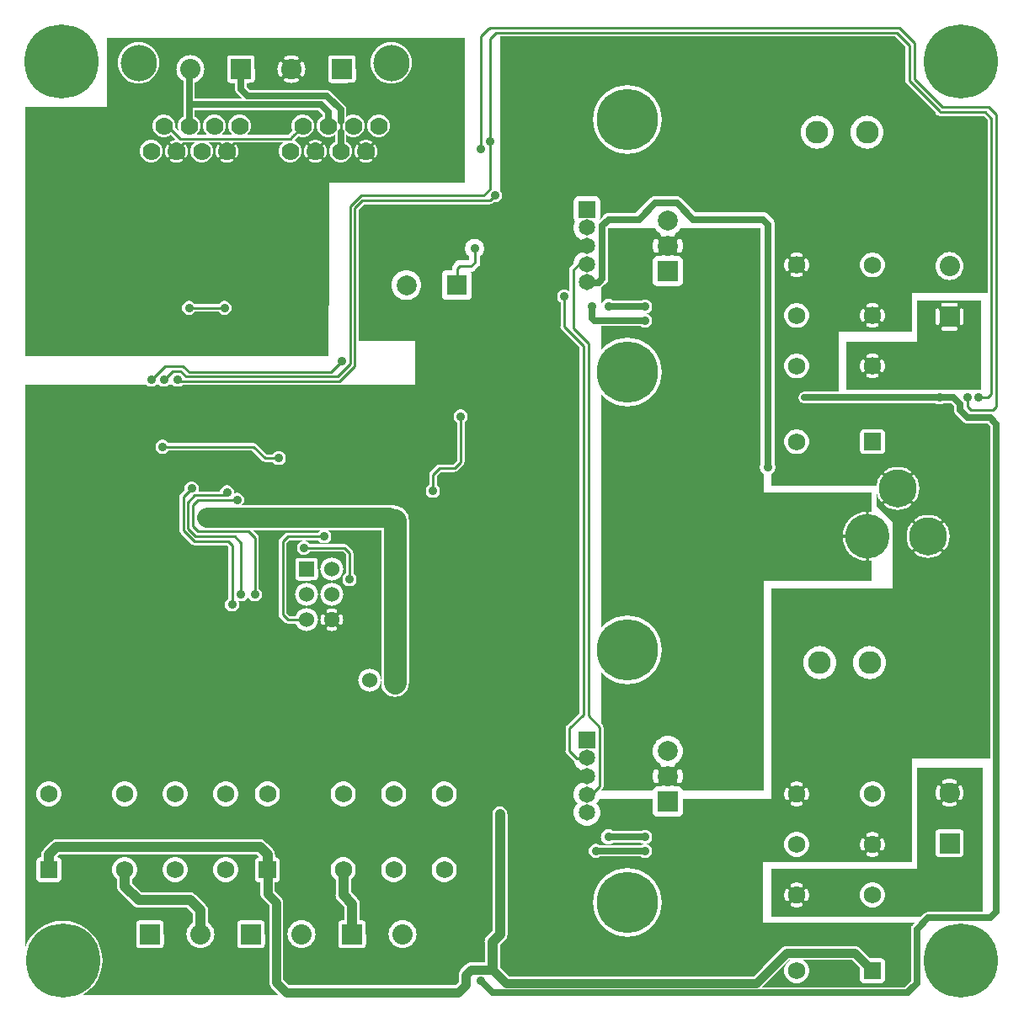
<source format=gbr>
G04 start of page 3 for group 1 idx 1 *
G04 Title: (unknown), solder *
G04 Creator: pcb 20140316 *
G04 CreationDate: Tue 07 Jul 2015 02:36:49 AM GMT UTC *
G04 For: ndholmes *
G04 Format: Gerber/RS-274X *
G04 PCB-Dimensions (mil): 3900.00 3900.00 *
G04 PCB-Coordinate-Origin: lower left *
%MOIN*%
%FSLAX25Y25*%
%LNBOTTOM*%
%ADD81C,0.1100*%
%ADD80C,0.1250*%
%ADD79C,0.1080*%
%ADD78C,0.0450*%
%ADD77C,0.0380*%
%ADD76C,0.0480*%
%ADD75C,0.1285*%
%ADD74C,0.1280*%
%ADD73C,0.0200*%
%ADD72C,0.0360*%
%ADD71C,0.1500*%
%ADD70C,0.1750*%
%ADD69C,0.0600*%
%ADD68C,0.2420*%
%ADD67C,0.0787*%
%ADD66C,0.0650*%
%ADD65C,0.0680*%
%ADD64C,0.2937*%
%ADD63C,0.1440*%
%ADD62C,0.0700*%
%ADD61C,0.0900*%
%ADD60C,0.0800*%
%ADD59C,0.0350*%
%ADD58C,0.0400*%
%ADD57C,0.0100*%
%ADD56C,0.0250*%
%ADD55C,0.0001*%
G54D55*G36*
X337992Y53500D02*X381500D01*
Y36250D01*
X360088D01*
X360000Y36257D01*
X359647Y36229D01*
X359303Y36146D01*
X358975Y36011D01*
X358673Y35826D01*
X358673Y35826D01*
X358404Y35596D01*
X358347Y35529D01*
X357318Y34500D01*
X337992D01*
Y38085D01*
X338000Y38085D01*
X338769Y38145D01*
X339519Y38325D01*
X340231Y38621D01*
X340889Y39024D01*
X341476Y39524D01*
X341976Y40111D01*
X342379Y40769D01*
X342675Y41481D01*
X342855Y42231D01*
X342900Y43000D01*
X342855Y43769D01*
X342675Y44519D01*
X342379Y45231D01*
X341976Y45889D01*
X341476Y46476D01*
X340889Y46976D01*
X340231Y47379D01*
X339519Y47675D01*
X338769Y47855D01*
X338000Y47915D01*
X337992Y47915D01*
Y53500D01*
G37*
G36*
X311964D02*X337992D01*
Y47915D01*
X337231Y47855D01*
X336481Y47675D01*
X335769Y47379D01*
X335111Y46976D01*
X334524Y46476D01*
X334024Y45889D01*
X333621Y45231D01*
X333325Y44519D01*
X333145Y43769D01*
X333085Y43000D01*
X333145Y42231D01*
X333325Y41481D01*
X333621Y40769D01*
X334024Y40111D01*
X334524Y39524D01*
X335111Y39024D01*
X335769Y38621D01*
X336481Y38325D01*
X337231Y38145D01*
X337992Y38085D01*
Y34500D01*
X311964D01*
Y40564D01*
X312049Y40589D01*
X312155Y40639D01*
X312253Y40706D01*
X312339Y40787D01*
X312411Y40880D01*
X312466Y40984D01*
X312641Y41412D01*
X312770Y41855D01*
X312857Y42309D01*
X312900Y42769D01*
Y43231D01*
X312857Y43691D01*
X312770Y44145D01*
X312641Y44588D01*
X312471Y45018D01*
X312415Y45122D01*
X312342Y45216D01*
X312255Y45297D01*
X312157Y45364D01*
X312050Y45414D01*
X311964Y45440D01*
Y53500D01*
G37*
G36*
X308002D02*X311964D01*
Y45440D01*
X311936Y45448D01*
X311818Y45462D01*
X311700Y45459D01*
X311583Y45437D01*
X311472Y45396D01*
X311368Y45339D01*
X311274Y45266D01*
X311193Y45180D01*
X311126Y45082D01*
X311075Y44975D01*
X311042Y44861D01*
X311027Y44743D01*
X311031Y44624D01*
X311053Y44508D01*
X311096Y44397D01*
X311217Y44101D01*
X311306Y43793D01*
X311366Y43479D01*
X311396Y43160D01*
Y42840D01*
X311366Y42521D01*
X311306Y42207D01*
X311217Y41899D01*
X311099Y41601D01*
X311057Y41491D01*
X311035Y41375D01*
X311031Y41257D01*
X311046Y41140D01*
X311079Y41027D01*
X311129Y40920D01*
X311196Y40822D01*
X311276Y40736D01*
X311370Y40664D01*
X311473Y40607D01*
X311584Y40567D01*
X311700Y40545D01*
X311818Y40541D01*
X311935Y40556D01*
X311964Y40564D01*
Y34500D01*
X308002D01*
Y38100D01*
X308231D01*
X308691Y38143D01*
X309145Y38230D01*
X309588Y38359D01*
X310018Y38529D01*
X310122Y38585D01*
X310216Y38658D01*
X310297Y38745D01*
X310364Y38843D01*
X310414Y38950D01*
X310448Y39064D01*
X310462Y39182D01*
X310459Y39300D01*
X310436Y39417D01*
X310396Y39528D01*
X310339Y39632D01*
X310266Y39726D01*
X310180Y39807D01*
X310082Y39874D01*
X309975Y39925D01*
X309861Y39958D01*
X309743Y39973D01*
X309624Y39969D01*
X309508Y39947D01*
X309397Y39904D01*
X309101Y39783D01*
X308793Y39694D01*
X308479Y39634D01*
X308160Y39604D01*
X308002D01*
Y46396D01*
X308160D01*
X308479Y46366D01*
X308793Y46306D01*
X309101Y46217D01*
X309399Y46099D01*
X309509Y46057D01*
X309625Y46035D01*
X309743Y46031D01*
X309860Y46046D01*
X309973Y46079D01*
X310080Y46129D01*
X310178Y46196D01*
X310264Y46276D01*
X310336Y46370D01*
X310393Y46473D01*
X310433Y46584D01*
X310455Y46700D01*
X310459Y46818D01*
X310444Y46935D01*
X310411Y47049D01*
X310361Y47155D01*
X310294Y47253D01*
X310213Y47339D01*
X310120Y47411D01*
X310016Y47466D01*
X309588Y47641D01*
X309145Y47770D01*
X308691Y47857D01*
X308231Y47900D01*
X308002D01*
Y53500D01*
G37*
G36*
X304036D02*X308002D01*
Y47900D01*
X307769D01*
X307309Y47857D01*
X306855Y47770D01*
X306412Y47641D01*
X305982Y47471D01*
X305878Y47415D01*
X305784Y47342D01*
X305703Y47255D01*
X305636Y47157D01*
X305586Y47050D01*
X305552Y46936D01*
X305538Y46818D01*
X305541Y46700D01*
X305563Y46583D01*
X305604Y46472D01*
X305661Y46368D01*
X305734Y46274D01*
X305820Y46193D01*
X305918Y46126D01*
X306025Y46075D01*
X306139Y46042D01*
X306257Y46027D01*
X306376Y46031D01*
X306492Y46053D01*
X306603Y46096D01*
X306899Y46217D01*
X307207Y46306D01*
X307521Y46366D01*
X307840Y46396D01*
X308002D01*
Y39604D01*
X307840D01*
X307521Y39634D01*
X307207Y39694D01*
X306899Y39783D01*
X306601Y39901D01*
X306491Y39943D01*
X306375Y39965D01*
X306257Y39969D01*
X306140Y39954D01*
X306027Y39921D01*
X305920Y39871D01*
X305822Y39804D01*
X305736Y39724D01*
X305664Y39630D01*
X305607Y39527D01*
X305567Y39416D01*
X305545Y39300D01*
X305541Y39182D01*
X305556Y39065D01*
X305589Y38951D01*
X305639Y38845D01*
X305706Y38747D01*
X305787Y38661D01*
X305880Y38589D01*
X305984Y38534D01*
X306412Y38359D01*
X306855Y38230D01*
X307309Y38143D01*
X307769Y38100D01*
X308002D01*
Y34500D01*
X304036D01*
Y40560D01*
X304064Y40552D01*
X304182Y40538D01*
X304300Y40541D01*
X304417Y40564D01*
X304528Y40604D01*
X304632Y40661D01*
X304726Y40734D01*
X304807Y40820D01*
X304874Y40918D01*
X304925Y41025D01*
X304958Y41139D01*
X304973Y41257D01*
X304969Y41376D01*
X304947Y41492D01*
X304904Y41603D01*
X304783Y41899D01*
X304694Y42207D01*
X304634Y42521D01*
X304604Y42840D01*
Y43160D01*
X304634Y43479D01*
X304694Y43793D01*
X304783Y44101D01*
X304901Y44399D01*
X304943Y44509D01*
X304965Y44625D01*
X304969Y44743D01*
X304954Y44860D01*
X304921Y44973D01*
X304871Y45080D01*
X304804Y45178D01*
X304724Y45264D01*
X304630Y45336D01*
X304527Y45393D01*
X304416Y45433D01*
X304300Y45455D01*
X304182Y45459D01*
X304065Y45444D01*
X304036Y45436D01*
Y53500D01*
G37*
G36*
X298000D02*X304036D01*
Y45436D01*
X303951Y45411D01*
X303845Y45361D01*
X303747Y45294D01*
X303661Y45213D01*
X303589Y45120D01*
X303534Y45016D01*
X303359Y44588D01*
X303230Y44145D01*
X303143Y43691D01*
X303100Y43231D01*
Y42769D01*
X303143Y42309D01*
X303230Y41855D01*
X303359Y41412D01*
X303529Y40982D01*
X303585Y40878D01*
X303658Y40784D01*
X303745Y40703D01*
X303843Y40636D01*
X303950Y40586D01*
X304036Y40560D01*
Y34500D01*
X298000D01*
Y53500D01*
G37*
G36*
X372993Y93500D02*X381500D01*
Y46500D01*
X372993D01*
Y58080D01*
X373183Y58159D01*
X373384Y58283D01*
X373564Y58436D01*
X373717Y58616D01*
X373841Y58817D01*
X373931Y59035D01*
X373986Y59265D01*
X374000Y59500D01*
X373986Y67735D01*
X373931Y67965D01*
X373841Y68183D01*
X373717Y68384D01*
X373564Y68564D01*
X373384Y68717D01*
X373183Y68841D01*
X372993Y68920D01*
Y80645D01*
X373078Y80681D01*
X373179Y80743D01*
X373269Y80819D01*
X373345Y80909D01*
X373405Y81011D01*
X373622Y81480D01*
X373789Y81969D01*
X373909Y82472D01*
X373982Y82984D01*
X374006Y83500D01*
X373982Y84016D01*
X373909Y84528D01*
X373789Y85031D01*
X373622Y85520D01*
X373410Y85992D01*
X373349Y86093D01*
X373272Y86184D01*
X373182Y86261D01*
X373080Y86323D01*
X372993Y86360D01*
Y93500D01*
G37*
G36*
Y46500D02*X368502D01*
Y58007D01*
X372735Y58014D01*
X372965Y58069D01*
X372993Y58080D01*
Y46500D01*
G37*
G36*
X368502Y93500D02*X372993D01*
Y86360D01*
X372971Y86369D01*
X372855Y86397D01*
X372737Y86406D01*
X372619Y86397D01*
X372503Y86370D01*
X372393Y86324D01*
X372292Y86262D01*
X372202Y86186D01*
X372124Y86095D01*
X372062Y85994D01*
X372016Y85885D01*
X371989Y85769D01*
X371979Y85651D01*
X371988Y85532D01*
X372016Y85417D01*
X372063Y85308D01*
X372221Y84968D01*
X372342Y84612D01*
X372430Y84247D01*
X372482Y83875D01*
X372500Y83500D01*
X372482Y83125D01*
X372430Y82753D01*
X372342Y82388D01*
X372221Y82032D01*
X372067Y81690D01*
X372020Y81582D01*
X371993Y81467D01*
X371983Y81349D01*
X371993Y81232D01*
X372021Y81117D01*
X372066Y81008D01*
X372128Y80907D01*
X372205Y80818D01*
X372295Y80741D01*
X372395Y80680D01*
X372504Y80635D01*
X372619Y80607D01*
X372737Y80598D01*
X372855Y80608D01*
X372969Y80635D01*
X372993Y80645D01*
Y68920D01*
X372965Y68931D01*
X372735Y68986D01*
X372500Y69000D01*
X368502Y68993D01*
Y77994D01*
X369016Y78018D01*
X369528Y78091D01*
X370031Y78211D01*
X370520Y78378D01*
X370992Y78590D01*
X371093Y78651D01*
X371184Y78728D01*
X371261Y78818D01*
X371323Y78920D01*
X371369Y79029D01*
X371397Y79145D01*
X371406Y79263D01*
X371397Y79381D01*
X371370Y79497D01*
X371324Y79607D01*
X371262Y79708D01*
X371186Y79798D01*
X371095Y79876D01*
X370994Y79938D01*
X370885Y79984D01*
X370769Y80011D01*
X370651Y80021D01*
X370532Y80012D01*
X370417Y79984D01*
X370308Y79937D01*
X369968Y79779D01*
X369612Y79658D01*
X369247Y79570D01*
X368875Y79518D01*
X368502Y79500D01*
Y87500D01*
X368875Y87482D01*
X369247Y87430D01*
X369612Y87342D01*
X369968Y87221D01*
X370310Y87067D01*
X370418Y87020D01*
X370533Y86993D01*
X370651Y86983D01*
X370768Y86993D01*
X370883Y87021D01*
X370992Y87066D01*
X371093Y87128D01*
X371182Y87205D01*
X371259Y87295D01*
X371320Y87395D01*
X371365Y87504D01*
X371393Y87619D01*
X371402Y87737D01*
X371392Y87855D01*
X371365Y87969D01*
X371319Y88078D01*
X371257Y88179D01*
X371181Y88269D01*
X371091Y88345D01*
X370989Y88405D01*
X370520Y88622D01*
X370031Y88789D01*
X369528Y88909D01*
X369016Y88982D01*
X368502Y89006D01*
Y93500D01*
G37*
G36*
X364007Y58080D02*X364035Y58069D01*
X364265Y58014D01*
X364500Y58000D01*
X368502Y58007D01*
Y46500D01*
X364007D01*
Y58080D01*
G37*
G36*
Y93500D02*X368502D01*
Y89006D01*
X368500Y89006D01*
X367984Y88982D01*
X367472Y88909D01*
X366969Y88789D01*
X366480Y88622D01*
X366008Y88410D01*
X365907Y88349D01*
X365816Y88272D01*
X365739Y88182D01*
X365677Y88080D01*
X365631Y87971D01*
X365603Y87855D01*
X365594Y87737D01*
X365603Y87619D01*
X365630Y87503D01*
X365676Y87393D01*
X365738Y87292D01*
X365814Y87202D01*
X365905Y87124D01*
X366006Y87062D01*
X366115Y87016D01*
X366231Y86989D01*
X366349Y86979D01*
X366468Y86988D01*
X366583Y87016D01*
X366692Y87063D01*
X367032Y87221D01*
X367388Y87342D01*
X367753Y87430D01*
X368125Y87482D01*
X368500Y87500D01*
X368502Y87500D01*
Y79500D01*
X368500Y79500D01*
X368125Y79518D01*
X367753Y79570D01*
X367388Y79658D01*
X367032Y79779D01*
X366690Y79933D01*
X366582Y79980D01*
X366467Y80007D01*
X366349Y80017D01*
X366232Y80007D01*
X366117Y79979D01*
X366008Y79934D01*
X365907Y79872D01*
X365818Y79795D01*
X365741Y79705D01*
X365680Y79605D01*
X365635Y79496D01*
X365607Y79381D01*
X365598Y79263D01*
X365608Y79145D01*
X365635Y79031D01*
X365681Y78922D01*
X365743Y78821D01*
X365819Y78731D01*
X365909Y78655D01*
X366011Y78595D01*
X366480Y78378D01*
X366969Y78211D01*
X367472Y78091D01*
X367984Y78018D01*
X368500Y77994D01*
X368502Y77994D01*
Y68993D01*
X364265Y68986D01*
X364035Y68931D01*
X364007Y68920D01*
Y80640D01*
X364029Y80631D01*
X364145Y80603D01*
X364263Y80594D01*
X364381Y80603D01*
X364497Y80630D01*
X364607Y80676D01*
X364708Y80738D01*
X364798Y80814D01*
X364876Y80905D01*
X364938Y81006D01*
X364984Y81115D01*
X365011Y81231D01*
X365021Y81349D01*
X365012Y81468D01*
X364984Y81583D01*
X364937Y81692D01*
X364779Y82032D01*
X364658Y82388D01*
X364570Y82753D01*
X364518Y83125D01*
X364500Y83500D01*
X364518Y83875D01*
X364570Y84247D01*
X364658Y84612D01*
X364779Y84968D01*
X364933Y85310D01*
X364980Y85418D01*
X365007Y85533D01*
X365017Y85651D01*
X365007Y85768D01*
X364979Y85883D01*
X364934Y85992D01*
X364872Y86093D01*
X364795Y86182D01*
X364705Y86259D01*
X364605Y86320D01*
X364496Y86365D01*
X364381Y86393D01*
X364263Y86402D01*
X364145Y86392D01*
X364031Y86365D01*
X364007Y86355D01*
Y93500D01*
G37*
G36*
X355500D02*X364007D01*
Y86355D01*
X363922Y86319D01*
X363821Y86257D01*
X363731Y86181D01*
X363655Y86091D01*
X363595Y85989D01*
X363378Y85520D01*
X363211Y85031D01*
X363091Y84528D01*
X363018Y84016D01*
X362994Y83500D01*
X363018Y82984D01*
X363091Y82472D01*
X363211Y81969D01*
X363378Y81480D01*
X363590Y81008D01*
X363651Y80907D01*
X363728Y80816D01*
X363818Y80739D01*
X363920Y80677D01*
X364007Y80640D01*
Y68920D01*
X363817Y68841D01*
X363616Y68717D01*
X363436Y68564D01*
X363283Y68384D01*
X363159Y68183D01*
X363069Y67965D01*
X363014Y67735D01*
X363000Y67500D01*
X363014Y59265D01*
X363069Y59035D01*
X363159Y58817D01*
X363283Y58616D01*
X363436Y58436D01*
X363616Y58283D01*
X363817Y58159D01*
X364007Y58080D01*
Y46500D01*
X355500D01*
Y93500D01*
G37*
G36*
X341964Y91000D02*X353500D01*
Y56000D01*
X341964D01*
Y60564D01*
X342049Y60589D01*
X342155Y60639D01*
X342253Y60706D01*
X342339Y60787D01*
X342411Y60880D01*
X342466Y60984D01*
X342641Y61412D01*
X342770Y61855D01*
X342857Y62309D01*
X342900Y62769D01*
Y63231D01*
X342857Y63691D01*
X342770Y64145D01*
X342641Y64588D01*
X342471Y65018D01*
X342415Y65122D01*
X342342Y65216D01*
X342255Y65297D01*
X342157Y65364D01*
X342050Y65414D01*
X341964Y65440D01*
Y80096D01*
X341976Y80111D01*
X342379Y80769D01*
X342675Y81481D01*
X342855Y82231D01*
X342900Y83000D01*
X342855Y83769D01*
X342675Y84519D01*
X342379Y85231D01*
X341976Y85889D01*
X341964Y85904D01*
Y91000D01*
G37*
G36*
Y56000D02*X338002D01*
Y58100D01*
X338231D01*
X338691Y58143D01*
X339145Y58230D01*
X339588Y58359D01*
X340018Y58529D01*
X340122Y58585D01*
X340216Y58658D01*
X340297Y58745D01*
X340364Y58843D01*
X340414Y58950D01*
X340448Y59064D01*
X340462Y59182D01*
X340459Y59300D01*
X340436Y59417D01*
X340396Y59528D01*
X340339Y59632D01*
X340266Y59726D01*
X340180Y59807D01*
X340082Y59874D01*
X339975Y59925D01*
X339861Y59958D01*
X339743Y59973D01*
X339624Y59969D01*
X339508Y59947D01*
X339397Y59904D01*
X339101Y59783D01*
X338793Y59694D01*
X338479Y59634D01*
X338160Y59604D01*
X338002D01*
Y66396D01*
X338160D01*
X338479Y66366D01*
X338793Y66306D01*
X339101Y66217D01*
X339399Y66099D01*
X339509Y66057D01*
X339625Y66035D01*
X339743Y66031D01*
X339860Y66046D01*
X339973Y66079D01*
X340080Y66129D01*
X340178Y66196D01*
X340264Y66276D01*
X340336Y66370D01*
X340393Y66473D01*
X340433Y66584D01*
X340455Y66700D01*
X340459Y66818D01*
X340444Y66935D01*
X340411Y67049D01*
X340361Y67155D01*
X340294Y67253D01*
X340213Y67339D01*
X340120Y67411D01*
X340016Y67466D01*
X339588Y67641D01*
X339145Y67770D01*
X338691Y67857D01*
X338231Y67900D01*
X338002D01*
Y78085D01*
X338769Y78145D01*
X339519Y78325D01*
X340231Y78621D01*
X340889Y79024D01*
X341476Y79524D01*
X341964Y80096D01*
Y65440D01*
X341936Y65448D01*
X341818Y65462D01*
X341700Y65459D01*
X341583Y65437D01*
X341472Y65396D01*
X341368Y65339D01*
X341274Y65266D01*
X341193Y65180D01*
X341126Y65082D01*
X341075Y64975D01*
X341042Y64861D01*
X341027Y64743D01*
X341031Y64624D01*
X341053Y64508D01*
X341096Y64397D01*
X341217Y64101D01*
X341306Y63793D01*
X341366Y63479D01*
X341396Y63160D01*
Y62840D01*
X341366Y62521D01*
X341306Y62207D01*
X341217Y61899D01*
X341099Y61601D01*
X341057Y61491D01*
X341035Y61375D01*
X341031Y61257D01*
X341046Y61140D01*
X341079Y61027D01*
X341129Y60920D01*
X341196Y60822D01*
X341276Y60736D01*
X341370Y60664D01*
X341473Y60607D01*
X341584Y60567D01*
X341700Y60545D01*
X341818Y60541D01*
X341935Y60556D01*
X341964Y60564D01*
Y56000D01*
G37*
G36*
X338002Y91000D02*X341964D01*
Y85904D01*
X341476Y86476D01*
X340889Y86976D01*
X340231Y87379D01*
X339519Y87675D01*
X338769Y87855D01*
X338002Y87915D01*
Y91000D01*
G37*
G36*
X334036Y80096D02*X334524Y79524D01*
X335111Y79024D01*
X335769Y78621D01*
X336481Y78325D01*
X337231Y78145D01*
X338000Y78085D01*
X338002Y78085D01*
Y67900D01*
X337769D01*
X337309Y67857D01*
X336855Y67770D01*
X336412Y67641D01*
X335982Y67471D01*
X335878Y67415D01*
X335784Y67342D01*
X335703Y67255D01*
X335636Y67157D01*
X335586Y67050D01*
X335552Y66936D01*
X335538Y66818D01*
X335541Y66700D01*
X335563Y66583D01*
X335604Y66472D01*
X335661Y66368D01*
X335734Y66274D01*
X335820Y66193D01*
X335918Y66126D01*
X336025Y66075D01*
X336139Y66042D01*
X336257Y66027D01*
X336376Y66031D01*
X336492Y66053D01*
X336603Y66096D01*
X336899Y66217D01*
X337207Y66306D01*
X337521Y66366D01*
X337840Y66396D01*
X338002D01*
Y59604D01*
X337840D01*
X337521Y59634D01*
X337207Y59694D01*
X336899Y59783D01*
X336601Y59901D01*
X336491Y59943D01*
X336375Y59965D01*
X336257Y59969D01*
X336140Y59954D01*
X336027Y59921D01*
X335920Y59871D01*
X335822Y59804D01*
X335736Y59724D01*
X335664Y59630D01*
X335607Y59527D01*
X335567Y59416D01*
X335545Y59300D01*
X335541Y59182D01*
X335556Y59065D01*
X335589Y58951D01*
X335639Y58845D01*
X335706Y58747D01*
X335787Y58661D01*
X335880Y58589D01*
X335984Y58534D01*
X336412Y58359D01*
X336855Y58230D01*
X337309Y58143D01*
X337769Y58100D01*
X338002D01*
Y56000D01*
X334036D01*
Y60560D01*
X334064Y60552D01*
X334182Y60538D01*
X334300Y60541D01*
X334417Y60564D01*
X334528Y60604D01*
X334632Y60661D01*
X334726Y60734D01*
X334807Y60820D01*
X334874Y60918D01*
X334925Y61025D01*
X334958Y61139D01*
X334973Y61257D01*
X334969Y61376D01*
X334947Y61492D01*
X334904Y61603D01*
X334783Y61899D01*
X334694Y62207D01*
X334634Y62521D01*
X334604Y62840D01*
Y63160D01*
X334634Y63479D01*
X334694Y63793D01*
X334783Y64101D01*
X334901Y64399D01*
X334943Y64509D01*
X334965Y64625D01*
X334969Y64743D01*
X334954Y64860D01*
X334921Y64973D01*
X334871Y65080D01*
X334804Y65178D01*
X334724Y65264D01*
X334630Y65336D01*
X334527Y65393D01*
X334416Y65433D01*
X334300Y65455D01*
X334182Y65459D01*
X334065Y65444D01*
X334036Y65436D01*
Y80096D01*
G37*
G36*
Y91000D02*X338002D01*
Y87915D01*
X338000Y87915D01*
X337231Y87855D01*
X336481Y87675D01*
X335769Y87379D01*
X335111Y86976D01*
X334524Y86476D01*
X334036Y85904D01*
Y91000D01*
G37*
G36*
X311964D02*X334036D01*
Y85904D01*
X334024Y85889D01*
X333621Y85231D01*
X333325Y84519D01*
X333145Y83769D01*
X333085Y83000D01*
X333145Y82231D01*
X333325Y81481D01*
X333621Y80769D01*
X334024Y80111D01*
X334036Y80096D01*
Y65436D01*
X333951Y65411D01*
X333845Y65361D01*
X333747Y65294D01*
X333661Y65213D01*
X333589Y65120D01*
X333534Y65016D01*
X333359Y64588D01*
X333230Y64145D01*
X333143Y63691D01*
X333100Y63231D01*
Y62769D01*
X333143Y62309D01*
X333230Y61855D01*
X333359Y61412D01*
X333529Y60982D01*
X333585Y60878D01*
X333658Y60784D01*
X333745Y60703D01*
X333843Y60636D01*
X333950Y60586D01*
X334036Y60560D01*
Y56000D01*
X311964D01*
Y60096D01*
X311976Y60111D01*
X312379Y60769D01*
X312675Y61481D01*
X312855Y62231D01*
X312900Y63000D01*
X312855Y63769D01*
X312675Y64519D01*
X312379Y65231D01*
X311976Y65889D01*
X311964Y65904D01*
Y80564D01*
X312049Y80589D01*
X312155Y80639D01*
X312253Y80706D01*
X312339Y80787D01*
X312411Y80880D01*
X312466Y80984D01*
X312641Y81412D01*
X312770Y81855D01*
X312857Y82309D01*
X312900Y82769D01*
Y83231D01*
X312857Y83691D01*
X312770Y84145D01*
X312641Y84588D01*
X312471Y85018D01*
X312415Y85122D01*
X312342Y85216D01*
X312255Y85297D01*
X312157Y85364D01*
X312050Y85414D01*
X311964Y85440D01*
Y91000D01*
G37*
G36*
Y56000D02*X308002D01*
Y58085D01*
X308769Y58145D01*
X309519Y58325D01*
X310231Y58621D01*
X310889Y59024D01*
X311476Y59524D01*
X311964Y60096D01*
Y56000D01*
G37*
G36*
X308002Y91000D02*X311964D01*
Y85440D01*
X311936Y85448D01*
X311818Y85462D01*
X311700Y85459D01*
X311583Y85437D01*
X311472Y85396D01*
X311368Y85339D01*
X311274Y85266D01*
X311193Y85180D01*
X311126Y85082D01*
X311075Y84975D01*
X311042Y84861D01*
X311027Y84743D01*
X311031Y84624D01*
X311053Y84508D01*
X311096Y84397D01*
X311217Y84101D01*
X311306Y83793D01*
X311366Y83479D01*
X311396Y83160D01*
Y82840D01*
X311366Y82521D01*
X311306Y82207D01*
X311217Y81899D01*
X311099Y81601D01*
X311057Y81491D01*
X311035Y81375D01*
X311031Y81257D01*
X311046Y81140D01*
X311079Y81027D01*
X311129Y80920D01*
X311196Y80822D01*
X311276Y80736D01*
X311370Y80664D01*
X311473Y80607D01*
X311584Y80567D01*
X311700Y80545D01*
X311818Y80541D01*
X311935Y80556D01*
X311964Y80564D01*
Y65904D01*
X311476Y66476D01*
X310889Y66976D01*
X310231Y67379D01*
X309519Y67675D01*
X308769Y67855D01*
X308002Y67915D01*
Y78100D01*
X308231D01*
X308691Y78143D01*
X309145Y78230D01*
X309588Y78359D01*
X310018Y78529D01*
X310122Y78585D01*
X310216Y78658D01*
X310297Y78745D01*
X310364Y78843D01*
X310414Y78950D01*
X310448Y79064D01*
X310462Y79182D01*
X310459Y79300D01*
X310436Y79417D01*
X310396Y79528D01*
X310339Y79632D01*
X310266Y79726D01*
X310180Y79807D01*
X310082Y79874D01*
X309975Y79925D01*
X309861Y79958D01*
X309743Y79973D01*
X309624Y79969D01*
X309508Y79947D01*
X309397Y79904D01*
X309101Y79783D01*
X308793Y79694D01*
X308479Y79634D01*
X308160Y79604D01*
X308002D01*
Y86396D01*
X308160D01*
X308479Y86366D01*
X308793Y86306D01*
X309101Y86217D01*
X309399Y86099D01*
X309509Y86057D01*
X309625Y86035D01*
X309743Y86031D01*
X309860Y86046D01*
X309973Y86079D01*
X310080Y86129D01*
X310178Y86196D01*
X310264Y86276D01*
X310336Y86370D01*
X310393Y86473D01*
X310433Y86584D01*
X310455Y86700D01*
X310459Y86818D01*
X310444Y86935D01*
X310411Y87049D01*
X310361Y87155D01*
X310294Y87253D01*
X310213Y87339D01*
X310120Y87411D01*
X310016Y87466D01*
X309588Y87641D01*
X309145Y87770D01*
X308691Y87857D01*
X308231Y87900D01*
X308002D01*
Y91000D01*
G37*
G36*
X304036Y60096D02*X304524Y59524D01*
X305111Y59024D01*
X305769Y58621D01*
X306481Y58325D01*
X307231Y58145D01*
X308000Y58085D01*
X308002Y58085D01*
Y56000D01*
X304036D01*
Y60096D01*
G37*
G36*
Y91000D02*X308002D01*
Y87900D01*
X307769D01*
X307309Y87857D01*
X306855Y87770D01*
X306412Y87641D01*
X305982Y87471D01*
X305878Y87415D01*
X305784Y87342D01*
X305703Y87255D01*
X305636Y87157D01*
X305586Y87050D01*
X305552Y86936D01*
X305538Y86818D01*
X305541Y86700D01*
X305563Y86583D01*
X305604Y86472D01*
X305661Y86368D01*
X305734Y86274D01*
X305820Y86193D01*
X305918Y86126D01*
X306025Y86075D01*
X306139Y86042D01*
X306257Y86027D01*
X306376Y86031D01*
X306492Y86053D01*
X306603Y86096D01*
X306899Y86217D01*
X307207Y86306D01*
X307521Y86366D01*
X307840Y86396D01*
X308002D01*
Y79604D01*
X307840D01*
X307521Y79634D01*
X307207Y79694D01*
X306899Y79783D01*
X306601Y79901D01*
X306491Y79943D01*
X306375Y79965D01*
X306257Y79969D01*
X306140Y79954D01*
X306027Y79921D01*
X305920Y79871D01*
X305822Y79804D01*
X305736Y79724D01*
X305664Y79630D01*
X305607Y79527D01*
X305567Y79416D01*
X305545Y79300D01*
X305541Y79182D01*
X305556Y79065D01*
X305589Y78951D01*
X305639Y78845D01*
X305706Y78747D01*
X305787Y78661D01*
X305880Y78589D01*
X305984Y78534D01*
X306412Y78359D01*
X306855Y78230D01*
X307309Y78143D01*
X307769Y78100D01*
X308002D01*
Y67915D01*
X308000Y67915D01*
X307231Y67855D01*
X306481Y67675D01*
X305769Y67379D01*
X305111Y66976D01*
X304524Y66476D01*
X304036Y65904D01*
Y80560D01*
X304064Y80552D01*
X304182Y80538D01*
X304300Y80541D01*
X304417Y80564D01*
X304528Y80604D01*
X304632Y80661D01*
X304726Y80734D01*
X304807Y80820D01*
X304874Y80918D01*
X304925Y81025D01*
X304958Y81139D01*
X304973Y81257D01*
X304969Y81376D01*
X304947Y81492D01*
X304904Y81603D01*
X304783Y81899D01*
X304694Y82207D01*
X304634Y82521D01*
X304604Y82840D01*
Y83160D01*
X304634Y83479D01*
X304694Y83793D01*
X304783Y84101D01*
X304901Y84399D01*
X304943Y84509D01*
X304965Y84625D01*
X304969Y84743D01*
X304954Y84860D01*
X304921Y84973D01*
X304871Y85080D01*
X304804Y85178D01*
X304724Y85264D01*
X304630Y85336D01*
X304527Y85393D01*
X304416Y85433D01*
X304300Y85455D01*
X304182Y85459D01*
X304065Y85444D01*
X304036Y85436D01*
Y91000D01*
G37*
G36*
X298000D02*X304036D01*
Y85436D01*
X303951Y85411D01*
X303845Y85361D01*
X303747Y85294D01*
X303661Y85213D01*
X303589Y85120D01*
X303534Y85016D01*
X303359Y84588D01*
X303230Y84145D01*
X303143Y83691D01*
X303100Y83231D01*
Y82769D01*
X303143Y82309D01*
X303230Y81855D01*
X303359Y81412D01*
X303529Y80982D01*
X303585Y80878D01*
X303658Y80784D01*
X303745Y80703D01*
X303843Y80636D01*
X303950Y80586D01*
X304036Y80560D01*
Y65904D01*
X304024Y65889D01*
X303621Y65231D01*
X303325Y64519D01*
X303145Y63769D01*
X303085Y63000D01*
X303145Y62231D01*
X303325Y61481D01*
X303621Y60769D01*
X304024Y60111D01*
X304036Y60096D01*
Y56000D01*
X298000D01*
Y91000D01*
G37*
G36*
X293500Y32000D02*X354818D01*
X353971Y31153D01*
X353904Y31096D01*
X353674Y30827D01*
X353489Y30525D01*
X353354Y30197D01*
X353271Y29853D01*
X353271Y29853D01*
X353243Y29500D01*
X353250Y29412D01*
Y8932D01*
X350818Y6500D01*
X294389D01*
X305139Y17250D01*
X305557D01*
X305111Y16976D01*
X304524Y16476D01*
X304024Y15889D01*
X303621Y15231D01*
X303325Y14519D01*
X303145Y13769D01*
X303085Y13000D01*
X303145Y12231D01*
X303325Y11481D01*
X303621Y10769D01*
X304024Y10111D01*
X304524Y9524D01*
X305111Y9024D01*
X305769Y8621D01*
X306481Y8325D01*
X307231Y8145D01*
X308000Y8085D01*
X308769Y8145D01*
X309519Y8325D01*
X310231Y8621D01*
X310889Y9024D01*
X311476Y9524D01*
X311976Y10111D01*
X312379Y10769D01*
X312675Y11481D01*
X312855Y12231D01*
X312900Y13000D01*
X312855Y13769D01*
X312675Y14519D01*
X312379Y15231D01*
X311976Y15889D01*
X311476Y16476D01*
X310889Y16976D01*
X310443Y17250D01*
X329861D01*
X333105Y14006D01*
X333114Y9365D01*
X333169Y9135D01*
X333259Y8917D01*
X333383Y8716D01*
X333536Y8536D01*
X333716Y8383D01*
X333917Y8259D01*
X334135Y8169D01*
X334365Y8114D01*
X334600Y8100D01*
X341635Y8114D01*
X341865Y8169D01*
X342083Y8259D01*
X342284Y8383D01*
X342464Y8536D01*
X342617Y8716D01*
X342741Y8917D01*
X342831Y9135D01*
X342886Y9365D01*
X342900Y9600D01*
X342886Y16635D01*
X342831Y16865D01*
X342741Y17083D01*
X342617Y17284D01*
X342464Y17464D01*
X342284Y17617D01*
X342083Y17741D01*
X341865Y17831D01*
X341635Y17886D01*
X341400Y17900D01*
X336998Y17891D01*
X333021Y21868D01*
X332951Y21951D01*
X332621Y22232D01*
X332621Y22232D01*
X332252Y22458D01*
X331852Y22623D01*
X331432Y22725D01*
X331000Y22758D01*
X330892Y22750D01*
X304108D01*
X304000Y22758D01*
X303568Y22725D01*
X303148Y22623D01*
X302748Y22458D01*
X302379Y22232D01*
X302378Y22231D01*
X302049Y21951D01*
X301979Y21868D01*
X293500Y13389D01*
Y32000D01*
G37*
G36*
X353500Y81000D02*X342475D01*
X342675Y81481D01*
X342855Y82231D01*
X342900Y83000D01*
X342855Y83769D01*
X342675Y84519D01*
X342379Y85231D01*
X341976Y85889D01*
X341476Y86476D01*
X340889Y86976D01*
X340231Y87379D01*
X339519Y87675D01*
X338769Y87855D01*
X338000Y87915D01*
X337231Y87855D01*
X336840Y87761D01*
Y128481D01*
X336850Y128480D01*
X337870Y128560D01*
X338865Y128799D01*
X339810Y129191D01*
X340682Y129725D01*
X341460Y130390D01*
X342125Y131168D01*
X342659Y132040D01*
X343051Y132985D01*
X343290Y133980D01*
X343350Y135000D01*
X343290Y136020D01*
X343051Y137015D01*
X342659Y137960D01*
X342125Y138832D01*
X341460Y139610D01*
X340682Y140275D01*
X339810Y140809D01*
X338865Y141201D01*
X337870Y141440D01*
X336850Y141520D01*
X336840Y141519D01*
Y144000D01*
X353500D01*
Y81000D01*
G37*
G36*
X336840Y87761D02*X336481Y87675D01*
X335769Y87379D01*
X335111Y86976D01*
X334524Y86476D01*
X334024Y85889D01*
X333621Y85231D01*
X333325Y84519D01*
X333145Y83769D01*
X333085Y83000D01*
X333145Y82231D01*
X333325Y81481D01*
X333525Y81000D01*
X317140D01*
Y128481D01*
X317150Y128480D01*
X318170Y128560D01*
X319165Y128799D01*
X320110Y129191D01*
X320982Y129725D01*
X321760Y130390D01*
X322425Y131168D01*
X322959Y132040D01*
X323351Y132985D01*
X323590Y133980D01*
X323650Y135000D01*
X323590Y136020D01*
X323351Y137015D01*
X322959Y137960D01*
X322425Y138832D01*
X321760Y139610D01*
X320982Y140275D01*
X320110Y140809D01*
X319165Y141201D01*
X318170Y141440D01*
X317150Y141520D01*
X317140Y141519D01*
Y144000D01*
X336840D01*
Y141519D01*
X335830Y141440D01*
X334835Y141201D01*
X333890Y140809D01*
X333018Y140275D01*
X332240Y139610D01*
X331575Y138832D01*
X331041Y137960D01*
X330649Y137015D01*
X330410Y136020D01*
X330330Y135000D01*
X330410Y133980D01*
X330649Y132985D01*
X331041Y132040D01*
X331575Y131168D01*
X332240Y130390D01*
X333018Y129725D01*
X333890Y129191D01*
X334835Y128799D01*
X335830Y128560D01*
X336840Y128481D01*
Y87761D01*
G37*
G36*
X317140Y81000D02*X312473D01*
X312641Y81412D01*
X312770Y81855D01*
X312857Y82309D01*
X312900Y82769D01*
Y83231D01*
X312857Y83691D01*
X312770Y84145D01*
X312641Y84588D01*
X312471Y85018D01*
X312415Y85122D01*
X312342Y85216D01*
X312255Y85297D01*
X312157Y85364D01*
X312050Y85414D01*
X311936Y85448D01*
X311818Y85462D01*
X311700Y85459D01*
X311583Y85437D01*
X311472Y85396D01*
X311368Y85339D01*
X311274Y85266D01*
X311193Y85180D01*
X311126Y85082D01*
X311075Y84975D01*
X311042Y84861D01*
X311027Y84743D01*
X311031Y84624D01*
X311053Y84508D01*
X311096Y84397D01*
X311217Y84101D01*
X311306Y83793D01*
X311366Y83479D01*
X311396Y83160D01*
Y82840D01*
X311366Y82521D01*
X311306Y82207D01*
X311217Y81899D01*
X311099Y81601D01*
X311057Y81491D01*
X311035Y81375D01*
X311031Y81257D01*
X311046Y81140D01*
X311079Y81027D01*
X311092Y81000D01*
X307998D01*
Y86396D01*
X308160D01*
X308479Y86366D01*
X308793Y86306D01*
X309101Y86217D01*
X309399Y86099D01*
X309509Y86057D01*
X309625Y86035D01*
X309743Y86031D01*
X309860Y86046D01*
X309973Y86079D01*
X310080Y86129D01*
X310178Y86196D01*
X310264Y86276D01*
X310336Y86370D01*
X310393Y86473D01*
X310433Y86584D01*
X310455Y86700D01*
X310459Y86818D01*
X310444Y86935D01*
X310411Y87049D01*
X310361Y87155D01*
X310294Y87253D01*
X310213Y87339D01*
X310120Y87411D01*
X310016Y87466D01*
X309588Y87641D01*
X309145Y87770D01*
X308691Y87857D01*
X308231Y87900D01*
X307998D01*
Y144000D01*
X317140D01*
Y141519D01*
X316130Y141440D01*
X315135Y141201D01*
X314190Y140809D01*
X313318Y140275D01*
X312540Y139610D01*
X311875Y138832D01*
X311341Y137960D01*
X310949Y137015D01*
X310710Y136020D01*
X310630Y135000D01*
X310710Y133980D01*
X310949Y132985D01*
X311341Y132040D01*
X311875Y131168D01*
X312540Y130390D01*
X313318Y129725D01*
X314190Y129191D01*
X315135Y128799D01*
X316130Y128560D01*
X317140Y128481D01*
Y81000D01*
G37*
G36*
X307998D02*X304913D01*
X304925Y81025D01*
X304958Y81139D01*
X304973Y81257D01*
X304969Y81376D01*
X304947Y81492D01*
X304904Y81603D01*
X304783Y81899D01*
X304694Y82207D01*
X304634Y82521D01*
X304604Y82840D01*
Y83160D01*
X304634Y83479D01*
X304694Y83793D01*
X304783Y84101D01*
X304901Y84399D01*
X304943Y84509D01*
X304965Y84625D01*
X304969Y84743D01*
X304954Y84860D01*
X304921Y84973D01*
X304871Y85080D01*
X304804Y85178D01*
X304724Y85264D01*
X304630Y85336D01*
X304527Y85393D01*
X304416Y85433D01*
X304300Y85455D01*
X304182Y85459D01*
X304065Y85444D01*
X303951Y85411D01*
X303845Y85361D01*
X303747Y85294D01*
X303661Y85213D01*
X303589Y85120D01*
X303534Y85016D01*
X303359Y84588D01*
X303230Y84145D01*
X303143Y83691D01*
X303100Y83231D01*
Y82769D01*
X303143Y82309D01*
X303230Y81855D01*
X303359Y81412D01*
X303522Y81000D01*
X298000D01*
Y144000D01*
X307998D01*
Y87900D01*
X307769D01*
X307309Y87857D01*
X306855Y87770D01*
X306412Y87641D01*
X305982Y87471D01*
X305878Y87415D01*
X305784Y87342D01*
X305703Y87255D01*
X305636Y87157D01*
X305586Y87050D01*
X305552Y86936D01*
X305538Y86818D01*
X305541Y86700D01*
X305563Y86583D01*
X305604Y86472D01*
X305661Y86368D01*
X305734Y86274D01*
X305820Y86193D01*
X305918Y86126D01*
X306025Y86075D01*
X306139Y86042D01*
X306257Y86027D01*
X306376Y86031D01*
X306492Y86053D01*
X306603Y86096D01*
X306899Y86217D01*
X307207Y86306D01*
X307521Y86366D01*
X307840Y86396D01*
X307998D01*
Y81000D01*
G37*
G36*
X353500Y101500D02*X336840D01*
Y128481D01*
X336850Y128480D01*
X337870Y128560D01*
X338865Y128799D01*
X339810Y129191D01*
X340682Y129725D01*
X341460Y130390D01*
X342125Y131168D01*
X342659Y132040D01*
X343051Y132985D01*
X343290Y133980D01*
X343350Y135000D01*
X343290Y136020D01*
X343051Y137015D01*
X342659Y137960D01*
X342125Y138832D01*
X341460Y139610D01*
X340682Y140275D01*
X339810Y140809D01*
X338865Y141201D01*
X337870Y141440D01*
X336850Y141520D01*
X336840Y141519D01*
Y164500D01*
X353500D01*
Y101500D01*
G37*
G36*
X336840D02*X317140D01*
Y128481D01*
X317150Y128480D01*
X318170Y128560D01*
X319165Y128799D01*
X320110Y129191D01*
X320982Y129725D01*
X321760Y130390D01*
X322425Y131168D01*
X322959Y132040D01*
X323351Y132985D01*
X323590Y133980D01*
X323650Y135000D01*
X323590Y136020D01*
X323351Y137015D01*
X322959Y137960D01*
X322425Y138832D01*
X321760Y139610D01*
X320982Y140275D01*
X320110Y140809D01*
X319165Y141201D01*
X318170Y141440D01*
X317150Y141520D01*
X317140Y141519D01*
Y164500D01*
X336840D01*
Y141519D01*
X335830Y141440D01*
X334835Y141201D01*
X333890Y140809D01*
X333018Y140275D01*
X332240Y139610D01*
X331575Y138832D01*
X331041Y137960D01*
X330649Y137015D01*
X330410Y136020D01*
X330330Y135000D01*
X330410Y133980D01*
X330649Y132985D01*
X331041Y132040D01*
X331575Y131168D01*
X332240Y130390D01*
X333018Y129725D01*
X333890Y129191D01*
X334835Y128799D01*
X335830Y128560D01*
X336840Y128481D01*
Y101500D01*
G37*
G36*
X317140D02*X298000D01*
Y164500D01*
X317140D01*
Y141519D01*
X316130Y141440D01*
X315135Y141201D01*
X314190Y140809D01*
X313318Y140275D01*
X312540Y139610D01*
X311875Y138832D01*
X311341Y137960D01*
X310949Y137015D01*
X310710Y136020D01*
X310630Y135000D01*
X310710Y133980D01*
X310949Y132985D01*
X311341Y132040D01*
X311875Y131168D01*
X312540Y130390D01*
X313318Y129725D01*
X314190Y129191D01*
X315135Y128799D01*
X316130Y128560D01*
X317140Y128481D01*
Y101500D01*
G37*
G36*
X346000Y190500D02*X341500Y195000D01*
Y197500D01*
X342627D01*
X342639Y197469D01*
X342678Y197400D01*
X342727Y197339D01*
X342786Y197287D01*
X343392Y196848D01*
X344039Y196470D01*
X344716Y196151D01*
X345419Y195893D01*
X346142Y195697D01*
X346879Y195566D01*
X347626Y195500D01*
X348374D01*
X349000Y195555D01*
Y190500D01*
X346000D01*
G37*
G36*
X339500Y206500D02*X339871D01*
X339697Y205858D01*
X339566Y205121D01*
X339500Y204374D01*
Y203626D01*
X339566Y202880D01*
X339697Y202142D01*
X339893Y201419D01*
X340151Y200716D01*
X340470Y200039D01*
X340848Y199392D01*
X341281Y198781D01*
X341334Y198721D01*
X341396Y198672D01*
X341466Y198632D01*
X341540Y198604D01*
X341619Y198588D01*
X341698Y198584D01*
X341778Y198593D01*
X341855Y198614D01*
X341927Y198647D01*
X341994Y198691D01*
X342053Y198744D01*
X342103Y198807D01*
X342143Y198876D01*
X342171Y198951D01*
X342187Y199029D01*
X342191Y199109D01*
X342182Y199188D01*
X342161Y199265D01*
X342128Y199338D01*
X342083Y199404D01*
X341695Y199938D01*
X341362Y200508D01*
X341081Y201105D01*
X340853Y201725D01*
X340681Y202362D01*
X340565Y203012D01*
X340507Y203670D01*
Y204330D01*
X340565Y204988D01*
X340681Y205638D01*
X340853Y206275D01*
X340936Y206500D01*
X342500D01*
Y194000D01*
X339500Y197000D01*
Y206500D01*
G37*
G36*
X340500Y211500D02*X343988D01*
X343392Y211152D01*
X342781Y210719D01*
X342721Y210666D01*
X342672Y210604D01*
X342632Y210534D01*
X342604Y210460D01*
X342588Y210381D01*
X342584Y210302D01*
X342593Y210222D01*
X342614Y210145D01*
X342647Y210073D01*
X342691Y210006D01*
X342744Y209947D01*
X342807Y209897D01*
X342876Y209857D01*
X342951Y209829D01*
X343029Y209813D01*
X343109Y209809D01*
X343188Y209818D01*
X343265Y209839D01*
X343338Y209872D01*
X343404Y209917D01*
X343938Y210305D01*
X344508Y210638D01*
X345105Y210919D01*
X345725Y211147D01*
X346362Y211319D01*
X347012Y211435D01*
X347670Y211493D01*
X348330D01*
X348988Y211435D01*
X349638Y211319D01*
X350275Y211147D01*
X350895Y210919D01*
X351492Y210638D01*
X351500Y210633D01*
Y197367D01*
X351492Y197362D01*
X350895Y197081D01*
X350275Y196853D01*
X349638Y196681D01*
X348988Y196565D01*
X348330Y196507D01*
X347670D01*
X347012Y196565D01*
X346362Y196681D01*
X345725Y196853D01*
X345105Y197081D01*
X344508Y197362D01*
X343938Y197695D01*
X343399Y198077D01*
X343334Y198121D01*
X343263Y198154D01*
X343187Y198175D01*
X343109Y198183D01*
X343030Y198180D01*
X342953Y198164D01*
X342879Y198136D01*
X342811Y198097D01*
X342749Y198048D01*
X342696Y197990D01*
X342653Y197924D01*
X342621Y197852D01*
X342600Y197776D01*
X342591Y197698D01*
X342595Y197619D01*
X342611Y197542D01*
X342639Y197469D01*
X342678Y197400D01*
X342727Y197339D01*
X342786Y197287D01*
X343392Y196848D01*
X344039Y196470D01*
X344716Y196151D01*
X345127Y196000D01*
X340500D01*
Y199988D01*
X340848Y199392D01*
X341281Y198781D01*
X341334Y198721D01*
X341396Y198672D01*
X341466Y198632D01*
X341540Y198604D01*
X341619Y198588D01*
X341698Y198584D01*
X341778Y198593D01*
X341855Y198614D01*
X341927Y198647D01*
X341994Y198691D01*
X342053Y198744D01*
X342103Y198807D01*
X342143Y198876D01*
X342171Y198951D01*
X342187Y199029D01*
X342191Y199109D01*
X342182Y199188D01*
X342161Y199265D01*
X342128Y199338D01*
X342083Y199404D01*
X341695Y199938D01*
X341362Y200508D01*
X341081Y201105D01*
X340853Y201725D01*
X340681Y202362D01*
X340565Y203012D01*
X340507Y203670D01*
Y204330D01*
X340565Y204988D01*
X340681Y205638D01*
X340853Y206275D01*
X341081Y206895D01*
X341362Y207492D01*
X341695Y208062D01*
X342077Y208601D01*
X342121Y208666D01*
X342154Y208737D01*
X342175Y208813D01*
X342183Y208891D01*
X342180Y208970D01*
X342164Y209047D01*
X342136Y209121D01*
X342097Y209189D01*
X342048Y209251D01*
X341990Y209304D01*
X341924Y209347D01*
X341852Y209379D01*
X341776Y209400D01*
X341698Y209409D01*
X341619Y209405D01*
X341542Y209389D01*
X341469Y209361D01*
X341400Y209322D01*
X341339Y209273D01*
X341287Y209214D01*
X340848Y208608D01*
X340500Y208012D01*
Y211500D01*
G37*
G36*
X349500Y134000D02*X384750D01*
Y97000D01*
X349500D01*
Y134000D01*
G37*
G36*
X360004Y190000D02*X365819D01*
X365813Y189971D01*
X365809Y189891D01*
X365818Y189812D01*
X365839Y189735D01*
X365872Y189662D01*
X365917Y189596D01*
X366305Y189062D01*
X366638Y188492D01*
X366919Y187895D01*
X367147Y187275D01*
X367319Y186638D01*
X367435Y185988D01*
X367493Y185330D01*
Y184670D01*
X367435Y184012D01*
X367319Y183362D01*
X367147Y182725D01*
X366919Y182105D01*
X366638Y181508D01*
X366305Y180938D01*
X365923Y180399D01*
X365879Y180334D01*
X365846Y180263D01*
X365825Y180187D01*
X365817Y180109D01*
X365820Y180030D01*
X365836Y179953D01*
X365864Y179879D01*
X365903Y179811D01*
X365952Y179749D01*
X366010Y179696D01*
X366076Y179653D01*
X366148Y179621D01*
X366224Y179600D01*
X366302Y179591D01*
X366381Y179595D01*
X366458Y179611D01*
X366531Y179639D01*
X366600Y179678D01*
X366661Y179727D01*
X366713Y179786D01*
X367152Y180392D01*
X367530Y181039D01*
X367849Y181716D01*
X368107Y182419D01*
X368303Y183142D01*
X368434Y183880D01*
X368500Y184626D01*
Y185374D01*
X368434Y186121D01*
X368303Y186858D01*
X368107Y187581D01*
X367849Y188284D01*
X367530Y188961D01*
X367152Y189608D01*
X366875Y190000D01*
X384750D01*
Y130000D01*
X360004D01*
Y176500D01*
X360374D01*
X361120Y176566D01*
X361858Y176697D01*
X362581Y176893D01*
X363284Y177151D01*
X363961Y177470D01*
X364608Y177848D01*
X365219Y178281D01*
X365279Y178334D01*
X365328Y178396D01*
X365368Y178466D01*
X365396Y178540D01*
X365412Y178619D01*
X365416Y178698D01*
X365407Y178778D01*
X365386Y178855D01*
X365353Y178927D01*
X365309Y178994D01*
X365256Y179053D01*
X365193Y179103D01*
X365124Y179143D01*
X365049Y179171D01*
X364971Y179187D01*
X364891Y179191D01*
X364812Y179182D01*
X364735Y179161D01*
X364662Y179128D01*
X364596Y179083D01*
X364062Y178695D01*
X363492Y178362D01*
X362895Y178081D01*
X362275Y177853D01*
X361638Y177681D01*
X360988Y177565D01*
X360330Y177507D01*
X360004D01*
Y190000D01*
G37*
G36*
X346000D02*X353132D01*
X352848Y189608D01*
X352470Y188961D01*
X352151Y188284D01*
X351893Y187581D01*
X351697Y186858D01*
X351566Y186121D01*
X351500Y185374D01*
Y184626D01*
X351566Y183880D01*
X351697Y183142D01*
X351893Y182419D01*
X352151Y181716D01*
X352470Y181039D01*
X352848Y180392D01*
X353281Y179781D01*
X353334Y179721D01*
X353396Y179672D01*
X353466Y179632D01*
X353540Y179604D01*
X353619Y179588D01*
X353698Y179584D01*
X353778Y179593D01*
X353855Y179614D01*
X353927Y179647D01*
X353994Y179691D01*
X354053Y179744D01*
X354103Y179807D01*
X354143Y179876D01*
X354171Y179951D01*
X354187Y180029D01*
X354191Y180109D01*
X354182Y180188D01*
X354161Y180265D01*
X354128Y180338D01*
X354083Y180404D01*
X353695Y180938D01*
X353362Y181508D01*
X353081Y182105D01*
X352853Y182725D01*
X352681Y183362D01*
X352565Y184012D01*
X352507Y184670D01*
Y185330D01*
X352565Y185988D01*
X352681Y186638D01*
X352853Y187275D01*
X353081Y187895D01*
X353362Y188492D01*
X353695Y189062D01*
X354077Y189601D01*
X354121Y189666D01*
X354154Y189737D01*
X354175Y189813D01*
X354183Y189891D01*
X354180Y189970D01*
X354173Y190000D01*
X360004D01*
Y177507D01*
X359670D01*
X359012Y177565D01*
X358362Y177681D01*
X357725Y177853D01*
X357105Y178081D01*
X356508Y178362D01*
X355938Y178695D01*
X355399Y179077D01*
X355334Y179121D01*
X355263Y179154D01*
X355187Y179175D01*
X355109Y179183D01*
X355030Y179180D01*
X354953Y179164D01*
X354879Y179136D01*
X354811Y179097D01*
X354749Y179048D01*
X354696Y178990D01*
X354653Y178924D01*
X354621Y178852D01*
X354600Y178776D01*
X354591Y178698D01*
X354595Y178619D01*
X354611Y178542D01*
X354639Y178469D01*
X354678Y178400D01*
X354727Y178339D01*
X354786Y178287D01*
X355392Y177848D01*
X356039Y177470D01*
X356716Y177151D01*
X357419Y176893D01*
X358142Y176697D01*
X358879Y176566D01*
X359626Y176500D01*
X360004D01*
Y130000D01*
X346000D01*
Y190000D01*
G37*
G36*
X233500Y62750D02*X230177D01*
X230151Y62772D01*
X229775Y63003D01*
X229368Y63171D01*
X228939Y63274D01*
X228500Y63309D01*
X228061Y63274D01*
X227632Y63171D01*
X227225Y63003D01*
X226849Y62772D01*
X226514Y62486D01*
X226228Y62151D01*
X225997Y61775D01*
X225829Y61368D01*
X225726Y60939D01*
X225691Y60500D01*
X225726Y60061D01*
X225829Y59632D01*
X225997Y59225D01*
X226228Y58849D01*
X226514Y58514D01*
X226849Y58228D01*
X227225Y57997D01*
X227632Y57829D01*
X228061Y57726D01*
X228500Y57691D01*
X228939Y57726D01*
X229368Y57829D01*
X229775Y57997D01*
X230151Y58228D01*
X230177Y58250D01*
X246323D01*
X246349Y58228D01*
X246725Y57997D01*
X247132Y57829D01*
X247561Y57726D01*
X248000Y57691D01*
X248439Y57726D01*
X248868Y57829D01*
X249275Y57997D01*
X249651Y58228D01*
X249986Y58514D01*
X250272Y58849D01*
X250503Y59225D01*
X250671Y59632D01*
X250774Y60061D01*
X250800Y60500D01*
X250774Y60939D01*
X250671Y61368D01*
X250503Y61775D01*
X250272Y62151D01*
X249986Y62486D01*
X249651Y62772D01*
X249275Y63003D01*
X248868Y63171D01*
X248540Y63250D01*
X248868Y63329D01*
X249275Y63497D01*
X249651Y63728D01*
X249986Y64014D01*
X250272Y64349D01*
X250503Y64725D01*
X250671Y65132D01*
X250774Y65561D01*
X250800Y66000D01*
X250774Y66439D01*
X250671Y66868D01*
X250503Y67275D01*
X250365Y67500D01*
X294500D01*
Y50000D01*
X250232D01*
X249019Y51037D01*
X247193Y52155D01*
X245216Y52974D01*
X243134Y53474D01*
X241000Y53642D01*
X238866Y53474D01*
X236784Y52974D01*
X234807Y52155D01*
X232981Y51037D01*
X231768Y50000D01*
X193500D01*
Y67500D01*
X230901D01*
X230819Y67366D01*
X230638Y66930D01*
X230528Y66471D01*
X230491Y66000D01*
X230528Y65529D01*
X230638Y65070D01*
X230819Y64634D01*
X231065Y64231D01*
X231372Y63872D01*
X231731Y63565D01*
X232134Y63319D01*
X232570Y63138D01*
X233029Y63028D01*
X233500Y62991D01*
X233971Y63028D01*
X234430Y63138D01*
X234866Y63319D01*
X235269Y63565D01*
X235485Y63750D01*
X246323D01*
X246349Y63728D01*
X246725Y63497D01*
X247132Y63329D01*
X247460Y63250D01*
X247132Y63171D01*
X246725Y63003D01*
X246349Y62772D01*
X246323Y62750D01*
X233500D01*
G37*
G36*
X294500Y55500D02*Y14389D01*
X290861Y10750D01*
X240979D01*
Y26360D01*
X241000Y26358D01*
X243134Y26526D01*
X245216Y27026D01*
X247193Y27845D01*
X249019Y28963D01*
X250646Y30354D01*
X252037Y31981D01*
X253155Y33807D01*
X253974Y35784D01*
X254474Y37866D01*
X254600Y40000D01*
X254474Y42134D01*
X253974Y44216D01*
X253155Y46193D01*
X252037Y48019D01*
X250646Y49646D01*
X249019Y51037D01*
X247193Y52155D01*
X245216Y52974D01*
X243134Y53474D01*
X241000Y53642D01*
X240979Y53640D01*
Y55500D01*
X294500D01*
G37*
G36*
X240979Y10750D02*X194139D01*
X191000Y13889D01*
Y23757D01*
X192538Y25296D01*
X192628Y25372D01*
X192934Y25731D01*
X192935Y25731D01*
X193181Y26134D01*
X193362Y26570D01*
X193472Y27029D01*
X193509Y27500D01*
X193500Y27618D01*
Y55500D01*
X240979D01*
Y53640D01*
X238866Y53474D01*
X236784Y52974D01*
X234807Y52155D01*
X232981Y51037D01*
X231354Y49646D01*
X229963Y48019D01*
X228845Y46193D01*
X228026Y44216D01*
X227526Y42134D01*
X227358Y40000D01*
X227526Y37866D01*
X228026Y35784D01*
X228845Y33807D01*
X229963Y31981D01*
X231354Y30354D01*
X232981Y28963D01*
X234807Y27845D01*
X236784Y27026D01*
X238866Y26526D01*
X240979Y26360D01*
Y10750D01*
G37*
G36*
X92000Y59000D02*X94257D01*
X95370Y57887D01*
X94865Y57886D01*
X94635Y57831D01*
X94417Y57741D01*
X94216Y57617D01*
X94036Y57464D01*
X93883Y57284D01*
X93759Y57083D01*
X93669Y56865D01*
X93614Y56635D01*
X93600Y56400D01*
X93614Y49365D01*
X93669Y49135D01*
X93759Y48917D01*
X93883Y48716D01*
X94036Y48536D01*
X94216Y48383D01*
X94417Y48259D01*
X94635Y48169D01*
X94865Y48114D01*
X95100Y48100D01*
X95750Y48101D01*
Y43608D01*
X95742Y43500D01*
X95775Y43068D01*
X95877Y42648D01*
X96042Y42248D01*
X96268Y41879D01*
X96268Y41878D01*
X96549Y41549D01*
X96632Y41479D01*
X99250Y38861D01*
Y8608D01*
X99242Y8500D01*
X99275Y8068D01*
X99377Y7648D01*
X99542Y7248D01*
X99768Y6879D01*
X99769Y6878D01*
X100049Y6549D01*
X100132Y6479D01*
X103111Y3500D01*
X92000D01*
Y22007D01*
X96235Y22014D01*
X96465Y22069D01*
X96683Y22159D01*
X96884Y22283D01*
X97064Y22436D01*
X97217Y22616D01*
X97341Y22817D01*
X97431Y23035D01*
X97486Y23265D01*
X97500Y23500D01*
X97486Y31735D01*
X97431Y31965D01*
X97341Y32183D01*
X97217Y32384D01*
X97064Y32564D01*
X96884Y32717D01*
X96683Y32841D01*
X96465Y32931D01*
X96235Y32986D01*
X96000Y33000D01*
X92000Y32993D01*
Y59000D01*
G37*
G36*
X81992D02*X92000D01*
Y32993D01*
X87765Y32986D01*
X87535Y32931D01*
X87317Y32841D01*
X87116Y32717D01*
X86936Y32564D01*
X86783Y32384D01*
X86659Y32183D01*
X86569Y31965D01*
X86514Y31735D01*
X86500Y31500D01*
X86514Y23265D01*
X86569Y23035D01*
X86659Y22817D01*
X86783Y22616D01*
X86936Y22436D01*
X87116Y22283D01*
X87317Y22159D01*
X87535Y22069D01*
X87765Y22014D01*
X88000Y22000D01*
X92000Y22007D01*
Y3500D01*
X81992D01*
Y48085D01*
X82000Y48085D01*
X82769Y48145D01*
X83519Y48325D01*
X84231Y48621D01*
X84889Y49024D01*
X85476Y49524D01*
X85976Y50111D01*
X86379Y50769D01*
X86675Y51481D01*
X86855Y52231D01*
X86900Y53000D01*
X86855Y53769D01*
X86675Y54519D01*
X86379Y55231D01*
X85976Y55889D01*
X85476Y56476D01*
X84889Y56976D01*
X84231Y57379D01*
X83519Y57675D01*
X82769Y57855D01*
X82000Y57915D01*
X81992Y57915D01*
Y59000D01*
G37*
G36*
X57292D02*X81992D01*
Y57915D01*
X81231Y57855D01*
X80481Y57675D01*
X79769Y57379D01*
X79111Y56976D01*
X78524Y56476D01*
X78024Y55889D01*
X77621Y55231D01*
X77325Y54519D01*
X77145Y53769D01*
X77085Y53000D01*
X77145Y52231D01*
X77325Y51481D01*
X77621Y50769D01*
X78024Y50111D01*
X78524Y49524D01*
X79111Y49024D01*
X79769Y48621D01*
X80481Y48325D01*
X81231Y48145D01*
X81992Y48085D01*
Y3500D01*
X57292D01*
Y22738D01*
X57341Y22817D01*
X57431Y23035D01*
X57486Y23265D01*
X57500Y23500D01*
X57486Y31735D01*
X57431Y31965D01*
X57341Y32183D01*
X57292Y32262D01*
Y38000D01*
X66757D01*
X69000Y35757D01*
Y32112D01*
X68757Y31963D01*
X68099Y31401D01*
X67537Y30743D01*
X67084Y30005D01*
X66753Y29205D01*
X66551Y28363D01*
X66483Y27500D01*
X66551Y26637D01*
X66753Y25795D01*
X67084Y24995D01*
X67537Y24257D01*
X68099Y23599D01*
X68757Y23037D01*
X69495Y22584D01*
X70295Y22253D01*
X71137Y22051D01*
X72000Y21983D01*
X72863Y22051D01*
X73705Y22253D01*
X74505Y22584D01*
X75243Y23037D01*
X75901Y23599D01*
X76463Y24257D01*
X76916Y24995D01*
X77247Y25795D01*
X77449Y26637D01*
X77500Y27500D01*
X77449Y28363D01*
X77247Y29205D01*
X76916Y30005D01*
X76463Y30743D01*
X75901Y31401D01*
X75243Y31963D01*
X75000Y32112D01*
Y36882D01*
X75009Y37000D01*
X74972Y37471D01*
X74972Y37471D01*
X74862Y37930D01*
X74681Y38366D01*
X74435Y38769D01*
X74128Y39128D01*
X74038Y39204D01*
X70204Y43038D01*
X70128Y43128D01*
X69769Y43435D01*
X69366Y43681D01*
X68930Y43862D01*
X68471Y43972D01*
X68000Y44009D01*
X67882Y44000D01*
X57292D01*
Y51619D01*
X57325Y51481D01*
X57621Y50769D01*
X58024Y50111D01*
X58524Y49524D01*
X59111Y49024D01*
X59769Y48621D01*
X60481Y48325D01*
X61231Y48145D01*
X62000Y48085D01*
X62769Y48145D01*
X63519Y48325D01*
X64231Y48621D01*
X64889Y49024D01*
X65476Y49524D01*
X65976Y50111D01*
X66379Y50769D01*
X66675Y51481D01*
X66855Y52231D01*
X66900Y53000D01*
X66855Y53769D01*
X66675Y54519D01*
X66379Y55231D01*
X65976Y55889D01*
X65476Y56476D01*
X64889Y56976D01*
X64231Y57379D01*
X63519Y57675D01*
X62769Y57855D01*
X62000Y57915D01*
X61231Y57855D01*
X60481Y57675D01*
X59769Y57379D01*
X59111Y56976D01*
X58524Y56476D01*
X58024Y55889D01*
X57621Y55231D01*
X57325Y54519D01*
X57292Y54381D01*
Y59000D01*
G37*
G36*
X168492Y103500D02*X204000D01*
Y10750D01*
X194139D01*
X190500Y14389D01*
Y23257D01*
X192538Y25296D01*
X192628Y25372D01*
X192934Y25731D01*
X192935Y25731D01*
X193181Y26134D01*
X193362Y26570D01*
X193472Y27029D01*
X193509Y27500D01*
X193500Y27618D01*
Y75000D01*
X193472Y75471D01*
X193362Y75930D01*
X193181Y76366D01*
X192935Y76769D01*
X192628Y77128D01*
X192269Y77435D01*
X191866Y77681D01*
X191430Y77862D01*
X190971Y77972D01*
X190500Y78009D01*
X190029Y77972D01*
X189570Y77862D01*
X189134Y77681D01*
X188731Y77435D01*
X188372Y77128D01*
X188065Y76769D01*
X187819Y76366D01*
X187638Y75930D01*
X187528Y75471D01*
X187500Y75000D01*
Y28743D01*
X185462Y26704D01*
X185372Y26628D01*
X185065Y26269D01*
X184819Y25866D01*
X184638Y25430D01*
X184528Y24971D01*
X184528Y24970D01*
X184491Y24500D01*
X184500Y24382D01*
Y16250D01*
X179108D01*
X179000Y16258D01*
X178568Y16225D01*
X178148Y16123D01*
X177748Y15958D01*
X177379Y15732D01*
X177378Y15731D01*
X177049Y15451D01*
X176979Y15368D01*
X175132Y13521D01*
X175049Y13451D01*
X174768Y13121D01*
X174542Y12752D01*
X174377Y12352D01*
X174275Y11932D01*
X174242Y11500D01*
X174250Y11392D01*
Y8639D01*
X172861Y7250D01*
X171500D01*
X171500Y7250D01*
X168492D01*
Y48085D01*
X168500Y48085D01*
X169269Y48145D01*
X170019Y48325D01*
X170731Y48621D01*
X171389Y49024D01*
X171976Y49524D01*
X172476Y50111D01*
X172879Y50769D01*
X173175Y51481D01*
X173355Y52231D01*
X173400Y53000D01*
X173355Y53769D01*
X173175Y54519D01*
X172879Y55231D01*
X172476Y55889D01*
X171976Y56476D01*
X171389Y56976D01*
X170731Y57379D01*
X170019Y57675D01*
X169269Y57855D01*
X168500Y57915D01*
X168492Y57915D01*
Y78085D01*
X168500Y78085D01*
X169269Y78145D01*
X170019Y78325D01*
X170731Y78621D01*
X171389Y79024D01*
X171976Y79524D01*
X172476Y80111D01*
X172879Y80769D01*
X173175Y81481D01*
X173355Y82231D01*
X173400Y83000D01*
X173355Y83769D01*
X173175Y84519D01*
X172879Y85231D01*
X172476Y85889D01*
X171976Y86476D01*
X171389Y86976D01*
X170731Y87379D01*
X170019Y87675D01*
X169269Y87855D01*
X168500Y87915D01*
X168492Y87915D01*
Y103500D01*
G37*
G36*
X151992D02*X168492D01*
Y87915D01*
X167731Y87855D01*
X166981Y87675D01*
X166269Y87379D01*
X165611Y86976D01*
X165024Y86476D01*
X164524Y85889D01*
X164121Y85231D01*
X163825Y84519D01*
X163645Y83769D01*
X163585Y83000D01*
X163645Y82231D01*
X163825Y81481D01*
X164121Y80769D01*
X164524Y80111D01*
X165024Y79524D01*
X165611Y79024D01*
X166269Y78621D01*
X166981Y78325D01*
X167731Y78145D01*
X168492Y78085D01*
Y57915D01*
X167731Y57855D01*
X166981Y57675D01*
X166269Y57379D01*
X165611Y56976D01*
X165024Y56476D01*
X164524Y55889D01*
X164121Y55231D01*
X163825Y54519D01*
X163645Y53769D01*
X163585Y53000D01*
X163645Y52231D01*
X163825Y51481D01*
X164121Y50769D01*
X164524Y50111D01*
X165024Y49524D01*
X165611Y49024D01*
X166269Y48621D01*
X166981Y48325D01*
X167731Y48145D01*
X168492Y48085D01*
Y7250D01*
X151992D01*
Y21984D01*
X152000Y21983D01*
X152863Y22051D01*
X153705Y22253D01*
X154505Y22584D01*
X155243Y23037D01*
X155901Y23599D01*
X156463Y24257D01*
X156916Y24995D01*
X157247Y25795D01*
X157449Y26637D01*
X157500Y27500D01*
X157449Y28363D01*
X157247Y29205D01*
X156916Y30005D01*
X156463Y30743D01*
X155901Y31401D01*
X155243Y31963D01*
X154505Y32416D01*
X153705Y32747D01*
X152863Y32949D01*
X152000Y33017D01*
X151992Y33016D01*
Y49543D01*
X152476Y50111D01*
X152879Y50769D01*
X153175Y51481D01*
X153355Y52231D01*
X153400Y53000D01*
X153355Y53769D01*
X153175Y54519D01*
X152879Y55231D01*
X152476Y55889D01*
X151992Y56457D01*
Y79543D01*
X152476Y80111D01*
X152879Y80769D01*
X153175Y81481D01*
X153355Y82231D01*
X153400Y83000D01*
X153355Y83769D01*
X153175Y84519D01*
X152879Y85231D01*
X152476Y85889D01*
X151992Y86457D01*
Y103500D01*
G37*
G36*
X130542D02*X151992D01*
Y86457D01*
X151976Y86476D01*
X151389Y86976D01*
X150731Y87379D01*
X150019Y87675D01*
X149269Y87855D01*
X148500Y87915D01*
X147731Y87855D01*
X146981Y87675D01*
X146269Y87379D01*
X145611Y86976D01*
X145024Y86476D01*
X144524Y85889D01*
X144121Y85231D01*
X143825Y84519D01*
X143645Y83769D01*
X143585Y83000D01*
X143645Y82231D01*
X143825Y81481D01*
X144121Y80769D01*
X144524Y80111D01*
X145024Y79524D01*
X145611Y79024D01*
X146269Y78621D01*
X146981Y78325D01*
X147731Y78145D01*
X148500Y78085D01*
X149269Y78145D01*
X150019Y78325D01*
X150731Y78621D01*
X151389Y79024D01*
X151976Y79524D01*
X151992Y79543D01*
Y56457D01*
X151976Y56476D01*
X151389Y56976D01*
X150731Y57379D01*
X150019Y57675D01*
X149269Y57855D01*
X148500Y57915D01*
X147731Y57855D01*
X146981Y57675D01*
X146269Y57379D01*
X145611Y56976D01*
X145024Y56476D01*
X144524Y55889D01*
X144121Y55231D01*
X143825Y54519D01*
X143645Y53769D01*
X143585Y53000D01*
X143645Y52231D01*
X143825Y51481D01*
X144121Y50769D01*
X144524Y50111D01*
X145024Y49524D01*
X145611Y49024D01*
X146269Y48621D01*
X146981Y48325D01*
X147731Y48145D01*
X148500Y48085D01*
X149269Y48145D01*
X150019Y48325D01*
X150731Y48621D01*
X151389Y49024D01*
X151976Y49524D01*
X151992Y49543D01*
Y33016D01*
X151137Y32949D01*
X150295Y32747D01*
X149495Y32416D01*
X148757Y31963D01*
X148099Y31401D01*
X147537Y30743D01*
X147084Y30005D01*
X146753Y29205D01*
X146551Y28363D01*
X146483Y27500D01*
X146551Y26637D01*
X146753Y25795D01*
X147084Y24995D01*
X147537Y24257D01*
X148099Y23599D01*
X148757Y23037D01*
X149495Y22584D01*
X150295Y22253D01*
X151137Y22051D01*
X151992Y21984D01*
Y7250D01*
X130542D01*
Y22004D01*
X136235Y22014D01*
X136465Y22069D01*
X136683Y22159D01*
X136884Y22283D01*
X137064Y22436D01*
X137217Y22616D01*
X137341Y22817D01*
X137431Y23035D01*
X137486Y23265D01*
X137500Y23500D01*
X137486Y31735D01*
X137431Y31965D01*
X137341Y32183D01*
X137217Y32384D01*
X137064Y32564D01*
X136884Y32717D01*
X136683Y32841D01*
X136465Y32931D01*
X136235Y32986D01*
X136000Y33000D01*
X135000Y32998D01*
Y39382D01*
X135009Y39500D01*
X134972Y39971D01*
X134972Y39971D01*
X134862Y40430D01*
X134681Y40866D01*
X134435Y41269D01*
X134128Y41628D01*
X134038Y41704D01*
X131500Y44243D01*
Y49118D01*
X131976Y49524D01*
X132476Y50111D01*
X132879Y50769D01*
X133175Y51481D01*
X133355Y52231D01*
X133400Y53000D01*
X133355Y53769D01*
X133175Y54519D01*
X132879Y55231D01*
X132476Y55889D01*
X131976Y56476D01*
X131389Y56976D01*
X130731Y57379D01*
X130542Y57458D01*
Y78542D01*
X130731Y78621D01*
X131389Y79024D01*
X131976Y79524D01*
X132476Y80111D01*
X132879Y80769D01*
X133175Y81481D01*
X133355Y82231D01*
X133400Y83000D01*
X133355Y83769D01*
X133175Y84519D01*
X132879Y85231D01*
X132476Y85889D01*
X131976Y86476D01*
X131389Y86976D01*
X130731Y87379D01*
X130542Y87458D01*
Y103500D01*
G37*
G36*
X111992D02*X130542D01*
Y87458D01*
X130019Y87675D01*
X129269Y87855D01*
X128500Y87915D01*
X127731Y87855D01*
X126981Y87675D01*
X126269Y87379D01*
X125611Y86976D01*
X125024Y86476D01*
X124524Y85889D01*
X124121Y85231D01*
X123825Y84519D01*
X123645Y83769D01*
X123585Y83000D01*
X123645Y82231D01*
X123825Y81481D01*
X124121Y80769D01*
X124524Y80111D01*
X125024Y79524D01*
X125611Y79024D01*
X126269Y78621D01*
X126981Y78325D01*
X127731Y78145D01*
X128500Y78085D01*
X129269Y78145D01*
X130019Y78325D01*
X130542Y78542D01*
Y57458D01*
X130019Y57675D01*
X129269Y57855D01*
X128500Y57915D01*
X127731Y57855D01*
X126981Y57675D01*
X126269Y57379D01*
X125611Y56976D01*
X125024Y56476D01*
X124524Y55889D01*
X124121Y55231D01*
X123825Y54519D01*
X123645Y53769D01*
X123585Y53000D01*
X123645Y52231D01*
X123825Y51481D01*
X124121Y50769D01*
X124524Y50111D01*
X125024Y49524D01*
X125500Y49118D01*
Y43118D01*
X125491Y43000D01*
X125528Y42529D01*
Y42529D01*
X125549Y42440D01*
X125638Y42070D01*
X125819Y41634D01*
X126065Y41231D01*
X126065Y41231D01*
X126372Y40872D01*
X126462Y40796D01*
X129000Y38257D01*
Y32988D01*
X127765Y32986D01*
X127535Y32931D01*
X127317Y32841D01*
X127116Y32717D01*
X126936Y32564D01*
X126783Y32384D01*
X126659Y32183D01*
X126569Y31965D01*
X126514Y31735D01*
X126500Y31500D01*
X126514Y23265D01*
X126569Y23035D01*
X126659Y22817D01*
X126783Y22616D01*
X126936Y22436D01*
X127116Y22283D01*
X127317Y22159D01*
X127535Y22069D01*
X127765Y22014D01*
X128000Y22000D01*
X130542Y22004D01*
Y7250D01*
X111992D01*
Y21984D01*
X112000Y21983D01*
X112863Y22051D01*
X113705Y22253D01*
X114505Y22584D01*
X115243Y23037D01*
X115901Y23599D01*
X116463Y24257D01*
X116916Y24995D01*
X117247Y25795D01*
X117449Y26637D01*
X117500Y27500D01*
X117449Y28363D01*
X117247Y29205D01*
X116916Y30005D01*
X116463Y30743D01*
X115901Y31401D01*
X115243Y31963D01*
X114505Y32416D01*
X113705Y32747D01*
X112863Y32949D01*
X112000Y33017D01*
X111992Y33016D01*
Y103500D01*
G37*
G36*
X98492D02*X111992D01*
Y33016D01*
X111137Y32949D01*
X110295Y32747D01*
X109495Y32416D01*
X108757Y31963D01*
X108099Y31401D01*
X107537Y30743D01*
X107084Y30005D01*
X106753Y29205D01*
X106551Y28363D01*
X106483Y27500D01*
X106551Y26637D01*
X106753Y25795D01*
X107084Y24995D01*
X107537Y24257D01*
X108099Y23599D01*
X108757Y23037D01*
X109495Y22584D01*
X110295Y22253D01*
X111137Y22051D01*
X111992Y21984D01*
Y7250D01*
X107139D01*
X104750Y9639D01*
Y39892D01*
X104758Y40000D01*
X104725Y40432D01*
X104623Y40852D01*
X104458Y41252D01*
X104232Y41621D01*
X104232Y41621D01*
X103951Y41951D01*
X103868Y42021D01*
X101250Y44639D01*
Y48112D01*
X102135Y48114D01*
X102365Y48169D01*
X102583Y48259D01*
X102784Y48383D01*
X102964Y48536D01*
X103117Y48716D01*
X103241Y48917D01*
X103331Y49135D01*
X103386Y49365D01*
X103400Y49600D01*
X103386Y56635D01*
X103331Y56865D01*
X103241Y57083D01*
X103117Y57284D01*
X102964Y57464D01*
X102784Y57617D01*
X102583Y57741D01*
X102365Y57831D01*
X102135Y57886D01*
X101900Y57900D01*
X101500Y57899D01*
Y58882D01*
X101509Y59000D01*
X101472Y59471D01*
X101472Y59471D01*
X101362Y59930D01*
X101181Y60366D01*
X100935Y60769D01*
X100628Y61128D01*
X100538Y61204D01*
X98492Y63250D01*
Y78085D01*
X98500Y78085D01*
X99269Y78145D01*
X100019Y78325D01*
X100731Y78621D01*
X101389Y79024D01*
X101976Y79524D01*
X102476Y80111D01*
X102879Y80769D01*
X103175Y81481D01*
X103355Y82231D01*
X103400Y83000D01*
X103355Y83769D01*
X103175Y84519D01*
X102879Y85231D01*
X102476Y85889D01*
X101976Y86476D01*
X101389Y86976D01*
X100731Y87379D01*
X100019Y87675D01*
X99269Y87855D01*
X98500Y87915D01*
X98492Y87915D01*
Y103500D01*
G37*
G36*
X81992D02*X98492D01*
Y87915D01*
X97731Y87855D01*
X96981Y87675D01*
X96269Y87379D01*
X95611Y86976D01*
X95024Y86476D01*
X94524Y85889D01*
X94121Y85231D01*
X93825Y84519D01*
X93645Y83769D01*
X93585Y83000D01*
X93645Y82231D01*
X93825Y81481D01*
X94121Y80769D01*
X94524Y80111D01*
X95024Y79524D01*
X95611Y79024D01*
X96269Y78621D01*
X96981Y78325D01*
X97731Y78145D01*
X98492Y78085D01*
Y63250D01*
X97704Y64038D01*
X97628Y64128D01*
X97269Y64435D01*
X96866Y64681D01*
X96430Y64862D01*
X95971Y64972D01*
X95971Y64972D01*
X95500Y65009D01*
X95382Y65000D01*
X81992D01*
Y78085D01*
X82000Y78085D01*
X82769Y78145D01*
X83519Y78325D01*
X84231Y78621D01*
X84889Y79024D01*
X85476Y79524D01*
X85976Y80111D01*
X86379Y80769D01*
X86675Y81481D01*
X86855Y82231D01*
X86900Y83000D01*
X86855Y83769D01*
X86675Y84519D01*
X86379Y85231D01*
X85976Y85889D01*
X85476Y86476D01*
X84889Y86976D01*
X84231Y87379D01*
X83519Y87675D01*
X82769Y87855D01*
X82000Y87915D01*
X81992Y87915D01*
Y103500D01*
G37*
G36*
X57292D02*X81992D01*
Y87915D01*
X81231Y87855D01*
X80481Y87675D01*
X79769Y87379D01*
X79111Y86976D01*
X78524Y86476D01*
X78024Y85889D01*
X77621Y85231D01*
X77325Y84519D01*
X77145Y83769D01*
X77085Y83000D01*
X77145Y82231D01*
X77325Y81481D01*
X77621Y80769D01*
X78024Y80111D01*
X78524Y79524D01*
X79111Y79024D01*
X79769Y78621D01*
X80481Y78325D01*
X81231Y78145D01*
X81992Y78085D01*
Y65000D01*
X57292D01*
Y81619D01*
X57325Y81481D01*
X57621Y80769D01*
X58024Y80111D01*
X58524Y79524D01*
X59111Y79024D01*
X59769Y78621D01*
X60481Y78325D01*
X61231Y78145D01*
X62000Y78085D01*
X62769Y78145D01*
X63519Y78325D01*
X64231Y78621D01*
X64889Y79024D01*
X65476Y79524D01*
X65976Y80111D01*
X66379Y80769D01*
X66675Y81481D01*
X66855Y82231D01*
X66900Y83000D01*
X66855Y83769D01*
X66675Y84519D01*
X66379Y85231D01*
X65976Y85889D01*
X65476Y86476D01*
X64889Y86976D01*
X64231Y87379D01*
X63519Y87675D01*
X62769Y87855D01*
X62000Y87915D01*
X61231Y87855D01*
X60481Y87675D01*
X59769Y87379D01*
X59111Y86976D01*
X58524Y86476D01*
X58024Y85889D01*
X57621Y85231D01*
X57325Y84519D01*
X57292Y84381D01*
Y103500D01*
G37*
G36*
X11992Y48107D02*X15635Y48114D01*
X15865Y48169D01*
X16083Y48259D01*
X16284Y48383D01*
X16464Y48536D01*
X16617Y48716D01*
X16741Y48917D01*
X16831Y49135D01*
X16886Y49365D01*
X16900Y49600D01*
X16886Y56635D01*
X16831Y56865D01*
X16741Y57083D01*
X16617Y57284D01*
X16464Y57464D01*
X16284Y57617D01*
X16083Y57741D01*
X15865Y57831D01*
X15635Y57886D01*
X15400Y57900D01*
X15142Y57899D01*
X16243Y59000D01*
X57292D01*
Y54381D01*
X57145Y53769D01*
X57085Y53000D01*
X57145Y52231D01*
X57292Y51619D01*
Y44000D01*
X48743D01*
X45000Y47743D01*
Y49118D01*
X45476Y49524D01*
X45976Y50111D01*
X46379Y50769D01*
X46675Y51481D01*
X46855Y52231D01*
X46900Y53000D01*
X46855Y53769D01*
X46675Y54519D01*
X46379Y55231D01*
X45976Y55889D01*
X45476Y56476D01*
X44889Y56976D01*
X44231Y57379D01*
X43519Y57675D01*
X42769Y57855D01*
X42000Y57915D01*
X41231Y57855D01*
X40481Y57675D01*
X39769Y57379D01*
X39111Y56976D01*
X38524Y56476D01*
X38024Y55889D01*
X37621Y55231D01*
X37325Y54519D01*
X37145Y53769D01*
X37085Y53000D01*
X37145Y52231D01*
X37325Y51481D01*
X37621Y50769D01*
X38024Y50111D01*
X38524Y49524D01*
X39000Y49118D01*
Y46618D01*
X38991Y46500D01*
X39028Y46029D01*
X39138Y45570D01*
X39319Y45134D01*
X39565Y44731D01*
X39566Y44731D01*
X39872Y44372D01*
X39962Y44296D01*
X45296Y38962D01*
X45372Y38872D01*
X45731Y38566D01*
X45731Y38565D01*
X46134Y38319D01*
X46570Y38138D01*
X47029Y38028D01*
X47500Y37991D01*
X47618Y38000D01*
X57292D01*
Y32262D01*
X57217Y32384D01*
X57064Y32564D01*
X56884Y32717D01*
X56683Y32841D01*
X56465Y32931D01*
X56235Y32986D01*
X56000Y33000D01*
X47765Y32986D01*
X47535Y32931D01*
X47317Y32841D01*
X47116Y32717D01*
X46936Y32564D01*
X46783Y32384D01*
X46659Y32183D01*
X46569Y31965D01*
X46514Y31735D01*
X46500Y31500D01*
X46514Y23265D01*
X46569Y23035D01*
X46659Y22817D01*
X46783Y22616D01*
X46936Y22436D01*
X47116Y22283D01*
X47317Y22159D01*
X47535Y22069D01*
X47765Y22014D01*
X48000Y22000D01*
X56235Y22014D01*
X56465Y22069D01*
X56683Y22159D01*
X56884Y22283D01*
X57064Y22436D01*
X57217Y22616D01*
X57292Y22738D01*
Y3500D01*
X25487D01*
X26747Y4272D01*
X28624Y5876D01*
X30228Y7753D01*
X31518Y9858D01*
X32462Y12138D01*
X33039Y14539D01*
X33184Y17000D01*
X33039Y19461D01*
X32462Y21862D01*
X31518Y24142D01*
X30228Y26247D01*
X28624Y28124D01*
X26747Y29728D01*
X24642Y31018D01*
X22362Y31962D01*
X19961Y32539D01*
X17500Y32732D01*
X15039Y32539D01*
X12638Y31962D01*
X11992Y31695D01*
Y48107D01*
G37*
G36*
X41992Y103500D02*X57292D01*
Y84381D01*
X57145Y83769D01*
X57085Y83000D01*
X57145Y82231D01*
X57292Y81619D01*
Y65000D01*
X41992D01*
Y78085D01*
X42000Y78085D01*
X42769Y78145D01*
X43519Y78325D01*
X44231Y78621D01*
X44889Y79024D01*
X45476Y79524D01*
X45976Y80111D01*
X46379Y80769D01*
X46675Y81481D01*
X46855Y82231D01*
X46900Y83000D01*
X46855Y83769D01*
X46675Y84519D01*
X46379Y85231D01*
X45976Y85889D01*
X45476Y86476D01*
X44889Y86976D01*
X44231Y87379D01*
X43519Y87675D01*
X42769Y87855D01*
X42000Y87915D01*
X41992Y87915D01*
Y103500D01*
G37*
G36*
X11992D02*X41992D01*
Y87915D01*
X41231Y87855D01*
X40481Y87675D01*
X39769Y87379D01*
X39111Y86976D01*
X38524Y86476D01*
X38024Y85889D01*
X37621Y85231D01*
X37325Y84519D01*
X37145Y83769D01*
X37085Y83000D01*
X37145Y82231D01*
X37325Y81481D01*
X37621Y80769D01*
X38024Y80111D01*
X38524Y79524D01*
X39111Y79024D01*
X39769Y78621D01*
X40481Y78325D01*
X41231Y78145D01*
X41992Y78085D01*
Y65000D01*
X15118D01*
X15000Y65009D01*
X14529Y64972D01*
X14070Y64862D01*
X13634Y64681D01*
X13231Y64435D01*
X13231Y64434D01*
X12872Y64128D01*
X12796Y64038D01*
X11992Y63235D01*
Y78085D01*
X12000Y78085D01*
X12769Y78145D01*
X13519Y78325D01*
X14231Y78621D01*
X14889Y79024D01*
X15476Y79524D01*
X15976Y80111D01*
X16379Y80769D01*
X16675Y81481D01*
X16855Y82231D01*
X16900Y83000D01*
X16855Y83769D01*
X16675Y84519D01*
X16379Y85231D01*
X15976Y85889D01*
X15476Y86476D01*
X14889Y86976D01*
X14231Y87379D01*
X13519Y87675D01*
X12769Y87855D01*
X12000Y87915D01*
X11992Y87915D01*
Y103500D01*
G37*
G36*
X2500D02*X11992D01*
Y87915D01*
X11231Y87855D01*
X10481Y87675D01*
X9769Y87379D01*
X9111Y86976D01*
X8524Y86476D01*
X8024Y85889D01*
X7621Y85231D01*
X7325Y84519D01*
X7145Y83769D01*
X7085Y83000D01*
X7145Y82231D01*
X7325Y81481D01*
X7621Y80769D01*
X8024Y80111D01*
X8524Y79524D01*
X9111Y79024D01*
X9769Y78621D01*
X10481Y78325D01*
X11231Y78145D01*
X11992Y78085D01*
Y63235D01*
X9962Y61204D01*
X9872Y61128D01*
X9565Y60769D01*
X9319Y60366D01*
X9138Y59930D01*
X9028Y59471D01*
X9028Y59470D01*
X8991Y59000D01*
X9000Y58883D01*
Y57887D01*
X8365Y57886D01*
X8135Y57831D01*
X7917Y57741D01*
X7716Y57617D01*
X7536Y57464D01*
X7383Y57284D01*
X7259Y57083D01*
X7169Y56865D01*
X7114Y56635D01*
X7100Y56400D01*
X7114Y49365D01*
X7169Y49135D01*
X7259Y48917D01*
X7383Y48716D01*
X7536Y48536D01*
X7716Y48383D01*
X7917Y48259D01*
X8135Y48169D01*
X8365Y48114D01*
X8600Y48100D01*
X11992Y48107D01*
Y31695D01*
X10358Y31018D01*
X8253Y29728D01*
X6376Y28124D01*
X4772Y26247D01*
X3482Y24142D01*
X2538Y21862D01*
X2500Y21705D01*
Y103500D01*
G37*
G36*
X169496Y245000D02*X199000D01*
Y83000D01*
X173400D01*
X173355Y83769D01*
X173175Y84519D01*
X172879Y85231D01*
X172476Y85889D01*
X171976Y86476D01*
X171389Y86976D01*
X170731Y87379D01*
X170019Y87675D01*
X169496Y87800D01*
Y210500D01*
X172441D01*
X172500Y210495D01*
X172735Y210514D01*
X172735Y210514D01*
X172965Y210569D01*
X173183Y210659D01*
X173384Y210783D01*
X173564Y210936D01*
X173602Y210981D01*
X176019Y213398D01*
X176064Y213436D01*
X176217Y213615D01*
X176217Y213616D01*
X176341Y213817D01*
X176431Y214035D01*
X176486Y214265D01*
X176505Y214500D01*
X176500Y214559D01*
Y230135D01*
X176651Y230228D01*
X176986Y230514D01*
X177272Y230849D01*
X177503Y231225D01*
X177671Y231632D01*
X177774Y232061D01*
X177800Y232500D01*
X177774Y232939D01*
X177671Y233368D01*
X177503Y233775D01*
X177272Y234151D01*
X176986Y234486D01*
X176651Y234772D01*
X176275Y235003D01*
X175868Y235171D01*
X175439Y235274D01*
X175000Y235309D01*
X174561Y235274D01*
X174132Y235171D01*
X173725Y235003D01*
X173349Y234772D01*
X173014Y234486D01*
X172728Y234151D01*
X172497Y233775D01*
X172329Y233368D01*
X172226Y232939D01*
X172191Y232500D01*
X172226Y232061D01*
X172329Y231632D01*
X172497Y231225D01*
X172728Y230849D01*
X173014Y230514D01*
X173349Y230228D01*
X173500Y230135D01*
Y215121D01*
X171879Y213500D01*
X169496D01*
Y245000D01*
G37*
G36*
X127613D02*X169496D01*
Y213500D01*
X166559D01*
X166500Y213505D01*
X166265Y213486D01*
X166035Y213431D01*
X165817Y213341D01*
X165616Y213217D01*
X165615Y213217D01*
X165436Y213064D01*
X165398Y213019D01*
X162981Y210602D01*
X162936Y210564D01*
X162783Y210384D01*
X162659Y210183D01*
X162569Y209965D01*
X162514Y209735D01*
X162514Y209735D01*
X162495Y209500D01*
X162500Y209441D01*
Y205365D01*
X162349Y205272D01*
X162014Y204986D01*
X161728Y204651D01*
X161497Y204275D01*
X161329Y203868D01*
X161226Y203439D01*
X161191Y203000D01*
X161226Y202561D01*
X161329Y202132D01*
X161497Y201725D01*
X161728Y201349D01*
X162014Y201014D01*
X162349Y200728D01*
X162725Y200497D01*
X163132Y200329D01*
X163561Y200226D01*
X164000Y200191D01*
X164439Y200226D01*
X164868Y200329D01*
X165275Y200497D01*
X165651Y200728D01*
X165986Y201014D01*
X166272Y201349D01*
X166503Y201725D01*
X166671Y202132D01*
X166774Y202561D01*
X166800Y203000D01*
X166774Y203439D01*
X166671Y203868D01*
X166503Y204275D01*
X166272Y204651D01*
X165986Y204986D01*
X165651Y205272D01*
X165500Y205365D01*
Y208879D01*
X167121Y210500D01*
X169496D01*
Y87800D01*
X169269Y87855D01*
X168500Y87915D01*
X167731Y87855D01*
X166981Y87675D01*
X166269Y87379D01*
X165611Y86976D01*
X165024Y86476D01*
X164524Y85889D01*
X164121Y85231D01*
X163825Y84519D01*
X163645Y83769D01*
X163585Y83000D01*
X153400D01*
X153355Y83769D01*
X153175Y84519D01*
X152879Y85231D01*
X152476Y85889D01*
X151976Y86476D01*
X151389Y86976D01*
X150731Y87379D01*
X150019Y87675D01*
X149269Y87855D01*
X148500Y87915D01*
X147731Y87855D01*
X146981Y87675D01*
X146269Y87379D01*
X145611Y86976D01*
X145024Y86476D01*
X144524Y85889D01*
X144121Y85231D01*
X143825Y84519D01*
X143645Y83769D01*
X143585Y83000D01*
X133400D01*
X133355Y83769D01*
X133175Y84519D01*
X132879Y85231D01*
X132476Y85889D01*
X131976Y86476D01*
X131389Y86976D01*
X130731Y87379D01*
X130019Y87675D01*
X129269Y87855D01*
X128500Y87915D01*
X127731Y87855D01*
X127613Y87826D01*
Y149853D01*
X127656Y149860D01*
X127768Y149897D01*
X127873Y149952D01*
X127968Y150022D01*
X128051Y150106D01*
X128119Y150202D01*
X128170Y150308D01*
X128318Y150716D01*
X128422Y151137D01*
X128484Y151567D01*
X128505Y152000D01*
X128484Y152433D01*
X128422Y152863D01*
X128318Y153284D01*
X128175Y153694D01*
X128122Y153800D01*
X128053Y153896D01*
X127970Y153981D01*
X127875Y154051D01*
X127769Y154106D01*
X127657Y154143D01*
X127613Y154151D01*
Y159302D01*
X127652Y159347D01*
X128022Y159951D01*
X128293Y160605D01*
X128458Y161294D01*
X128500Y162000D01*
X128458Y162706D01*
X128293Y163395D01*
X128022Y164049D01*
X127652Y164653D01*
X127613Y164698D01*
Y169302D01*
X127652Y169347D01*
X128022Y169951D01*
X128293Y170605D01*
X128458Y171294D01*
X128500Y172000D01*
X128458Y172706D01*
X128293Y173395D01*
X128022Y174049D01*
X127652Y174653D01*
X127613Y174698D01*
Y179000D01*
X128379D01*
X129500Y177879D01*
Y170365D01*
X129349Y170272D01*
X129014Y169986D01*
X128728Y169651D01*
X128497Y169275D01*
X128329Y168868D01*
X128226Y168439D01*
X128191Y168000D01*
X128226Y167561D01*
X128329Y167132D01*
X128497Y166725D01*
X128728Y166349D01*
X129014Y166014D01*
X129349Y165728D01*
X129725Y165497D01*
X130132Y165329D01*
X130561Y165226D01*
X131000Y165191D01*
X131439Y165226D01*
X131868Y165329D01*
X132275Y165497D01*
X132651Y165728D01*
X132986Y166014D01*
X133272Y166349D01*
X133503Y166725D01*
X133671Y167132D01*
X133774Y167561D01*
X133800Y168000D01*
X133774Y168439D01*
X133671Y168868D01*
X133503Y169275D01*
X133272Y169651D01*
X132986Y169986D01*
X132651Y170272D01*
X132500Y170365D01*
Y178441D01*
X132505Y178500D01*
X132486Y178735D01*
X132486Y178735D01*
X132431Y178965D01*
X132341Y179183D01*
X132217Y179384D01*
X132064Y179564D01*
X132019Y179602D01*
X130102Y181519D01*
X130064Y181564D01*
X129884Y181717D01*
X129683Y181841D01*
X129465Y181931D01*
X129235Y181986D01*
X129000Y182005D01*
X128941Y182000D01*
X127613D01*
Y187500D01*
X143500D01*
Y128000D01*
X143458Y128706D01*
X143293Y129395D01*
X143022Y130049D01*
X142652Y130653D01*
X142192Y131192D01*
X141653Y131652D01*
X141049Y132022D01*
X140395Y132293D01*
X139706Y132458D01*
X139000Y132514D01*
X138294Y132458D01*
X137605Y132293D01*
X136951Y132022D01*
X136347Y131652D01*
X135808Y131192D01*
X135348Y130653D01*
X134978Y130049D01*
X134707Y129395D01*
X134542Y128706D01*
X134486Y128000D01*
X134542Y127294D01*
X134707Y126605D01*
X134978Y125951D01*
X135348Y125347D01*
X135808Y124808D01*
X136347Y124348D01*
X136951Y123978D01*
X137605Y123707D01*
X138294Y123542D01*
X139000Y123486D01*
X139706Y123542D01*
X140395Y123707D01*
X141049Y123978D01*
X141653Y124348D01*
X142192Y124808D01*
X142652Y125347D01*
X143022Y125951D01*
X143293Y126605D01*
X143458Y127294D01*
X143500Y128000D01*
Y127000D01*
X143551Y126137D01*
X143753Y125295D01*
X144084Y124495D01*
X144537Y123757D01*
X145099Y123099D01*
X145757Y122537D01*
X146495Y122084D01*
X147295Y121753D01*
X148137Y121551D01*
X149000Y121483D01*
X149863Y121551D01*
X150705Y121753D01*
X151505Y122084D01*
X152243Y122537D01*
X152901Y123099D01*
X153463Y123757D01*
X153916Y124495D01*
X154247Y125295D01*
X154449Y126137D01*
X154500Y127000D01*
Y191500D01*
X154449Y192363D01*
X154247Y193205D01*
X153916Y194005D01*
X153463Y194743D01*
X152901Y195401D01*
X152243Y195963D01*
X151505Y196416D01*
X150705Y196747D01*
X149863Y196949D01*
X149198Y197001D01*
X148550Y197270D01*
X147785Y197454D01*
X147000Y197500D01*
X127613D01*
Y245000D01*
G37*
G36*
Y182000D02*X121996D01*
Y182382D01*
X122275Y182497D01*
X122651Y182728D01*
X122986Y183014D01*
X123272Y183349D01*
X123503Y183725D01*
X123671Y184132D01*
X123774Y184561D01*
X123800Y185000D01*
X123774Y185439D01*
X123671Y185868D01*
X123503Y186275D01*
X123272Y186651D01*
X122986Y186986D01*
X122651Y187272D01*
X122279Y187500D01*
X127613D01*
Y182000D01*
G37*
G36*
Y174698D02*X127192Y175192D01*
X126653Y175652D01*
X126049Y176022D01*
X125395Y176293D01*
X124706Y176458D01*
X124000Y176514D01*
X123294Y176458D01*
X122605Y176293D01*
X121996Y176041D01*
Y179000D01*
X127613D01*
Y174698D01*
G37*
G36*
Y164698D02*X127192Y165192D01*
X126653Y165652D01*
X126049Y166022D01*
X125395Y166293D01*
X124706Y166458D01*
X124000Y166514D01*
X123294Y166458D01*
X122605Y166293D01*
X121996Y166041D01*
Y167959D01*
X122605Y167707D01*
X123294Y167542D01*
X124000Y167486D01*
X124706Y167542D01*
X125395Y167707D01*
X126049Y167978D01*
X126653Y168348D01*
X127192Y168808D01*
X127613Y169302D01*
Y164698D01*
G37*
G36*
Y87826D02*X126981Y87675D01*
X126269Y87379D01*
X125611Y86976D01*
X125024Y86476D01*
X124524Y85889D01*
X124121Y85231D01*
X123825Y84519D01*
X123645Y83769D01*
X123585Y83000D01*
X121996D01*
Y148068D01*
X122022Y148032D01*
X122106Y147949D01*
X122202Y147881D01*
X122308Y147830D01*
X122716Y147682D01*
X123137Y147578D01*
X123567Y147516D01*
X124000Y147495D01*
X124433Y147516D01*
X124863Y147578D01*
X125284Y147682D01*
X125694Y147825D01*
X125800Y147878D01*
X125896Y147947D01*
X125981Y148030D01*
X126051Y148125D01*
X126106Y148231D01*
X126143Y148343D01*
X126163Y148460D01*
X126164Y148579D01*
X126146Y148696D01*
X126110Y148809D01*
X126057Y148915D01*
X125988Y149012D01*
X125905Y149096D01*
X125809Y149167D01*
X125704Y149221D01*
X125592Y149259D01*
X125475Y149278D01*
X125356Y149279D01*
X125239Y149261D01*
X125126Y149223D01*
X124855Y149124D01*
X124575Y149056D01*
X124289Y149014D01*
X124000Y149000D01*
X123711Y149014D01*
X123425Y149056D01*
X123145Y149124D01*
X122872Y149220D01*
X122761Y149258D01*
X122644Y149275D01*
X122526Y149275D01*
X122409Y149255D01*
X122297Y149218D01*
X122193Y149164D01*
X122098Y149094D01*
X122015Y149009D01*
X121996Y148983D01*
Y155011D01*
X122012Y154988D01*
X122095Y154904D01*
X122191Y154833D01*
X122296Y154779D01*
X122408Y154741D01*
X122525Y154722D01*
X122644Y154721D01*
X122761Y154739D01*
X122874Y154777D01*
X123145Y154876D01*
X123425Y154944D01*
X123711Y154986D01*
X124000Y155000D01*
X124289Y154986D01*
X124575Y154944D01*
X124855Y154876D01*
X125128Y154780D01*
X125239Y154742D01*
X125356Y154725D01*
X125474Y154725D01*
X125591Y154745D01*
X125703Y154782D01*
X125807Y154836D01*
X125902Y154906D01*
X125985Y154991D01*
X126054Y155087D01*
X126107Y155192D01*
X126143Y155305D01*
X126160Y155421D01*
X126159Y155539D01*
X126140Y155656D01*
X126103Y155768D01*
X126048Y155873D01*
X125978Y155968D01*
X125894Y156051D01*
X125798Y156119D01*
X125692Y156170D01*
X125284Y156318D01*
X124863Y156422D01*
X124433Y156484D01*
X124000Y156505D01*
X123567Y156484D01*
X123137Y156422D01*
X122716Y156318D01*
X122306Y156175D01*
X122200Y156122D01*
X122104Y156053D01*
X122019Y155970D01*
X121996Y155938D01*
Y157959D01*
X122605Y157707D01*
X123294Y157542D01*
X124000Y157486D01*
X124706Y157542D01*
X125395Y157707D01*
X126049Y157978D01*
X126653Y158348D01*
X127192Y158808D01*
X127613Y159302D01*
Y154151D01*
X127540Y154163D01*
X127421Y154164D01*
X127304Y154146D01*
X127191Y154110D01*
X127085Y154057D01*
X126988Y153988D01*
X126904Y153905D01*
X126833Y153809D01*
X126779Y153704D01*
X126741Y153592D01*
X126722Y153475D01*
X126721Y153356D01*
X126739Y153239D01*
X126777Y153126D01*
X126876Y152855D01*
X126944Y152575D01*
X126986Y152289D01*
X127000Y152000D01*
X126986Y151711D01*
X126944Y151425D01*
X126876Y151145D01*
X126780Y150872D01*
X126742Y150761D01*
X126725Y150644D01*
X126725Y150526D01*
X126745Y150409D01*
X126782Y150297D01*
X126836Y150193D01*
X126906Y150098D01*
X126991Y150015D01*
X127087Y149946D01*
X127192Y149893D01*
X127305Y149857D01*
X127421Y149840D01*
X127539Y149841D01*
X127613Y149853D01*
Y87826D01*
G37*
G36*
X121996Y245000D02*X126941D01*
X127000Y244995D01*
X127059Y245000D01*
X127613D01*
Y197500D01*
X121996D01*
Y245000D01*
G37*
G36*
X114000Y183500D02*X118635D01*
X118728Y183349D01*
X119014Y183014D01*
X119349Y182728D01*
X119725Y182497D01*
X120132Y182329D01*
X120561Y182226D01*
X121000Y182191D01*
X121439Y182226D01*
X121868Y182329D01*
X121996Y182382D01*
Y182000D01*
X115365D01*
X115272Y182151D01*
X114986Y182486D01*
X114651Y182772D01*
X114275Y183003D01*
X114000Y183116D01*
Y183500D01*
G37*
G36*
Y187500D02*X119721D01*
X119349Y187272D01*
X119014Y186986D01*
X118728Y186651D01*
X118635Y186500D01*
X114000D01*
Y187500D01*
G37*
G36*
X120387Y169302D02*X120808Y168808D01*
X121347Y168348D01*
X121951Y167978D01*
X121996Y167959D01*
Y166041D01*
X121951Y166022D01*
X121347Y165652D01*
X120808Y165192D01*
X120387Y164698D01*
Y169302D01*
G37*
G36*
Y179000D02*X121996D01*
Y176041D01*
X121951Y176022D01*
X121347Y175652D01*
X120808Y175192D01*
X120387Y174698D01*
Y179000D01*
G37*
G36*
X121996Y83000D02*X120387D01*
Y149849D01*
X120460Y149837D01*
X120579Y149836D01*
X120696Y149854D01*
X120809Y149890D01*
X120915Y149943D01*
X121012Y150012D01*
X121096Y150095D01*
X121167Y150191D01*
X121221Y150296D01*
X121259Y150408D01*
X121278Y150525D01*
X121279Y150644D01*
X121261Y150761D01*
X121223Y150874D01*
X121124Y151145D01*
X121056Y151425D01*
X121014Y151711D01*
X121000Y152000D01*
X121014Y152289D01*
X121056Y152575D01*
X121124Y152855D01*
X121220Y153128D01*
X121258Y153239D01*
X121275Y153356D01*
X121275Y153474D01*
X121255Y153591D01*
X121218Y153703D01*
X121164Y153807D01*
X121094Y153902D01*
X121009Y153985D01*
X120913Y154054D01*
X120808Y154107D01*
X120695Y154143D01*
X120579Y154160D01*
X120461Y154159D01*
X120387Y154147D01*
Y159302D01*
X120808Y158808D01*
X121347Y158348D01*
X121951Y157978D01*
X121996Y157959D01*
Y155938D01*
X121949Y155875D01*
X121894Y155769D01*
X121857Y155657D01*
X121837Y155540D01*
X121836Y155421D01*
X121854Y155304D01*
X121890Y155191D01*
X121943Y155085D01*
X121996Y155011D01*
Y148983D01*
X121946Y148913D01*
X121893Y148808D01*
X121857Y148695D01*
X121840Y148579D01*
X121841Y148461D01*
X121860Y148344D01*
X121897Y148232D01*
X121952Y148127D01*
X121996Y148068D01*
Y83000D01*
G37*
G36*
X120387D02*X114000D01*
Y147486D01*
X114706Y147542D01*
X115395Y147707D01*
X116049Y147978D01*
X116653Y148348D01*
X117192Y148808D01*
X117652Y149347D01*
X118022Y149951D01*
X118293Y150605D01*
X118458Y151294D01*
X118500Y152000D01*
X118458Y152706D01*
X118293Y153395D01*
X118022Y154049D01*
X117652Y154653D01*
X117192Y155192D01*
X116653Y155652D01*
X116049Y156022D01*
X115395Y156293D01*
X114706Y156458D01*
X114000Y156514D01*
Y157486D01*
X114706Y157542D01*
X115395Y157707D01*
X116049Y157978D01*
X116653Y158348D01*
X117192Y158808D01*
X117652Y159347D01*
X118022Y159951D01*
X118293Y160605D01*
X118458Y161294D01*
X118500Y162000D01*
X118458Y162706D01*
X118293Y163395D01*
X118022Y164049D01*
X117652Y164653D01*
X117192Y165192D01*
X116653Y165652D01*
X116049Y166022D01*
X115395Y166293D01*
X114706Y166458D01*
X114000Y166514D01*
Y167507D01*
X117235Y167514D01*
X117465Y167569D01*
X117683Y167659D01*
X117884Y167783D01*
X118064Y167936D01*
X118217Y168116D01*
X118341Y168317D01*
X118431Y168535D01*
X118486Y168765D01*
X118500Y169000D01*
X118486Y175235D01*
X118431Y175465D01*
X118341Y175683D01*
X118217Y175884D01*
X118064Y176064D01*
X117884Y176217D01*
X117683Y176341D01*
X117465Y176431D01*
X117235Y176486D01*
X117000Y176500D01*
X114000Y176493D01*
Y177884D01*
X114275Y177997D01*
X114651Y178228D01*
X114986Y178514D01*
X115272Y178849D01*
X115365Y179000D01*
X120387D01*
Y174698D01*
X120348Y174653D01*
X119978Y174049D01*
X119707Y173395D01*
X119542Y172706D01*
X119486Y172000D01*
X119542Y171294D01*
X119707Y170605D01*
X119978Y169951D01*
X120348Y169347D01*
X120387Y169302D01*
Y164698D01*
X120348Y164653D01*
X119978Y164049D01*
X119707Y163395D01*
X119542Y162706D01*
X119486Y162000D01*
X119542Y161294D01*
X119707Y160605D01*
X119978Y159951D01*
X120348Y159347D01*
X120387Y159302D01*
Y154147D01*
X120344Y154140D01*
X120232Y154103D01*
X120127Y154048D01*
X120032Y153978D01*
X119949Y153894D01*
X119881Y153798D01*
X119830Y153692D01*
X119682Y153284D01*
X119578Y152863D01*
X119516Y152433D01*
X119495Y152000D01*
X119516Y151567D01*
X119578Y151137D01*
X119682Y150716D01*
X119825Y150306D01*
X119878Y150200D01*
X119947Y150104D01*
X120030Y150019D01*
X120125Y149949D01*
X120231Y149894D01*
X120343Y149857D01*
X120387Y149849D01*
Y83000D01*
G37*
G36*
X114000Y156514D02*X113294Y156458D01*
X112605Y156293D01*
X111951Y156022D01*
X111347Y155652D01*
X110808Y155192D01*
X110348Y154653D01*
X109978Y154049D01*
X109751Y153500D01*
X107121D01*
X106000Y154621D01*
Y182379D01*
X107121Y183500D01*
X114000D01*
Y183116D01*
X113868Y183171D01*
X113439Y183274D01*
X113000Y183309D01*
X112561Y183274D01*
X112132Y183171D01*
X111725Y183003D01*
X111349Y182772D01*
X111014Y182486D01*
X110728Y182151D01*
X110497Y181775D01*
X110329Y181368D01*
X110226Y180939D01*
X110191Y180500D01*
X110226Y180061D01*
X110329Y179632D01*
X110497Y179225D01*
X110728Y178849D01*
X111014Y178514D01*
X111349Y178228D01*
X111725Y177997D01*
X112132Y177829D01*
X112561Y177726D01*
X113000Y177691D01*
X113439Y177726D01*
X113868Y177829D01*
X114000Y177884D01*
Y176493D01*
X110765Y176486D01*
X110535Y176431D01*
X110317Y176341D01*
X110116Y176217D01*
X109936Y176064D01*
X109783Y175884D01*
X109659Y175683D01*
X109569Y175465D01*
X109514Y175235D01*
X109500Y175000D01*
X109514Y168765D01*
X109569Y168535D01*
X109659Y168317D01*
X109783Y168116D01*
X109936Y167936D01*
X110116Y167783D01*
X110317Y167659D01*
X110535Y167569D01*
X110765Y167514D01*
X111000Y167500D01*
X114000Y167507D01*
Y166514D01*
X113294Y166458D01*
X112605Y166293D01*
X111951Y166022D01*
X111347Y165652D01*
X110808Y165192D01*
X110348Y164653D01*
X109978Y164049D01*
X109707Y163395D01*
X109542Y162706D01*
X109486Y162000D01*
X109542Y161294D01*
X109707Y160605D01*
X109978Y159951D01*
X110348Y159347D01*
X110808Y158808D01*
X111347Y158348D01*
X111951Y157978D01*
X112605Y157707D01*
X113294Y157542D01*
X114000Y157486D01*
Y156514D01*
G37*
G36*
Y83000D02*X103400D01*
X103355Y83769D01*
X103175Y84519D01*
X102879Y85231D01*
X102476Y85889D01*
X101976Y86476D01*
X101389Y86976D01*
X100731Y87379D01*
X100019Y87675D01*
X99269Y87855D01*
X98500Y87915D01*
X97731Y87855D01*
X96981Y87675D01*
X96269Y87379D01*
X95611Y86976D01*
X95024Y86476D01*
X94524Y85889D01*
X94121Y85231D01*
X93825Y84519D01*
X93645Y83769D01*
X93585Y83000D01*
X86900D01*
X86855Y83769D01*
X86675Y84519D01*
X86379Y85231D01*
X85976Y85889D01*
X85476Y86476D01*
X84889Y86976D01*
X84231Y87379D01*
X83519Y87675D01*
X82769Y87855D01*
X82000Y87915D01*
X81231Y87855D01*
X80481Y87675D01*
X79996Y87473D01*
Y181500D01*
X82379D01*
X83000Y180879D01*
Y160365D01*
X82849Y160272D01*
X82514Y159986D01*
X82228Y159651D01*
X81997Y159275D01*
X81829Y158868D01*
X81726Y158439D01*
X81691Y158000D01*
X81726Y157561D01*
X81829Y157132D01*
X81997Y156725D01*
X82228Y156349D01*
X82514Y156014D01*
X82849Y155728D01*
X83225Y155497D01*
X83632Y155329D01*
X84061Y155226D01*
X84500Y155191D01*
X84939Y155226D01*
X85368Y155329D01*
X85775Y155497D01*
X86151Y155728D01*
X86486Y156014D01*
X86772Y156349D01*
X87003Y156725D01*
X87171Y157132D01*
X87274Y157561D01*
X87300Y158000D01*
X87274Y158439D01*
X87171Y158868D01*
X87003Y159275D01*
X86914Y159419D01*
X87132Y159329D01*
X87561Y159226D01*
X88000Y159191D01*
X88439Y159226D01*
X88868Y159329D01*
X89275Y159497D01*
X89651Y159728D01*
X89986Y160014D01*
X90272Y160349D01*
X90503Y160725D01*
X90671Y161132D01*
X90750Y161460D01*
X90829Y161132D01*
X90997Y160725D01*
X91228Y160349D01*
X91514Y160014D01*
X91849Y159728D01*
X92225Y159497D01*
X92632Y159329D01*
X93061Y159226D01*
X93500Y159191D01*
X93939Y159226D01*
X94368Y159329D01*
X94775Y159497D01*
X95151Y159728D01*
X95486Y160014D01*
X95772Y160349D01*
X96003Y160725D01*
X96171Y161132D01*
X96274Y161561D01*
X96300Y162000D01*
X96274Y162439D01*
X96171Y162868D01*
X96003Y163275D01*
X95772Y163651D01*
X95486Y163986D01*
X95151Y164272D01*
X95000Y164365D01*
Y184441D01*
X95005Y184500D01*
X94986Y184735D01*
X94931Y184965D01*
X94841Y185183D01*
X94717Y185384D01*
X94564Y185564D01*
X94519Y185602D01*
X92621Y187500D01*
X114000D01*
Y186500D01*
X106559D01*
X106500Y186505D01*
X106265Y186486D01*
X106035Y186431D01*
X105817Y186341D01*
X105616Y186217D01*
X105615Y186217D01*
X105436Y186064D01*
X105398Y186019D01*
X103481Y184102D01*
X103436Y184064D01*
X103283Y183884D01*
X103159Y183683D01*
X103069Y183465D01*
X103014Y183235D01*
X103014Y183235D01*
X102995Y183000D01*
X103000Y182941D01*
Y154059D01*
X102995Y154000D01*
X103014Y153765D01*
X103069Y153535D01*
X103159Y153317D01*
X103283Y153116D01*
X103283Y153115D01*
X103436Y152936D01*
X103481Y152898D01*
X105398Y150981D01*
X105436Y150936D01*
X105615Y150783D01*
X105616Y150783D01*
X105817Y150659D01*
X106035Y150569D01*
X106265Y150514D01*
X106500Y150495D01*
X106559Y150500D01*
X109751D01*
X109978Y149951D01*
X110348Y149347D01*
X110808Y148808D01*
X111347Y148348D01*
X111951Y147978D01*
X112605Y147707D01*
X113294Y147542D01*
X114000Y147486D01*
Y83000D01*
G37*
G36*
X79996Y245000D02*X121996D01*
Y197500D01*
X88470D01*
X88486Y197514D01*
X88772Y197849D01*
X89003Y198225D01*
X89171Y198632D01*
X89274Y199061D01*
X89300Y199500D01*
X89274Y199939D01*
X89171Y200368D01*
X89003Y200775D01*
X88772Y201151D01*
X88486Y201486D01*
X88151Y201772D01*
X87775Y202003D01*
X87368Y202171D01*
X86939Y202274D01*
X86500Y202309D01*
X86061Y202274D01*
X85632Y202171D01*
X85264Y202019D01*
X85274Y202061D01*
X85300Y202500D01*
X85274Y202939D01*
X85171Y203368D01*
X85003Y203775D01*
X84772Y204151D01*
X84486Y204486D01*
X84151Y204772D01*
X83775Y205003D01*
X83368Y205171D01*
X82939Y205274D01*
X82500Y205309D01*
X82061Y205274D01*
X81632Y205171D01*
X81225Y205003D01*
X80849Y204772D01*
X80514Y204486D01*
X80228Y204151D01*
X79997Y203775D01*
X79996Y203771D01*
Y219000D01*
X92379D01*
X96398Y214981D01*
X96436Y214936D01*
X96616Y214783D01*
X96817Y214659D01*
X97035Y214569D01*
X97265Y214514D01*
X97500Y214495D01*
X97559Y214500D01*
X100635D01*
X100728Y214349D01*
X101014Y214014D01*
X101349Y213728D01*
X101725Y213497D01*
X102132Y213329D01*
X102561Y213226D01*
X103000Y213191D01*
X103439Y213226D01*
X103868Y213329D01*
X104275Y213497D01*
X104651Y213728D01*
X104986Y214014D01*
X105272Y214349D01*
X105503Y214725D01*
X105671Y215132D01*
X105774Y215561D01*
X105800Y216000D01*
X105774Y216439D01*
X105671Y216868D01*
X105503Y217275D01*
X105272Y217651D01*
X104986Y217986D01*
X104651Y218272D01*
X104275Y218503D01*
X103868Y218671D01*
X103439Y218774D01*
X103000Y218809D01*
X102561Y218774D01*
X102132Y218671D01*
X101725Y218503D01*
X101349Y218272D01*
X101014Y217986D01*
X100728Y217651D01*
X100635Y217500D01*
X98121D01*
X94102Y221519D01*
X94064Y221564D01*
X93884Y221717D01*
X93683Y221841D01*
X93465Y221931D01*
X93235Y221986D01*
X93235Y221986D01*
X93000Y222005D01*
X92941Y222000D01*
X79996D01*
Y245000D01*
G37*
G36*
X2500D02*X50530D01*
X50849Y244728D01*
X51225Y244497D01*
X51632Y244329D01*
X52061Y244226D01*
X52500Y244191D01*
X52939Y244226D01*
X53368Y244329D01*
X53775Y244497D01*
X54151Y244728D01*
X54470Y245000D01*
X55530D01*
X55849Y244728D01*
X56225Y244497D01*
X56632Y244329D01*
X57061Y244226D01*
X57500Y244191D01*
X57939Y244226D01*
X58368Y244329D01*
X58775Y244497D01*
X59151Y244728D01*
X59470Y245000D01*
X61030D01*
X61349Y244728D01*
X61725Y244497D01*
X62132Y244329D01*
X62561Y244226D01*
X63000Y244191D01*
X63439Y244226D01*
X63868Y244329D01*
X64275Y244497D01*
X64651Y244728D01*
X64970Y245000D01*
X79996D01*
Y222000D01*
X59365D01*
X59272Y222151D01*
X58986Y222486D01*
X58651Y222772D01*
X58275Y223003D01*
X57868Y223171D01*
X57439Y223274D01*
X57000Y223309D01*
X56561Y223274D01*
X56132Y223171D01*
X55725Y223003D01*
X55349Y222772D01*
X55014Y222486D01*
X54728Y222151D01*
X54497Y221775D01*
X54329Y221368D01*
X54226Y220939D01*
X54191Y220500D01*
X54226Y220061D01*
X54329Y219632D01*
X54497Y219225D01*
X54728Y218849D01*
X55014Y218514D01*
X55349Y218228D01*
X55725Y217997D01*
X56132Y217829D01*
X56561Y217726D01*
X57000Y217691D01*
X57439Y217726D01*
X57868Y217829D01*
X58275Y217997D01*
X58651Y218228D01*
X58986Y218514D01*
X59272Y218849D01*
X59365Y219000D01*
X79996D01*
Y203771D01*
X79829Y203368D01*
X79726Y202939D01*
X79711Y202750D01*
X71013D01*
X71171Y203132D01*
X71274Y203561D01*
X71300Y204000D01*
X71274Y204439D01*
X71171Y204868D01*
X71003Y205275D01*
X70772Y205651D01*
X70486Y205986D01*
X70151Y206272D01*
X69775Y206503D01*
X69368Y206671D01*
X68939Y206774D01*
X68500Y206809D01*
X68061Y206774D01*
X67632Y206671D01*
X67225Y206503D01*
X66849Y206272D01*
X66514Y205986D01*
X66228Y205651D01*
X65997Y205275D01*
X65829Y204868D01*
X65726Y204439D01*
X65691Y204000D01*
X65726Y203561D01*
X65767Y203389D01*
X64231Y201852D01*
X64186Y201814D01*
X64033Y201634D01*
X63909Y201433D01*
X63819Y201215D01*
X63764Y200985D01*
X63764Y200985D01*
X63745Y200750D01*
X63750Y200691D01*
Y199250D01*
X63750Y199250D01*
Y187309D01*
X63745Y187250D01*
X63764Y187015D01*
X63819Y186785D01*
X63909Y186567D01*
X64033Y186366D01*
X64186Y186186D01*
X64231Y186148D01*
X68398Y181981D01*
X68436Y181936D01*
X68615Y181783D01*
X68616Y181783D01*
X68817Y181659D01*
X69035Y181569D01*
X69265Y181514D01*
X69500Y181495D01*
X69559Y181500D01*
X79996D01*
Y87473D01*
X79769Y87379D01*
X79111Y86976D01*
X78524Y86476D01*
X78024Y85889D01*
X77621Y85231D01*
X77325Y84519D01*
X77145Y83769D01*
X77085Y83000D01*
X66900D01*
X66855Y83769D01*
X66675Y84519D01*
X66379Y85231D01*
X65976Y85889D01*
X65476Y86476D01*
X64889Y86976D01*
X64231Y87379D01*
X63519Y87675D01*
X62769Y87855D01*
X62000Y87915D01*
X61231Y87855D01*
X60481Y87675D01*
X59769Y87379D01*
X59111Y86976D01*
X58524Y86476D01*
X58024Y85889D01*
X57621Y85231D01*
X57325Y84519D01*
X57145Y83769D01*
X57085Y83000D01*
X46900D01*
X46855Y83769D01*
X46675Y84519D01*
X46379Y85231D01*
X45976Y85889D01*
X45476Y86476D01*
X44889Y86976D01*
X44231Y87379D01*
X43519Y87675D01*
X42769Y87855D01*
X42000Y87915D01*
X41231Y87855D01*
X40481Y87675D01*
X39769Y87379D01*
X39111Y86976D01*
X38524Y86476D01*
X38024Y85889D01*
X37621Y85231D01*
X37325Y84519D01*
X37145Y83769D01*
X37085Y83000D01*
X16900D01*
X16855Y83769D01*
X16675Y84519D01*
X16379Y85231D01*
X15976Y85889D01*
X15476Y86476D01*
X14889Y86976D01*
X14231Y87379D01*
X13519Y87675D01*
X12769Y87855D01*
X12000Y87915D01*
X11231Y87855D01*
X10481Y87675D01*
X9769Y87379D01*
X9111Y86976D01*
X8524Y86476D01*
X8024Y85889D01*
X7621Y85231D01*
X7325Y84519D01*
X7145Y83769D01*
X7085Y83000D01*
X2500D01*
Y245000D01*
G37*
G36*
X261761Y306433D02*X261818Y306500D01*
X262125Y307000D01*
X293650D01*
Y220500D01*
X261761D01*
Y284240D01*
X261848Y284275D01*
X262116Y284440D01*
X262356Y284644D01*
X262560Y284884D01*
X262725Y285152D01*
X262845Y285443D01*
X262918Y285749D01*
X262937Y286063D01*
X262918Y294251D01*
X262845Y294557D01*
X262725Y294848D01*
X262560Y295116D01*
X262356Y295356D01*
X262116Y295560D01*
X261848Y295725D01*
X261761Y295760D01*
Y297183D01*
X261831Y297195D01*
X261980Y297246D01*
X262119Y297319D01*
X262245Y297413D01*
X262355Y297525D01*
X262446Y297654D01*
X262513Y297796D01*
X262704Y298328D01*
X262837Y298877D01*
X262917Y299436D01*
X262944Y300000D01*
X262917Y300564D01*
X262837Y301123D01*
X262704Y301672D01*
X262519Y302206D01*
X262450Y302348D01*
X262358Y302477D01*
X262248Y302591D01*
X262121Y302685D01*
X261981Y302759D01*
X261832Y302809D01*
X261761Y302821D01*
Y306433D01*
G37*
G36*
X252239Y284240D02*X252443Y284155D01*
X252749Y284082D01*
X253063Y284063D01*
X261251Y284082D01*
X261557Y284155D01*
X261761Y284240D01*
Y220500D01*
X252239D01*
Y242311D01*
X253155Y243807D01*
X253974Y245784D01*
X254474Y247866D01*
X254600Y250000D01*
X254474Y252134D01*
X253974Y254216D01*
X253155Y256193D01*
X252239Y257689D01*
Y284240D01*
G37*
G36*
Y306433D02*X252789Y305789D01*
X253500Y305182D01*
X254179Y304765D01*
X254164Y304676D01*
X254162Y304518D01*
X254185Y304361D01*
X254232Y304210D01*
X254302Y304069D01*
X254393Y303939D01*
X254504Y303826D01*
X254630Y303732D01*
X254770Y303658D01*
X254920Y303608D01*
X255076Y303581D01*
X255234Y303579D01*
X255390Y303602D01*
X255540Y303652D01*
X255892Y303778D01*
X256256Y303866D01*
X256626Y303919D01*
X257000Y303937D01*
X257374Y303919D01*
X257744Y303866D01*
X258108Y303778D01*
X258461Y303656D01*
X258611Y303606D01*
X258766Y303583D01*
X258924Y303585D01*
X259079Y303612D01*
X259228Y303662D01*
X259367Y303736D01*
X259493Y303830D01*
X259603Y303942D01*
X259694Y304071D01*
X259764Y304212D01*
X259811Y304362D01*
X259833Y304518D01*
X259832Y304675D01*
X259817Y304763D01*
X260500Y305182D01*
X261211Y305789D01*
X261761Y306433D01*
Y302821D01*
X261676Y302836D01*
X261518Y302838D01*
X261361Y302815D01*
X261210Y302768D01*
X261069Y302698D01*
X260939Y302607D01*
X260826Y302496D01*
X260732Y302370D01*
X260658Y302230D01*
X260608Y302080D01*
X260581Y301924D01*
X260579Y301766D01*
X260602Y301610D01*
X260652Y301460D01*
X260778Y301108D01*
X260866Y300744D01*
X260919Y300374D01*
X260937Y300000D01*
X260919Y299626D01*
X260866Y299256D01*
X260778Y298892D01*
X260656Y298539D01*
X260606Y298389D01*
X260583Y298234D01*
X260585Y298076D01*
X260612Y297921D01*
X260662Y297772D01*
X260736Y297633D01*
X260830Y297507D01*
X260942Y297397D01*
X261071Y297306D01*
X261212Y297236D01*
X261362Y297189D01*
X261518Y297167D01*
X261675Y297168D01*
X261761Y297183D01*
Y295760D01*
X261557Y295845D01*
X261251Y295918D01*
X260937Y295937D01*
X259696Y295934D01*
X259607Y296061D01*
X259496Y296174D01*
X259370Y296268D01*
X259230Y296342D01*
X259080Y296392D01*
X258924Y296419D01*
X258766Y296421D01*
X258610Y296398D01*
X258460Y296348D01*
X258108Y296222D01*
X257744Y296134D01*
X257374Y296081D01*
X257000Y296063D01*
X256626Y296081D01*
X256256Y296134D01*
X255892Y296222D01*
X255539Y296344D01*
X255389Y296394D01*
X255234Y296417D01*
X255076Y296415D01*
X254921Y296388D01*
X254772Y296338D01*
X254633Y296264D01*
X254507Y296170D01*
X254397Y296058D01*
X254306Y295929D01*
X254302Y295922D01*
X252749Y295918D01*
X252443Y295845D01*
X252239Y295760D01*
Y297179D01*
X252324Y297164D01*
X252482Y297162D01*
X252639Y297185D01*
X252790Y297232D01*
X252931Y297302D01*
X253061Y297393D01*
X253174Y297504D01*
X253268Y297630D01*
X253342Y297770D01*
X253392Y297920D01*
X253419Y298076D01*
X253421Y298234D01*
X253398Y298390D01*
X253348Y298540D01*
X253222Y298892D01*
X253134Y299256D01*
X253081Y299626D01*
X253063Y300000D01*
X253081Y300374D01*
X253134Y300744D01*
X253222Y301108D01*
X253344Y301461D01*
X253394Y301611D01*
X253417Y301766D01*
X253415Y301924D01*
X253388Y302079D01*
X253338Y302228D01*
X253264Y302367D01*
X253170Y302493D01*
X253058Y302603D01*
X252929Y302694D01*
X252788Y302764D01*
X252638Y302811D01*
X252482Y302833D01*
X252325Y302832D01*
X252239Y302817D01*
Y306433D01*
G37*
G36*
Y220500D02*X230500D01*
Y241353D01*
X231354Y240354D01*
X232981Y238963D01*
X234807Y237845D01*
X236784Y237026D01*
X238866Y236526D01*
X241000Y236358D01*
X243134Y236526D01*
X245216Y237026D01*
X247193Y237845D01*
X249019Y238963D01*
X250646Y240354D01*
X252037Y241981D01*
X252239Y242311D01*
Y220500D01*
G37*
G36*
X246323Y278250D02*X235485D01*
X235269Y278435D01*
X234866Y278681D01*
X234430Y278862D01*
X233971Y278972D01*
X233500Y279009D01*
X233029Y278972D01*
X232570Y278862D01*
X232134Y278681D01*
X231731Y278435D01*
X231372Y278128D01*
X231065Y277769D01*
X230819Y277366D01*
X230638Y276930D01*
X230528Y276471D01*
X230500Y276118D01*
Y283479D01*
X230525Y283489D01*
X230827Y283674D01*
X231096Y283904D01*
X231153Y283971D01*
X231905Y284723D01*
X232116Y284810D01*
X232445Y285012D01*
X232738Y285262D01*
X232988Y285555D01*
X233190Y285884D01*
X233337Y286241D01*
X233427Y286616D01*
X233450Y287000D01*
Y307000D01*
X251875D01*
X252182Y306500D01*
X252239Y306433D01*
Y302817D01*
X252169Y302805D01*
X252020Y302754D01*
X251881Y302681D01*
X251755Y302587D01*
X251645Y302475D01*
X251554Y302346D01*
X251487Y302204D01*
X251296Y301672D01*
X251163Y301123D01*
X251083Y300564D01*
X251056Y300000D01*
X251083Y299436D01*
X251163Y298877D01*
X251296Y298328D01*
X251481Y297794D01*
X251550Y297652D01*
X251642Y297523D01*
X251752Y297409D01*
X251879Y297315D01*
X252019Y297241D01*
X252168Y297191D01*
X252239Y297179D01*
Y295760D01*
X252152Y295725D01*
X251884Y295560D01*
X251644Y295356D01*
X251440Y295116D01*
X251275Y294848D01*
X251155Y294557D01*
X251082Y294251D01*
X251063Y293937D01*
X251082Y285749D01*
X251155Y285443D01*
X251275Y285152D01*
X251440Y284884D01*
X251644Y284644D01*
X251884Y284440D01*
X252152Y284275D01*
X252239Y284240D01*
Y257689D01*
X252037Y258019D01*
X250646Y259646D01*
X249019Y261037D01*
X247193Y262155D01*
X245216Y262974D01*
X243134Y263474D01*
X241000Y263642D01*
X238866Y263474D01*
X236784Y262974D01*
X234807Y262155D01*
X232981Y261037D01*
X231354Y259646D01*
X230500Y258647D01*
Y268250D01*
X234000D01*
X234000Y268250D01*
X246323D01*
X246349Y268228D01*
X246725Y267997D01*
X247132Y267829D01*
X247561Y267726D01*
X248000Y267691D01*
X248439Y267726D01*
X248868Y267829D01*
X249275Y267997D01*
X249651Y268228D01*
X249986Y268514D01*
X250272Y268849D01*
X250503Y269225D01*
X250671Y269632D01*
X250774Y270061D01*
X250800Y270500D01*
X250774Y270939D01*
X250671Y271368D01*
X250503Y271775D01*
X250272Y272151D01*
X249986Y272486D01*
X249651Y272772D01*
X249275Y273003D01*
X248868Y273171D01*
X248540Y273250D01*
X248868Y273329D01*
X249275Y273497D01*
X249651Y273728D01*
X249986Y274014D01*
X250272Y274349D01*
X250503Y274725D01*
X250671Y275132D01*
X250774Y275561D01*
X250800Y276000D01*
X250774Y276439D01*
X250671Y276868D01*
X250503Y277275D01*
X250272Y277651D01*
X249986Y277986D01*
X249651Y278272D01*
X249275Y278503D01*
X248868Y278671D01*
X248439Y278774D01*
X248000Y278809D01*
X247561Y278774D01*
X247132Y278671D01*
X246725Y278503D01*
X246349Y278272D01*
X246323Y278250D01*
G37*
G36*
X219500Y327000D02*X301000D01*
Y309000D01*
X299414D01*
X299314Y309414D01*
X299137Y309843D01*
X298894Y310239D01*
X298586Y310586D01*
X296668Y312504D01*
X296592Y312592D01*
X296239Y312894D01*
X295843Y313137D01*
X295414Y313314D01*
X295050Y313402D01*
X294963Y313423D01*
X294500Y313459D01*
X294384Y313450D01*
X267798D01*
X262374Y318874D01*
X262062Y319151D01*
X261707Y319368D01*
X261321Y319528D01*
X260916Y319625D01*
X260500Y319658D01*
X260084Y319625D01*
X259770Y319550D01*
X252730D01*
X252416Y319625D01*
X252000Y319658D01*
X251584Y319625D01*
X251179Y319528D01*
X250793Y319368D01*
X250438Y319151D01*
X250126Y318874D01*
X244302Y313050D01*
X233500D01*
X233100Y313026D01*
X232710Y312933D01*
X232339Y312779D01*
X231997Y312569D01*
X231691Y312309D01*
X231431Y312003D01*
X231221Y311661D01*
X231138Y311462D01*
X230124Y310447D01*
X230158Y310530D01*
X230231Y310836D01*
X230250Y311150D01*
X230231Y317964D01*
X230158Y318270D01*
X230038Y318561D01*
X229873Y318829D01*
X229669Y319069D01*
X229429Y319273D01*
X229161Y319438D01*
X228870Y319558D01*
X228564Y319631D01*
X228250Y319650D01*
X221436Y319631D01*
X221130Y319558D01*
X220839Y319438D01*
X220571Y319273D01*
X220331Y319069D01*
X220127Y318829D01*
X219962Y318561D01*
X219842Y318270D01*
X219769Y317964D01*
X219750Y317650D01*
X219769Y310836D01*
X219842Y310530D01*
X219962Y310239D01*
X220127Y309971D01*
X220331Y309731D01*
X220372Y309696D01*
X220308Y309591D01*
X220063Y309000D01*
X219500D01*
Y327000D01*
G37*
G36*
X175931Y309000D02*X195500D01*
Y273000D01*
X175931D01*
Y278577D01*
X177751Y278582D01*
X178057Y278655D01*
X178348Y278775D01*
X178616Y278940D01*
X178856Y279144D01*
X179060Y279384D01*
X179225Y279652D01*
X179345Y279943D01*
X179418Y280249D01*
X179437Y280563D01*
X179418Y288751D01*
X179345Y289057D01*
X179225Y289348D01*
X179060Y289616D01*
X178994Y289693D01*
X179000Y289693D01*
X179361Y289721D01*
X179361Y289721D01*
X179713Y289806D01*
X180047Y289944D01*
X180356Y290134D01*
X180631Y290369D01*
X180690Y290437D01*
X182126Y291874D01*
X182366Y292144D01*
X182556Y292453D01*
X182694Y292787D01*
X182779Y293139D01*
X182807Y293500D01*
X182779Y293861D01*
X182700Y294189D01*
Y295891D01*
X182740Y295916D01*
X183195Y296305D01*
X183584Y296760D01*
X183896Y297270D01*
X184125Y297822D01*
X184265Y298404D01*
X184300Y299000D01*
X184265Y299596D01*
X184125Y300178D01*
X183896Y300730D01*
X183584Y301240D01*
X183195Y301695D01*
X182740Y302084D01*
X182230Y302396D01*
X181678Y302625D01*
X181096Y302765D01*
X180500Y302812D01*
X179904Y302765D01*
X179322Y302625D01*
X178770Y302396D01*
X178260Y302084D01*
X177805Y301695D01*
X177416Y301240D01*
X177104Y300730D01*
X176875Y300178D01*
X176735Y299596D01*
X176688Y299000D01*
X176735Y298404D01*
X176875Y297822D01*
X177104Y297270D01*
X177416Y296760D01*
X177805Y296305D01*
X178260Y295916D01*
X178300Y295891D01*
Y294553D01*
X178047Y294300D01*
X175931D01*
Y309000D01*
G37*
G36*
X161000D02*X175931D01*
Y294300D01*
X174500D01*
X174139Y294279D01*
X173787Y294194D01*
X173453Y294056D01*
X173144Y293866D01*
X172869Y293631D01*
X172634Y293356D01*
X172444Y293047D01*
X172306Y292713D01*
X172281Y292609D01*
X172141Y292470D01*
X172081Y292419D01*
X171877Y292179D01*
X171712Y291911D01*
X171592Y291620D01*
X171519Y291314D01*
X171494Y291000D01*
X171500Y290922D01*
Y290424D01*
X169249Y290418D01*
X168943Y290345D01*
X168652Y290225D01*
X168384Y290060D01*
X168144Y289856D01*
X167940Y289616D01*
X167775Y289348D01*
X167655Y289057D01*
X167582Y288751D01*
X167563Y288437D01*
X167582Y280249D01*
X167655Y279943D01*
X167775Y279652D01*
X167940Y279384D01*
X168144Y279144D01*
X168384Y278940D01*
X168652Y278775D01*
X168943Y278655D01*
X169249Y278582D01*
X169563Y278563D01*
X175931Y278577D01*
Y273000D01*
X161000D01*
Y309000D01*
G37*
G36*
X190470Y318000D02*X197500D01*
Y302000D01*
X182839D01*
X182740Y302084D01*
X182230Y302396D01*
X181678Y302625D01*
X181096Y302765D01*
X180500Y302812D01*
X179904Y302765D01*
X179322Y302625D01*
X178770Y302396D01*
X178260Y302084D01*
X178161Y302000D01*
X169000D01*
Y316500D01*
X186441D01*
X186500Y316495D01*
X186735Y316514D01*
X186735Y316514D01*
X186965Y316569D01*
X187183Y316659D01*
X187384Y316783D01*
X187564Y316936D01*
X187602Y316981D01*
X187889Y317267D01*
X188061Y317226D01*
X188500Y317191D01*
X188939Y317226D01*
X189368Y317329D01*
X189775Y317497D01*
X190151Y317728D01*
X190470Y318000D01*
G37*
G36*
X330898Y202500D02*X337500D01*
Y194634D01*
X337053Y194703D01*
X336973Y194706D01*
X336894Y194696D01*
X336817Y194673D01*
X336744Y194639D01*
X336678Y194594D01*
X336620Y194539D01*
X336571Y194475D01*
X336532Y194405D01*
X336505Y194330D01*
X336491Y194251D01*
X336488Y194171D01*
X336498Y194092D01*
X336521Y194015D01*
X336555Y193942D01*
X336600Y193876D01*
X336655Y193818D01*
X336719Y193769D01*
X336789Y193730D01*
X336864Y193703D01*
X336943Y193690D01*
X337500Y193610D01*
Y176387D01*
X336944Y176301D01*
X336867Y176288D01*
X336793Y176261D01*
X336723Y176224D01*
X336661Y176176D01*
X336607Y176118D01*
X336563Y176053D01*
X336529Y175982D01*
X336507Y175907D01*
X336497Y175829D01*
X336499Y175750D01*
X336514Y175673D01*
X336541Y175598D01*
X336578Y175529D01*
X336626Y175467D01*
X336684Y175413D01*
X336749Y175369D01*
X336820Y175335D01*
X336895Y175313D01*
X336974Y175303D01*
X337052Y175307D01*
X337500Y175371D01*
Y167500D01*
X330898D01*
Y176684D01*
X331586Y176295D01*
X332389Y175933D01*
X333221Y175644D01*
X334076Y175432D01*
X334947Y175297D01*
X335027Y175294D01*
X335106Y175304D01*
X335183Y175327D01*
X335256Y175361D01*
X335322Y175406D01*
X335380Y175461D01*
X335429Y175525D01*
X335468Y175595D01*
X335495Y175670D01*
X335509Y175749D01*
X335512Y175829D01*
X335502Y175908D01*
X335479Y175985D01*
X335445Y176058D01*
X335400Y176124D01*
X335345Y176182D01*
X335281Y176231D01*
X335211Y176270D01*
X335136Y176297D01*
X335057Y176310D01*
X334275Y176422D01*
X333509Y176612D01*
X332762Y176871D01*
X332042Y177196D01*
X331355Y177585D01*
X330898Y177900D01*
Y192100D01*
X331355Y192415D01*
X332042Y192804D01*
X332762Y193129D01*
X333509Y193388D01*
X334275Y193578D01*
X335056Y193699D01*
X335133Y193712D01*
X335207Y193739D01*
X335277Y193776D01*
X335339Y193824D01*
X335393Y193882D01*
X335437Y193947D01*
X335471Y194018D01*
X335493Y194093D01*
X335503Y194171D01*
X335501Y194250D01*
X335486Y194327D01*
X335459Y194402D01*
X335422Y194471D01*
X335374Y194533D01*
X335316Y194587D01*
X335251Y194631D01*
X335180Y194665D01*
X335105Y194687D01*
X335026Y194697D01*
X334948Y194693D01*
X334076Y194568D01*
X333221Y194356D01*
X332389Y194067D01*
X331586Y193705D01*
X330898Y193316D01*
Y202500D01*
G37*
G36*
X281500D02*X330898D01*
Y193316D01*
X330819Y193271D01*
X330094Y192770D01*
X329417Y192206D01*
X328794Y191583D01*
X328230Y190906D01*
X327729Y190181D01*
X327295Y189414D01*
X326933Y188611D01*
X326644Y187779D01*
X326432Y186924D01*
X326297Y186053D01*
X326294Y185973D01*
X326304Y185894D01*
X326327Y185817D01*
X326361Y185744D01*
X326406Y185678D01*
X326461Y185620D01*
X326525Y185571D01*
X326595Y185532D01*
X326670Y185505D01*
X326749Y185491D01*
X326829Y185488D01*
X326908Y185498D01*
X326985Y185521D01*
X327058Y185555D01*
X327124Y185600D01*
X327182Y185655D01*
X327231Y185719D01*
X327270Y185789D01*
X327297Y185864D01*
X327310Y185943D01*
X327422Y186725D01*
X327612Y187491D01*
X327871Y188238D01*
X328196Y188958D01*
X328585Y189645D01*
X329034Y190295D01*
X329540Y190902D01*
X330098Y191460D01*
X330705Y191966D01*
X330898Y192100D01*
Y177900D01*
X330705Y178034D01*
X330098Y178540D01*
X329540Y179098D01*
X329034Y179705D01*
X328585Y180355D01*
X328196Y181042D01*
X327871Y181762D01*
X327612Y182509D01*
X327422Y183275D01*
X327301Y184056D01*
X327288Y184133D01*
X327261Y184207D01*
X327224Y184277D01*
X327176Y184339D01*
X327118Y184393D01*
X327053Y184437D01*
X326982Y184471D01*
X326907Y184493D01*
X326829Y184503D01*
X326750Y184501D01*
X326673Y184486D01*
X326598Y184459D01*
X326529Y184422D01*
X326467Y184374D01*
X326413Y184316D01*
X326369Y184251D01*
X326335Y184180D01*
X326313Y184105D01*
X326303Y184026D01*
X326307Y183948D01*
X326432Y183076D01*
X326644Y182221D01*
X326933Y181389D01*
X327295Y180586D01*
X327729Y179819D01*
X328230Y179094D01*
X328794Y178417D01*
X329417Y177794D01*
X330094Y177230D01*
X330819Y176729D01*
X330898Y176684D01*
Y167500D01*
X281500D01*
Y202500D01*
G37*
G36*
X341964Y301000D02*X353500D01*
Y266000D01*
X341964D01*
Y270064D01*
X342049Y270089D01*
X342155Y270139D01*
X342253Y270206D01*
X342339Y270287D01*
X342411Y270380D01*
X342466Y270484D01*
X342641Y270912D01*
X342770Y271355D01*
X342857Y271809D01*
X342900Y272269D01*
Y272731D01*
X342857Y273191D01*
X342770Y273645D01*
X342641Y274088D01*
X342471Y274518D01*
X342415Y274622D01*
X342342Y274716D01*
X342255Y274797D01*
X342157Y274864D01*
X342050Y274914D01*
X341964Y274940D01*
Y289596D01*
X341976Y289611D01*
X342379Y290269D01*
X342675Y290981D01*
X342855Y291731D01*
X342900Y292500D01*
X342855Y293269D01*
X342675Y294019D01*
X342379Y294731D01*
X341976Y295389D01*
X341964Y295404D01*
Y301000D01*
G37*
G36*
Y266000D02*X338002D01*
Y267600D01*
X338231D01*
X338691Y267643D01*
X339145Y267730D01*
X339588Y267859D01*
X340018Y268029D01*
X340122Y268085D01*
X340216Y268158D01*
X340297Y268245D01*
X340364Y268343D01*
X340414Y268450D01*
X340448Y268564D01*
X340462Y268682D01*
X340459Y268800D01*
X340436Y268917D01*
X340396Y269028D01*
X340339Y269132D01*
X340266Y269226D01*
X340180Y269307D01*
X340082Y269374D01*
X339975Y269425D01*
X339861Y269458D01*
X339743Y269473D01*
X339624Y269469D01*
X339508Y269447D01*
X339397Y269404D01*
X339101Y269283D01*
X338793Y269194D01*
X338479Y269134D01*
X338160Y269104D01*
X338002D01*
Y275896D01*
X338160D01*
X338479Y275866D01*
X338793Y275806D01*
X339101Y275717D01*
X339399Y275599D01*
X339509Y275557D01*
X339625Y275535D01*
X339743Y275531D01*
X339860Y275546D01*
X339973Y275579D01*
X340080Y275629D01*
X340178Y275696D01*
X340264Y275776D01*
X340336Y275870D01*
X340393Y275973D01*
X340433Y276084D01*
X340455Y276200D01*
X340459Y276318D01*
X340444Y276435D01*
X340411Y276549D01*
X340361Y276655D01*
X340294Y276753D01*
X340213Y276839D01*
X340120Y276911D01*
X340016Y276966D01*
X339588Y277141D01*
X339145Y277270D01*
X338691Y277357D01*
X338231Y277400D01*
X338002D01*
Y287585D01*
X338769Y287645D01*
X339519Y287825D01*
X340231Y288121D01*
X340889Y288524D01*
X341476Y289024D01*
X341964Y289596D01*
Y274940D01*
X341936Y274948D01*
X341818Y274962D01*
X341700Y274959D01*
X341583Y274937D01*
X341472Y274896D01*
X341368Y274839D01*
X341274Y274766D01*
X341193Y274680D01*
X341126Y274582D01*
X341075Y274475D01*
X341042Y274361D01*
X341027Y274243D01*
X341031Y274124D01*
X341053Y274008D01*
X341096Y273897D01*
X341217Y273601D01*
X341306Y273293D01*
X341366Y272979D01*
X341396Y272660D01*
Y272340D01*
X341366Y272021D01*
X341306Y271707D01*
X341217Y271399D01*
X341099Y271101D01*
X341057Y270991D01*
X341035Y270875D01*
X341031Y270757D01*
X341046Y270640D01*
X341079Y270527D01*
X341129Y270420D01*
X341196Y270322D01*
X341276Y270236D01*
X341370Y270164D01*
X341473Y270107D01*
X341584Y270067D01*
X341700Y270045D01*
X341818Y270041D01*
X341935Y270056D01*
X341964Y270064D01*
Y266000D01*
G37*
G36*
X338002Y301000D02*X341964D01*
Y295404D01*
X341476Y295976D01*
X340889Y296476D01*
X340231Y296879D01*
X339519Y297175D01*
X338769Y297355D01*
X338002Y297415D01*
Y301000D01*
G37*
G36*
X334036Y289596D02*X334524Y289024D01*
X335111Y288524D01*
X335769Y288121D01*
X336481Y287825D01*
X337231Y287645D01*
X338000Y287585D01*
X338002Y287585D01*
Y277400D01*
X337769D01*
X337309Y277357D01*
X336855Y277270D01*
X336412Y277141D01*
X335982Y276971D01*
X335878Y276915D01*
X335784Y276842D01*
X335703Y276755D01*
X335636Y276657D01*
X335586Y276550D01*
X335552Y276436D01*
X335538Y276318D01*
X335541Y276200D01*
X335563Y276083D01*
X335604Y275972D01*
X335661Y275868D01*
X335734Y275774D01*
X335820Y275693D01*
X335918Y275626D01*
X336025Y275575D01*
X336139Y275542D01*
X336257Y275527D01*
X336376Y275531D01*
X336492Y275553D01*
X336603Y275596D01*
X336899Y275717D01*
X337207Y275806D01*
X337521Y275866D01*
X337840Y275896D01*
X338002D01*
Y269104D01*
X337840D01*
X337521Y269134D01*
X337207Y269194D01*
X336899Y269283D01*
X336601Y269401D01*
X336491Y269443D01*
X336375Y269465D01*
X336257Y269469D01*
X336140Y269454D01*
X336027Y269421D01*
X335920Y269371D01*
X335822Y269304D01*
X335736Y269224D01*
X335664Y269130D01*
X335607Y269027D01*
X335567Y268916D01*
X335545Y268800D01*
X335541Y268682D01*
X335556Y268565D01*
X335589Y268451D01*
X335639Y268345D01*
X335706Y268247D01*
X335787Y268161D01*
X335880Y268089D01*
X335984Y268034D01*
X336412Y267859D01*
X336855Y267730D01*
X337309Y267643D01*
X337769Y267600D01*
X338002D01*
Y266000D01*
X334036D01*
Y270060D01*
X334064Y270052D01*
X334182Y270038D01*
X334300Y270041D01*
X334417Y270064D01*
X334528Y270104D01*
X334632Y270161D01*
X334726Y270234D01*
X334807Y270320D01*
X334874Y270418D01*
X334925Y270525D01*
X334958Y270639D01*
X334973Y270757D01*
X334969Y270876D01*
X334947Y270992D01*
X334904Y271103D01*
X334783Y271399D01*
X334694Y271707D01*
X334634Y272021D01*
X334604Y272340D01*
Y272660D01*
X334634Y272979D01*
X334694Y273293D01*
X334783Y273601D01*
X334901Y273899D01*
X334943Y274009D01*
X334965Y274125D01*
X334969Y274243D01*
X334954Y274360D01*
X334921Y274473D01*
X334871Y274580D01*
X334804Y274678D01*
X334724Y274764D01*
X334630Y274836D01*
X334527Y274893D01*
X334416Y274933D01*
X334300Y274955D01*
X334182Y274959D01*
X334065Y274944D01*
X334036Y274936D01*
Y289596D01*
G37*
G36*
Y301000D02*X338002D01*
Y297415D01*
X338000Y297415D01*
X337231Y297355D01*
X336481Y297175D01*
X335769Y296879D01*
X335111Y296476D01*
X334524Y295976D01*
X334036Y295404D01*
Y301000D01*
G37*
G36*
X311964D02*X334036D01*
Y295404D01*
X334024Y295389D01*
X333621Y294731D01*
X333325Y294019D01*
X333145Y293269D01*
X333085Y292500D01*
X333145Y291731D01*
X333325Y290981D01*
X333621Y290269D01*
X334024Y289611D01*
X334036Y289596D01*
Y274936D01*
X333951Y274911D01*
X333845Y274861D01*
X333747Y274794D01*
X333661Y274713D01*
X333589Y274620D01*
X333534Y274516D01*
X333359Y274088D01*
X333230Y273645D01*
X333143Y273191D01*
X333100Y272731D01*
Y272269D01*
X333143Y271809D01*
X333230Y271355D01*
X333359Y270912D01*
X333529Y270482D01*
X333585Y270378D01*
X333658Y270284D01*
X333745Y270203D01*
X333843Y270136D01*
X333950Y270086D01*
X334036Y270060D01*
Y266000D01*
X311964D01*
Y269596D01*
X311976Y269611D01*
X312379Y270269D01*
X312675Y270981D01*
X312855Y271731D01*
X312900Y272500D01*
X312855Y273269D01*
X312675Y274019D01*
X312379Y274731D01*
X311976Y275389D01*
X311964Y275404D01*
Y290064D01*
X312049Y290089D01*
X312155Y290139D01*
X312253Y290206D01*
X312339Y290287D01*
X312411Y290380D01*
X312466Y290484D01*
X312641Y290912D01*
X312770Y291355D01*
X312857Y291809D01*
X312900Y292269D01*
Y292731D01*
X312857Y293191D01*
X312770Y293645D01*
X312641Y294088D01*
X312471Y294518D01*
X312415Y294622D01*
X312342Y294716D01*
X312255Y294797D01*
X312157Y294864D01*
X312050Y294914D01*
X311964Y294940D01*
Y301000D01*
G37*
G36*
Y266000D02*X308002D01*
Y267585D01*
X308769Y267645D01*
X309519Y267825D01*
X310231Y268121D01*
X310889Y268524D01*
X311476Y269024D01*
X311964Y269596D01*
Y266000D01*
G37*
G36*
X308002Y301000D02*X311964D01*
Y294940D01*
X311936Y294948D01*
X311818Y294962D01*
X311700Y294959D01*
X311583Y294937D01*
X311472Y294896D01*
X311368Y294839D01*
X311274Y294766D01*
X311193Y294680D01*
X311126Y294582D01*
X311075Y294475D01*
X311042Y294361D01*
X311027Y294243D01*
X311031Y294124D01*
X311053Y294008D01*
X311096Y293897D01*
X311217Y293601D01*
X311306Y293293D01*
X311366Y292979D01*
X311396Y292660D01*
Y292340D01*
X311366Y292021D01*
X311306Y291707D01*
X311217Y291399D01*
X311099Y291101D01*
X311057Y290991D01*
X311035Y290875D01*
X311031Y290757D01*
X311046Y290640D01*
X311079Y290527D01*
X311129Y290420D01*
X311196Y290322D01*
X311276Y290236D01*
X311370Y290164D01*
X311473Y290107D01*
X311584Y290067D01*
X311700Y290045D01*
X311818Y290041D01*
X311935Y290056D01*
X311964Y290064D01*
Y275404D01*
X311476Y275976D01*
X310889Y276476D01*
X310231Y276879D01*
X309519Y277175D01*
X308769Y277355D01*
X308002Y277415D01*
Y287600D01*
X308231D01*
X308691Y287643D01*
X309145Y287730D01*
X309588Y287859D01*
X310018Y288029D01*
X310122Y288085D01*
X310216Y288158D01*
X310297Y288245D01*
X310364Y288343D01*
X310414Y288450D01*
X310448Y288564D01*
X310462Y288682D01*
X310459Y288800D01*
X310436Y288917D01*
X310396Y289028D01*
X310339Y289132D01*
X310266Y289226D01*
X310180Y289307D01*
X310082Y289374D01*
X309975Y289425D01*
X309861Y289458D01*
X309743Y289473D01*
X309624Y289469D01*
X309508Y289447D01*
X309397Y289404D01*
X309101Y289283D01*
X308793Y289194D01*
X308479Y289134D01*
X308160Y289104D01*
X308002D01*
Y295896D01*
X308160D01*
X308479Y295866D01*
X308793Y295806D01*
X309101Y295717D01*
X309399Y295599D01*
X309509Y295557D01*
X309625Y295535D01*
X309743Y295531D01*
X309860Y295546D01*
X309973Y295579D01*
X310080Y295629D01*
X310178Y295696D01*
X310264Y295776D01*
X310336Y295870D01*
X310393Y295973D01*
X310433Y296084D01*
X310455Y296200D01*
X310459Y296318D01*
X310444Y296435D01*
X310411Y296549D01*
X310361Y296655D01*
X310294Y296753D01*
X310213Y296839D01*
X310120Y296911D01*
X310016Y296966D01*
X309588Y297141D01*
X309145Y297270D01*
X308691Y297357D01*
X308231Y297400D01*
X308002D01*
Y301000D01*
G37*
G36*
X304036Y269596D02*X304524Y269024D01*
X305111Y268524D01*
X305769Y268121D01*
X306481Y267825D01*
X307231Y267645D01*
X308000Y267585D01*
X308002Y267585D01*
Y266000D01*
X304036D01*
Y269596D01*
G37*
G36*
Y301000D02*X308002D01*
Y297400D01*
X307769D01*
X307309Y297357D01*
X306855Y297270D01*
X306412Y297141D01*
X305982Y296971D01*
X305878Y296915D01*
X305784Y296842D01*
X305703Y296755D01*
X305636Y296657D01*
X305586Y296550D01*
X305552Y296436D01*
X305538Y296318D01*
X305541Y296200D01*
X305563Y296083D01*
X305604Y295972D01*
X305661Y295868D01*
X305734Y295774D01*
X305820Y295693D01*
X305918Y295626D01*
X306025Y295575D01*
X306139Y295542D01*
X306257Y295527D01*
X306376Y295531D01*
X306492Y295553D01*
X306603Y295596D01*
X306899Y295717D01*
X307207Y295806D01*
X307521Y295866D01*
X307840Y295896D01*
X308002D01*
Y289104D01*
X307840D01*
X307521Y289134D01*
X307207Y289194D01*
X306899Y289283D01*
X306601Y289401D01*
X306491Y289443D01*
X306375Y289465D01*
X306257Y289469D01*
X306140Y289454D01*
X306027Y289421D01*
X305920Y289371D01*
X305822Y289304D01*
X305736Y289224D01*
X305664Y289130D01*
X305607Y289027D01*
X305567Y288916D01*
X305545Y288800D01*
X305541Y288682D01*
X305556Y288565D01*
X305589Y288451D01*
X305639Y288345D01*
X305706Y288247D01*
X305787Y288161D01*
X305880Y288089D01*
X305984Y288034D01*
X306412Y287859D01*
X306855Y287730D01*
X307309Y287643D01*
X307769Y287600D01*
X308002D01*
Y277415D01*
X308000Y277415D01*
X307231Y277355D01*
X306481Y277175D01*
X305769Y276879D01*
X305111Y276476D01*
X304524Y275976D01*
X304036Y275404D01*
Y290060D01*
X304064Y290052D01*
X304182Y290038D01*
X304300Y290041D01*
X304417Y290064D01*
X304528Y290104D01*
X304632Y290161D01*
X304726Y290234D01*
X304807Y290320D01*
X304874Y290418D01*
X304925Y290525D01*
X304958Y290639D01*
X304973Y290757D01*
X304969Y290876D01*
X304947Y290992D01*
X304904Y291103D01*
X304783Y291399D01*
X304694Y291707D01*
X304634Y292021D01*
X304604Y292340D01*
Y292660D01*
X304634Y292979D01*
X304694Y293293D01*
X304783Y293601D01*
X304901Y293899D01*
X304943Y294009D01*
X304965Y294125D01*
X304969Y294243D01*
X304954Y294360D01*
X304921Y294473D01*
X304871Y294580D01*
X304804Y294678D01*
X304724Y294764D01*
X304630Y294836D01*
X304527Y294893D01*
X304416Y294933D01*
X304300Y294955D01*
X304182Y294959D01*
X304065Y294944D01*
X304036Y294936D01*
Y301000D01*
G37*
G36*
X299350D02*X304036D01*
Y294936D01*
X303951Y294911D01*
X303845Y294861D01*
X303747Y294794D01*
X303661Y294713D01*
X303589Y294620D01*
X303534Y294516D01*
X303359Y294088D01*
X303230Y293645D01*
X303143Y293191D01*
X303100Y292731D01*
Y292269D01*
X303143Y291809D01*
X303230Y291355D01*
X303359Y290912D01*
X303529Y290482D01*
X303585Y290378D01*
X303658Y290284D01*
X303745Y290203D01*
X303843Y290136D01*
X303950Y290086D01*
X304036Y290060D01*
Y275404D01*
X304024Y275389D01*
X303621Y274731D01*
X303325Y274019D01*
X303145Y273269D01*
X303085Y272500D01*
X303145Y271731D01*
X303325Y270981D01*
X303621Y270269D01*
X304024Y269611D01*
X304036Y269596D01*
Y266000D01*
X299350D01*
Y301000D01*
G37*
G36*
X341964Y262000D02*X381000D01*
Y243000D01*
X341964D01*
Y250064D01*
X342049Y250089D01*
X342155Y250139D01*
X342253Y250206D01*
X342339Y250287D01*
X342411Y250380D01*
X342466Y250484D01*
X342641Y250912D01*
X342770Y251355D01*
X342857Y251809D01*
X342900Y252269D01*
Y252731D01*
X342857Y253191D01*
X342770Y253645D01*
X342641Y254088D01*
X342471Y254518D01*
X342415Y254622D01*
X342342Y254716D01*
X342255Y254797D01*
X342157Y254864D01*
X342050Y254914D01*
X341964Y254940D01*
Y262000D01*
G37*
G36*
X338002D02*X341964D01*
Y254940D01*
X341936Y254948D01*
X341818Y254962D01*
X341700Y254959D01*
X341583Y254937D01*
X341472Y254896D01*
X341368Y254839D01*
X341274Y254766D01*
X341193Y254680D01*
X341126Y254582D01*
X341075Y254475D01*
X341042Y254361D01*
X341027Y254243D01*
X341031Y254124D01*
X341053Y254008D01*
X341096Y253897D01*
X341217Y253601D01*
X341306Y253293D01*
X341366Y252979D01*
X341396Y252660D01*
Y252340D01*
X341366Y252021D01*
X341306Y251707D01*
X341217Y251399D01*
X341099Y251101D01*
X341057Y250991D01*
X341035Y250875D01*
X341031Y250757D01*
X341046Y250640D01*
X341079Y250527D01*
X341129Y250420D01*
X341196Y250322D01*
X341276Y250236D01*
X341370Y250164D01*
X341473Y250107D01*
X341584Y250067D01*
X341700Y250045D01*
X341818Y250041D01*
X341935Y250056D01*
X341964Y250064D01*
Y243000D01*
X338002D01*
Y247600D01*
X338231D01*
X338691Y247643D01*
X339145Y247730D01*
X339588Y247859D01*
X340018Y248029D01*
X340122Y248085D01*
X340216Y248158D01*
X340297Y248245D01*
X340364Y248343D01*
X340414Y248450D01*
X340448Y248564D01*
X340462Y248682D01*
X340459Y248800D01*
X340436Y248917D01*
X340396Y249028D01*
X340339Y249132D01*
X340266Y249226D01*
X340180Y249307D01*
X340082Y249374D01*
X339975Y249425D01*
X339861Y249458D01*
X339743Y249473D01*
X339624Y249469D01*
X339508Y249447D01*
X339397Y249404D01*
X339101Y249283D01*
X338793Y249194D01*
X338479Y249134D01*
X338160Y249104D01*
X338002D01*
Y255896D01*
X338160D01*
X338479Y255866D01*
X338793Y255806D01*
X339101Y255717D01*
X339399Y255599D01*
X339509Y255557D01*
X339625Y255535D01*
X339743Y255531D01*
X339860Y255546D01*
X339973Y255579D01*
X340080Y255629D01*
X340178Y255696D01*
X340264Y255776D01*
X340336Y255870D01*
X340393Y255973D01*
X340433Y256084D01*
X340455Y256200D01*
X340459Y256318D01*
X340444Y256435D01*
X340411Y256549D01*
X340361Y256655D01*
X340294Y256753D01*
X340213Y256839D01*
X340120Y256911D01*
X340016Y256966D01*
X339588Y257141D01*
X339145Y257270D01*
X338691Y257357D01*
X338231Y257400D01*
X338002D01*
Y262000D01*
G37*
G36*
X334036D02*X338002D01*
Y257400D01*
X337769D01*
X337309Y257357D01*
X336855Y257270D01*
X336412Y257141D01*
X335982Y256971D01*
X335878Y256915D01*
X335784Y256842D01*
X335703Y256755D01*
X335636Y256657D01*
X335586Y256550D01*
X335552Y256436D01*
X335538Y256318D01*
X335541Y256200D01*
X335563Y256083D01*
X335604Y255972D01*
X335661Y255868D01*
X335734Y255774D01*
X335820Y255693D01*
X335918Y255626D01*
X336025Y255575D01*
X336139Y255542D01*
X336257Y255527D01*
X336376Y255531D01*
X336492Y255553D01*
X336603Y255596D01*
X336899Y255717D01*
X337207Y255806D01*
X337521Y255866D01*
X337840Y255896D01*
X338002D01*
Y249104D01*
X337840D01*
X337521Y249134D01*
X337207Y249194D01*
X336899Y249283D01*
X336601Y249401D01*
X336491Y249443D01*
X336375Y249465D01*
X336257Y249469D01*
X336140Y249454D01*
X336027Y249421D01*
X335920Y249371D01*
X335822Y249304D01*
X335736Y249224D01*
X335664Y249130D01*
X335607Y249027D01*
X335567Y248916D01*
X335545Y248800D01*
X335541Y248682D01*
X335556Y248565D01*
X335589Y248451D01*
X335639Y248345D01*
X335706Y248247D01*
X335787Y248161D01*
X335880Y248089D01*
X335984Y248034D01*
X336412Y247859D01*
X336855Y247730D01*
X337309Y247643D01*
X337769Y247600D01*
X338002D01*
Y243000D01*
X334036D01*
Y250060D01*
X334064Y250052D01*
X334182Y250038D01*
X334300Y250041D01*
X334417Y250064D01*
X334528Y250104D01*
X334632Y250161D01*
X334726Y250234D01*
X334807Y250320D01*
X334874Y250418D01*
X334925Y250525D01*
X334958Y250639D01*
X334973Y250757D01*
X334969Y250876D01*
X334947Y250992D01*
X334904Y251103D01*
X334783Y251399D01*
X334694Y251707D01*
X334634Y252021D01*
X334604Y252340D01*
Y252660D01*
X334634Y252979D01*
X334694Y253293D01*
X334783Y253601D01*
X334901Y253899D01*
X334943Y254009D01*
X334965Y254125D01*
X334969Y254243D01*
X334954Y254360D01*
X334921Y254473D01*
X334871Y254580D01*
X334804Y254678D01*
X334724Y254764D01*
X334630Y254836D01*
X334527Y254893D01*
X334416Y254933D01*
X334300Y254955D01*
X334182Y254959D01*
X334065Y254944D01*
X334036Y254936D01*
Y262000D01*
G37*
G36*
X327500D02*X334036D01*
Y254936D01*
X333951Y254911D01*
X333845Y254861D01*
X333747Y254794D01*
X333661Y254713D01*
X333589Y254620D01*
X333534Y254516D01*
X333359Y254088D01*
X333230Y253645D01*
X333143Y253191D01*
X333100Y252731D01*
Y252269D01*
X333143Y251809D01*
X333230Y251355D01*
X333359Y250912D01*
X333529Y250482D01*
X333585Y250378D01*
X333658Y250284D01*
X333745Y250203D01*
X333843Y250136D01*
X333950Y250086D01*
X334036Y250060D01*
Y243000D01*
X327500D01*
Y262000D01*
G37*
G36*
X373250Y278500D02*X381000D01*
Y259000D01*
X373250D01*
Y268748D01*
X373368Y268757D01*
X373482Y268785D01*
X373592Y268830D01*
X373692Y268891D01*
X373782Y268968D01*
X373859Y269058D01*
X373920Y269158D01*
X373965Y269268D01*
X373993Y269382D01*
X374000Y269500D01*
Y274500D01*
X373993Y274618D01*
X373965Y274732D01*
X373920Y274842D01*
X373859Y274942D01*
X373782Y275032D01*
X373692Y275109D01*
X373592Y275170D01*
X373482Y275215D01*
X373368Y275243D01*
X373250Y275252D01*
Y278500D01*
G37*
G36*
X368500D02*X373250D01*
Y275252D01*
X373132Y275243D01*
X373018Y275215D01*
X372908Y275170D01*
X372808Y275109D01*
X372718Y275032D01*
X372641Y274942D01*
X372580Y274842D01*
X372535Y274732D01*
X372507Y274618D01*
X372500Y274500D01*
Y269500D01*
X372507Y269382D01*
X372535Y269268D01*
X372580Y269158D01*
X372641Y269058D01*
X372718Y268968D01*
X372808Y268891D01*
X372908Y268830D01*
X373018Y268785D01*
X373132Y268757D01*
X373250Y268748D01*
Y259000D01*
X368500D01*
Y266500D01*
X371000D01*
X371118Y266507D01*
X371232Y266535D01*
X371342Y266580D01*
X371442Y266641D01*
X371532Y266718D01*
X371609Y266808D01*
X371670Y266908D01*
X371715Y267018D01*
X371743Y267132D01*
X371752Y267250D01*
X371743Y267368D01*
X371715Y267482D01*
X371670Y267592D01*
X371609Y267692D01*
X371532Y267782D01*
X371442Y267859D01*
X371342Y267920D01*
X371232Y267965D01*
X371118Y267993D01*
X371000Y268000D01*
X368500D01*
Y276000D01*
X371000D01*
X371118Y276007D01*
X371232Y276035D01*
X371342Y276080D01*
X371442Y276141D01*
X371532Y276218D01*
X371609Y276308D01*
X371670Y276408D01*
X371715Y276518D01*
X371743Y276632D01*
X371752Y276750D01*
X371743Y276868D01*
X371715Y276982D01*
X371670Y277092D01*
X371609Y277192D01*
X371532Y277282D01*
X371442Y277359D01*
X371342Y277420D01*
X371232Y277465D01*
X371118Y277493D01*
X371000Y277500D01*
X368500D01*
Y278500D01*
G37*
G36*
X363750D02*X368500D01*
Y277500D01*
X366000D01*
X365882Y277493D01*
X365768Y277465D01*
X365658Y277420D01*
X365558Y277359D01*
X365468Y277282D01*
X365391Y277192D01*
X365330Y277092D01*
X365285Y276982D01*
X365257Y276868D01*
X365248Y276750D01*
X365257Y276632D01*
X365285Y276518D01*
X365330Y276408D01*
X365391Y276308D01*
X365468Y276218D01*
X365558Y276141D01*
X365658Y276080D01*
X365768Y276035D01*
X365882Y276007D01*
X366000Y276000D01*
X368500D01*
Y268000D01*
X366000D01*
X365882Y267993D01*
X365768Y267965D01*
X365658Y267920D01*
X365558Y267859D01*
X365468Y267782D01*
X365391Y267692D01*
X365330Y267592D01*
X365285Y267482D01*
X365257Y267368D01*
X365248Y267250D01*
X365257Y267132D01*
X365285Y267018D01*
X365330Y266908D01*
X365391Y266808D01*
X365468Y266718D01*
X365558Y266641D01*
X365658Y266580D01*
X365768Y266535D01*
X365882Y266507D01*
X366000Y266500D01*
X368500D01*
Y259000D01*
X363750D01*
Y268748D01*
X363868Y268757D01*
X363982Y268785D01*
X364092Y268830D01*
X364192Y268891D01*
X364282Y268968D01*
X364359Y269058D01*
X364420Y269158D01*
X364465Y269268D01*
X364493Y269382D01*
X364500Y269500D01*
Y274500D01*
X364493Y274618D01*
X364465Y274732D01*
X364420Y274842D01*
X364359Y274942D01*
X364282Y275032D01*
X364192Y275109D01*
X364092Y275170D01*
X363982Y275215D01*
X363868Y275243D01*
X363750Y275252D01*
Y278500D01*
G37*
G36*
X355500D02*X363750D01*
Y275252D01*
X363632Y275243D01*
X363518Y275215D01*
X363408Y275170D01*
X363308Y275109D01*
X363218Y275032D01*
X363141Y274942D01*
X363080Y274842D01*
X363035Y274732D01*
X363007Y274618D01*
X363000Y274500D01*
Y269500D01*
X363007Y269382D01*
X363035Y269268D01*
X363080Y269158D01*
X363141Y269058D01*
X363218Y268968D01*
X363308Y268891D01*
X363408Y268830D01*
X363518Y268785D01*
X363632Y268757D01*
X363750Y268748D01*
Y259000D01*
X355500D01*
Y278500D01*
G37*
G36*
X307992Y267585D02*X308000Y267585D01*
X308769Y267645D01*
X309519Y267825D01*
X310231Y268121D01*
X310889Y268524D01*
X311476Y269024D01*
X311976Y269611D01*
X312379Y270269D01*
X312475Y270500D01*
X324500D01*
Y242250D01*
X311000D01*
X310647Y242229D01*
X310303Y242146D01*
X309975Y242011D01*
X309673Y241826D01*
X309404Y241596D01*
X309174Y241327D01*
X308989Y241025D01*
X308854Y240697D01*
X308771Y240353D01*
X308743Y240000D01*
X308771Y239647D01*
X308854Y239303D01*
X308989Y238975D01*
X309174Y238673D01*
X309404Y238404D01*
X309673Y238174D01*
X309975Y237989D01*
X310303Y237854D01*
X310647Y237771D01*
X311000Y237750D01*
X324500D01*
Y205000D01*
X307992D01*
Y217585D01*
X308000Y217585D01*
X308769Y217645D01*
X309519Y217825D01*
X310231Y218121D01*
X310889Y218524D01*
X311476Y219024D01*
X311976Y219611D01*
X312379Y220269D01*
X312675Y220981D01*
X312855Y221731D01*
X312900Y222500D01*
X312855Y223269D01*
X312675Y224019D01*
X312379Y224731D01*
X311976Y225389D01*
X311476Y225976D01*
X310889Y226476D01*
X310231Y226879D01*
X309519Y227175D01*
X308769Y227355D01*
X308000Y227415D01*
X307992Y227415D01*
Y247585D01*
X308000Y247585D01*
X308769Y247645D01*
X309519Y247825D01*
X310231Y248121D01*
X310889Y248524D01*
X311476Y249024D01*
X311976Y249611D01*
X312379Y250269D01*
X312675Y250981D01*
X312855Y251731D01*
X312900Y252500D01*
X312855Y253269D01*
X312675Y254019D01*
X312379Y254731D01*
X311976Y255389D01*
X311476Y255976D01*
X310889Y256476D01*
X310231Y256879D01*
X309519Y257175D01*
X308769Y257355D01*
X308000Y257415D01*
X307992Y257415D01*
Y267585D01*
G37*
G36*
X299350Y270500D02*X303525D01*
X303621Y270269D01*
X304024Y269611D01*
X304524Y269024D01*
X305111Y268524D01*
X305769Y268121D01*
X306481Y267825D01*
X307231Y267645D01*
X307992Y267585D01*
Y257415D01*
X307231Y257355D01*
X306481Y257175D01*
X305769Y256879D01*
X305111Y256476D01*
X304524Y255976D01*
X304024Y255389D01*
X303621Y254731D01*
X303325Y254019D01*
X303145Y253269D01*
X303085Y252500D01*
X303145Y251731D01*
X303325Y250981D01*
X303621Y250269D01*
X304024Y249611D01*
X304524Y249024D01*
X305111Y248524D01*
X305769Y248121D01*
X306481Y247825D01*
X307231Y247645D01*
X307992Y247585D01*
Y227415D01*
X307231Y227355D01*
X306481Y227175D01*
X305769Y226879D01*
X305111Y226476D01*
X304524Y225976D01*
X304024Y225389D01*
X303621Y224731D01*
X303325Y224019D01*
X303145Y223269D01*
X303085Y222500D01*
X303145Y221731D01*
X303325Y220981D01*
X303621Y220269D01*
X304024Y219611D01*
X304524Y219024D01*
X305111Y218524D01*
X305769Y218121D01*
X306481Y217825D01*
X307231Y217645D01*
X307992Y217585D01*
Y205000D01*
X298000D01*
Y209783D01*
X298328Y209984D01*
X298699Y210301D01*
X299016Y210672D01*
X299271Y211088D01*
X299457Y211539D01*
X299571Y212014D01*
X299600Y212500D01*
X299571Y212986D01*
X299457Y213461D01*
X299350Y213720D01*
Y270500D01*
G37*
G36*
X347996Y237750D02*X362823D01*
X362849Y237728D01*
X363225Y237497D01*
X363632Y237329D01*
X364061Y237226D01*
X364500Y237191D01*
X364939Y237226D01*
X365368Y237329D01*
X365775Y237497D01*
X366151Y237728D01*
X366177Y237750D01*
X369068D01*
X370250Y236568D01*
Y235088D01*
X370243Y235000D01*
X370271Y234647D01*
Y234647D01*
X370354Y234303D01*
X370489Y233975D01*
X370559Y233861D01*
X370674Y233673D01*
X370674Y233673D01*
X370904Y233404D01*
X370971Y233347D01*
X373847Y230471D01*
X373904Y230404D01*
X374173Y230174D01*
X374173Y230174D01*
X374475Y229989D01*
X374803Y229854D01*
X375147Y229771D01*
X375500Y229743D01*
X375588Y229750D01*
X381000D01*
Y205000D01*
X356445D01*
X356434Y205121D01*
X356303Y205858D01*
X356107Y206581D01*
X355849Y207284D01*
X355530Y207961D01*
X355152Y208608D01*
X354719Y209219D01*
X354666Y209279D01*
X354604Y209328D01*
X354534Y209368D01*
X354460Y209396D01*
X354381Y209412D01*
X354302Y209416D01*
X354222Y209407D01*
X354145Y209386D01*
X354073Y209353D01*
X354006Y209309D01*
X353947Y209256D01*
X353897Y209193D01*
X353857Y209124D01*
X353829Y209049D01*
X353813Y208971D01*
X353809Y208891D01*
X353818Y208812D01*
X353839Y208735D01*
X353872Y208662D01*
X353917Y208596D01*
X354305Y208062D01*
X354638Y207492D01*
X354919Y206895D01*
X355147Y206275D01*
X355319Y205638D01*
X355432Y205000D01*
X347996D01*
Y211493D01*
X348330D01*
X348988Y211435D01*
X349638Y211319D01*
X350275Y211147D01*
X350895Y210919D01*
X351492Y210638D01*
X352062Y210305D01*
X352601Y209923D01*
X352666Y209879D01*
X352737Y209846D01*
X352813Y209825D01*
X352891Y209817D01*
X352970Y209820D01*
X353047Y209836D01*
X353121Y209864D01*
X353189Y209903D01*
X353251Y209952D01*
X353304Y210010D01*
X353347Y210076D01*
X353379Y210148D01*
X353400Y210224D01*
X353409Y210302D01*
X353405Y210381D01*
X353389Y210458D01*
X353361Y210531D01*
X353322Y210600D01*
X353273Y210661D01*
X353214Y210713D01*
X352608Y211152D01*
X351961Y211530D01*
X351284Y211849D01*
X350581Y212107D01*
X349858Y212303D01*
X349120Y212434D01*
X348374Y212500D01*
X347996D01*
Y237750D01*
G37*
G36*
X338000D02*X347996D01*
Y212500D01*
X347626D01*
X346879Y212434D01*
X346142Y212303D01*
X345419Y212107D01*
X344716Y211849D01*
X344039Y211530D01*
X343392Y211152D01*
X342781Y210719D01*
X342721Y210666D01*
X342672Y210604D01*
X342632Y210534D01*
X342604Y210460D01*
X342588Y210381D01*
X342584Y210302D01*
X342593Y210222D01*
X342614Y210145D01*
X342647Y210073D01*
X342691Y210006D01*
X342744Y209947D01*
X342807Y209897D01*
X342876Y209857D01*
X342951Y209829D01*
X343029Y209813D01*
X343109Y209809D01*
X343188Y209818D01*
X343265Y209839D01*
X343338Y209872D01*
X343404Y209917D01*
X343938Y210305D01*
X344508Y210638D01*
X345105Y210919D01*
X345725Y211147D01*
X346362Y211319D01*
X347012Y211435D01*
X347670Y211493D01*
X347996D01*
Y205000D01*
X340568D01*
X340681Y205638D01*
X340853Y206275D01*
X341081Y206895D01*
X341362Y207492D01*
X341695Y208062D01*
X342077Y208601D01*
X342121Y208666D01*
X342154Y208737D01*
X342175Y208813D01*
X342183Y208891D01*
X342180Y208970D01*
X342164Y209047D01*
X342136Y209121D01*
X342097Y209189D01*
X342048Y209251D01*
X341990Y209304D01*
X341924Y209347D01*
X341852Y209379D01*
X341776Y209400D01*
X341698Y209409D01*
X341619Y209405D01*
X341542Y209389D01*
X341469Y209361D01*
X341400Y209322D01*
X341339Y209273D01*
X341287Y209214D01*
X340848Y208608D01*
X340470Y207961D01*
X340151Y207284D01*
X339893Y206581D01*
X339697Y205858D01*
X339566Y205121D01*
X339555Y205000D01*
X338000D01*
Y217607D01*
X341635Y217614D01*
X341865Y217669D01*
X342083Y217759D01*
X342284Y217883D01*
X342464Y218036D01*
X342617Y218216D01*
X342741Y218417D01*
X342831Y218635D01*
X342886Y218865D01*
X342900Y219100D01*
X342886Y226135D01*
X342831Y226365D01*
X342741Y226583D01*
X342617Y226784D01*
X342464Y226964D01*
X342284Y227117D01*
X342083Y227241D01*
X341865Y227331D01*
X341635Y227386D01*
X341400Y227400D01*
X338000Y227393D01*
Y237750D01*
G37*
G36*
X307992Y240500D02*X308806D01*
X308771Y240353D01*
X308743Y240000D01*
X308771Y239647D01*
X308854Y239303D01*
X308989Y238975D01*
X309174Y238673D01*
X309404Y238404D01*
X309673Y238174D01*
X309975Y237989D01*
X310303Y237854D01*
X310647Y237771D01*
X311000Y237750D01*
X338000D01*
Y227393D01*
X334365Y227386D01*
X334135Y227331D01*
X333917Y227241D01*
X333716Y227117D01*
X333536Y226964D01*
X333383Y226784D01*
X333259Y226583D01*
X333169Y226365D01*
X333114Y226135D01*
X333100Y225900D01*
X333114Y218865D01*
X333169Y218635D01*
X333259Y218417D01*
X333383Y218216D01*
X333536Y218036D01*
X333716Y217883D01*
X333917Y217759D01*
X334135Y217669D01*
X334365Y217614D01*
X334600Y217600D01*
X338000Y217607D01*
Y205000D01*
X307992D01*
Y217585D01*
X308000Y217585D01*
X308769Y217645D01*
X309519Y217825D01*
X310231Y218121D01*
X310889Y218524D01*
X311476Y219024D01*
X311976Y219611D01*
X312379Y220269D01*
X312675Y220981D01*
X312855Y221731D01*
X312900Y222500D01*
X312855Y223269D01*
X312675Y224019D01*
X312379Y224731D01*
X311976Y225389D01*
X311476Y225976D01*
X310889Y226476D01*
X310231Y226879D01*
X309519Y227175D01*
X308769Y227355D01*
X308000Y227415D01*
X307992Y227415D01*
Y240500D01*
G37*
G36*
X299350D02*X307992D01*
Y227415D01*
X307231Y227355D01*
X306481Y227175D01*
X305769Y226879D01*
X305111Y226476D01*
X304524Y225976D01*
X304024Y225389D01*
X303621Y224731D01*
X303325Y224019D01*
X303145Y223269D01*
X303085Y222500D01*
X303145Y221731D01*
X303325Y220981D01*
X303621Y220269D01*
X304024Y219611D01*
X304524Y219024D01*
X305111Y218524D01*
X305769Y218121D01*
X306481Y217825D01*
X307231Y217645D01*
X307992Y217585D01*
Y205000D01*
X298000D01*
Y209783D01*
X298328Y209984D01*
X298699Y210301D01*
X299016Y210672D01*
X299271Y211088D01*
X299457Y211539D01*
X299571Y212014D01*
X299600Y212500D01*
X299571Y212986D01*
X299457Y213461D01*
X299350Y213720D01*
Y240500D01*
G37*
G36*
X384750Y184500D02*X368489D01*
X368500Y184626D01*
Y185374D01*
X368434Y186121D01*
X368303Y186858D01*
X368107Y187581D01*
X367849Y188284D01*
X367530Y188961D01*
X367152Y189608D01*
X366719Y190219D01*
X366666Y190279D01*
X366604Y190328D01*
X366534Y190368D01*
X366460Y190396D01*
X366381Y190412D01*
X366302Y190416D01*
X366222Y190407D01*
X366145Y190386D01*
X366073Y190353D01*
X366006Y190309D01*
X365947Y190256D01*
X365897Y190193D01*
X365857Y190124D01*
X365829Y190049D01*
X365813Y189971D01*
X365809Y189891D01*
X365818Y189812D01*
X365839Y189735D01*
X365872Y189662D01*
X365917Y189596D01*
X366305Y189062D01*
X366638Y188492D01*
X366919Y187895D01*
X367147Y187275D01*
X367319Y186638D01*
X367435Y185988D01*
X367493Y185330D01*
Y184670D01*
X367478Y184500D01*
X359996D01*
Y192493D01*
X360330D01*
X360988Y192435D01*
X361638Y192319D01*
X362275Y192147D01*
X362895Y191919D01*
X363492Y191638D01*
X364062Y191305D01*
X364601Y190923D01*
X364666Y190879D01*
X364737Y190846D01*
X364813Y190825D01*
X364891Y190817D01*
X364970Y190820D01*
X365047Y190836D01*
X365121Y190864D01*
X365189Y190903D01*
X365251Y190952D01*
X365304Y191010D01*
X365347Y191076D01*
X365379Y191148D01*
X365400Y191224D01*
X365409Y191302D01*
X365405Y191381D01*
X365389Y191458D01*
X365361Y191531D01*
X365322Y191600D01*
X365273Y191661D01*
X365214Y191713D01*
X364608Y192152D01*
X363961Y192530D01*
X363284Y192849D01*
X362581Y193107D01*
X361858Y193303D01*
X361120Y193434D01*
X360374Y193500D01*
X359996D01*
Y237750D01*
X362823D01*
X362849Y237728D01*
X363225Y237497D01*
X363632Y237329D01*
X364061Y237226D01*
X364500Y237191D01*
X364939Y237226D01*
X365368Y237329D01*
X365775Y237497D01*
X366151Y237728D01*
X366177Y237750D01*
X369068D01*
X370250Y236568D01*
Y235088D01*
X370243Y235000D01*
X370271Y234647D01*
Y234647D01*
X370354Y234303D01*
X370489Y233975D01*
X370559Y233861D01*
X370674Y233673D01*
X370674Y233673D01*
X370904Y233404D01*
X370971Y233347D01*
X373847Y230471D01*
X373904Y230404D01*
X374173Y230174D01*
X374173Y230174D01*
X374475Y229989D01*
X374803Y229854D01*
X375147Y229771D01*
X375500Y229743D01*
X375588Y229750D01*
X383568D01*
X384750Y228568D01*
Y184500D01*
G37*
G36*
X355155Y206245D02*X355319Y205638D01*
X355435Y204988D01*
X355493Y204330D01*
Y203670D01*
X355435Y203012D01*
X355319Y202362D01*
X355155Y201755D01*
Y206245D01*
G37*
G36*
Y237750D02*X359996D01*
Y193500D01*
X359626D01*
X358879Y193434D01*
X358142Y193303D01*
X357419Y193107D01*
X356716Y192849D01*
X356039Y192530D01*
X355392Y192152D01*
X355155Y191984D01*
Y199396D01*
X355530Y200039D01*
X355849Y200716D01*
X356107Y201419D01*
X356303Y202142D01*
X356434Y202880D01*
X356500Y203626D01*
Y204374D01*
X356434Y205121D01*
X356303Y205858D01*
X356107Y206581D01*
X355849Y207284D01*
X355530Y207961D01*
X355155Y208604D01*
Y237750D01*
G37*
G36*
X359996Y184500D02*X355155D01*
Y190815D01*
X355188Y190818D01*
X355265Y190839D01*
X355338Y190872D01*
X355404Y190917D01*
X355938Y191305D01*
X356508Y191638D01*
X357105Y191919D01*
X357725Y192147D01*
X358362Y192319D01*
X359012Y192435D01*
X359670Y192493D01*
X359996D01*
Y184500D01*
G37*
G36*
X355155D02*X352522D01*
X352507Y184670D01*
Y185330D01*
X352565Y185988D01*
X352681Y186638D01*
X352853Y187275D01*
X353081Y187895D01*
X353362Y188492D01*
X353695Y189062D01*
X354077Y189601D01*
X354121Y189666D01*
X354154Y189737D01*
X354175Y189813D01*
X354183Y189891D01*
X354180Y189970D01*
X354164Y190047D01*
X354136Y190121D01*
X354097Y190189D01*
X354048Y190251D01*
X353990Y190304D01*
X353924Y190347D01*
X353852Y190379D01*
X353776Y190400D01*
X353698Y190409D01*
X353619Y190405D01*
X353542Y190389D01*
X353469Y190361D01*
X353400Y190322D01*
X353339Y190273D01*
X353287Y190214D01*
X352848Y189608D01*
X352470Y188961D01*
X352151Y188284D01*
X351893Y187581D01*
X351697Y186858D01*
X351566Y186121D01*
X351500Y185374D01*
Y184626D01*
X351511Y184500D01*
X346000D01*
Y195736D01*
X346142Y195697D01*
X346879Y195566D01*
X347626Y195500D01*
X348374D01*
X349120Y195566D01*
X349858Y195697D01*
X350581Y195893D01*
X351284Y196151D01*
X351961Y196470D01*
X352608Y196848D01*
X353219Y197281D01*
X353279Y197334D01*
X353328Y197396D01*
X353368Y197466D01*
X353396Y197540D01*
X353412Y197619D01*
X353416Y197698D01*
X353407Y197778D01*
X353386Y197855D01*
X353353Y197927D01*
X353309Y197994D01*
X353256Y198053D01*
X353193Y198103D01*
X353124Y198143D01*
X353049Y198171D01*
X352971Y198187D01*
X352891Y198191D01*
X352812Y198182D01*
X352735Y198161D01*
X352662Y198128D01*
X352596Y198083D01*
X352062Y197695D01*
X351492Y197362D01*
X350895Y197081D01*
X350275Y196853D01*
X349638Y196681D01*
X348988Y196565D01*
X348330Y196507D01*
X347670D01*
X347012Y196565D01*
X346362Y196681D01*
X346000Y196779D01*
Y211221D01*
X346362Y211319D01*
X347012Y211435D01*
X347670Y211493D01*
X348330D01*
X348988Y211435D01*
X349638Y211319D01*
X350275Y211147D01*
X350895Y210919D01*
X351492Y210638D01*
X352062Y210305D01*
X352601Y209923D01*
X352666Y209879D01*
X352737Y209846D01*
X352813Y209825D01*
X352891Y209817D01*
X352970Y209820D01*
X353047Y209836D01*
X353121Y209864D01*
X353189Y209903D01*
X353251Y209952D01*
X353304Y210010D01*
X353347Y210076D01*
X353379Y210148D01*
X353400Y210224D01*
X353409Y210302D01*
X353405Y210381D01*
X353389Y210458D01*
X353361Y210531D01*
X353322Y210600D01*
X353273Y210661D01*
X353214Y210713D01*
X352608Y211152D01*
X351961Y211530D01*
X351284Y211849D01*
X350581Y212107D01*
X349858Y212303D01*
X349120Y212434D01*
X348374Y212500D01*
X347626D01*
X346879Y212434D01*
X346142Y212303D01*
X346000Y212264D01*
Y237750D01*
X355155D01*
Y208604D01*
X355152Y208608D01*
X354719Y209219D01*
X354666Y209279D01*
X354604Y209328D01*
X354534Y209368D01*
X354460Y209396D01*
X354381Y209412D01*
X354302Y209416D01*
X354222Y209407D01*
X354145Y209386D01*
X354073Y209353D01*
X354006Y209309D01*
X353947Y209256D01*
X353897Y209193D01*
X353857Y209124D01*
X353829Y209049D01*
X353813Y208971D01*
X353809Y208891D01*
X353818Y208812D01*
X353839Y208735D01*
X353872Y208662D01*
X353917Y208596D01*
X354305Y208062D01*
X354638Y207492D01*
X354919Y206895D01*
X355147Y206275D01*
X355155Y206245D01*
Y201755D01*
X355147Y201725D01*
X354919Y201105D01*
X354638Y200508D01*
X354305Y199938D01*
X353923Y199399D01*
X353879Y199334D01*
X353846Y199263D01*
X353825Y199187D01*
X353817Y199109D01*
X353820Y199030D01*
X353836Y198953D01*
X353864Y198879D01*
X353903Y198811D01*
X353952Y198749D01*
X354010Y198696D01*
X354076Y198653D01*
X354148Y198621D01*
X354224Y198600D01*
X354302Y198591D01*
X354381Y198595D01*
X354458Y198611D01*
X354531Y198639D01*
X354600Y198678D01*
X354661Y198727D01*
X354713Y198786D01*
X355152Y199392D01*
X355155Y199396D01*
Y191984D01*
X354781Y191719D01*
X354721Y191666D01*
X354672Y191604D01*
X354632Y191534D01*
X354604Y191460D01*
X354588Y191381D01*
X354584Y191302D01*
X354593Y191222D01*
X354614Y191145D01*
X354647Y191073D01*
X354691Y191006D01*
X354744Y190947D01*
X354807Y190897D01*
X354876Y190857D01*
X354951Y190829D01*
X355029Y190813D01*
X355109Y190809D01*
X355155Y190815D01*
Y184500D01*
G37*
G36*
X58780Y343179D02*X58895Y343207D01*
X59549Y343478D01*
X60153Y343848D01*
X60204Y343892D01*
X62109Y341987D01*
X62099Y341987D01*
X61700Y341933D01*
X61309Y341844D01*
X60926Y341721D01*
X60556Y341564D01*
X60202Y341374D01*
X60137Y341329D01*
X60080Y341274D01*
X60032Y341210D01*
X59996Y341140D01*
X59970Y341065D01*
X59956Y340987D01*
X59955Y340908D01*
X59967Y340829D01*
X59990Y340754D01*
X60025Y340683D01*
X60071Y340618D01*
X60126Y340561D01*
X60189Y340513D01*
X60259Y340476D01*
X60334Y340451D01*
X60412Y340437D01*
X60492Y340436D01*
X60570Y340448D01*
X60646Y340471D01*
X60716Y340507D01*
X60990Y340657D01*
X61277Y340779D01*
X61574Y340875D01*
X61879Y340944D01*
X62188Y340986D01*
X62500Y341000D01*
Y334000D01*
X62188Y334014D01*
X61879Y334056D01*
X61574Y334125D01*
X61277Y334221D01*
X60990Y334343D01*
X60714Y334490D01*
X60645Y334526D01*
X60569Y334549D01*
X60491Y334560D01*
X60413Y334559D01*
X60335Y334546D01*
X60261Y334520D01*
X60191Y334484D01*
X60128Y334436D01*
X60073Y334380D01*
X60028Y334316D01*
X59993Y334245D01*
X59970Y334170D01*
X59959Y334092D01*
X59960Y334013D01*
X59973Y333936D01*
X59999Y333861D01*
X60035Y333792D01*
X60083Y333729D01*
X60139Y333674D01*
X60204Y333630D01*
X60556Y333436D01*
X60926Y333279D01*
X61309Y333156D01*
X61700Y333067D01*
X62099Y333013D01*
X62500Y332996D01*
Y276500D01*
X58780D01*
Y335040D01*
X58790Y335032D01*
X58860Y334996D01*
X58935Y334970D01*
X59013Y334956D01*
X59092Y334955D01*
X59171Y334967D01*
X59246Y334990D01*
X59317Y335025D01*
X59382Y335071D01*
X59439Y335126D01*
X59487Y335189D01*
X59524Y335259D01*
X59549Y335334D01*
X59563Y335412D01*
X59564Y335492D01*
X59552Y335570D01*
X59529Y335646D01*
X59493Y335716D01*
X59343Y335990D01*
X59221Y336277D01*
X59125Y336574D01*
X59056Y336879D01*
X59014Y337188D01*
X59000Y337500D01*
X59014Y337812D01*
X59056Y338121D01*
X59125Y338426D01*
X59221Y338723D01*
X59343Y339010D01*
X59490Y339286D01*
X59526Y339355D01*
X59549Y339431D01*
X59560Y339509D01*
X59559Y339587D01*
X59546Y339665D01*
X59520Y339739D01*
X59484Y339809D01*
X59436Y339872D01*
X59380Y339927D01*
X59316Y339972D01*
X59245Y340007D01*
X59170Y340030D01*
X59092Y340041D01*
X59013Y340040D01*
X58936Y340027D01*
X58861Y340001D01*
X58792Y339965D01*
X58780Y339956D01*
Y343179D01*
G37*
G36*
Y355000D02*X62500D01*
Y346404D01*
X61967Y346937D01*
X62000Y347500D01*
X61958Y348206D01*
X61793Y348895D01*
X61522Y349549D01*
X61152Y350153D01*
X60692Y350692D01*
X60153Y351152D01*
X59549Y351522D01*
X58895Y351793D01*
X58780Y351821D01*
Y355000D01*
G37*
G36*
X52493D02*X58780D01*
Y351821D01*
X58206Y351958D01*
X57500Y352014D01*
X56794Y351958D01*
X56105Y351793D01*
X55451Y351522D01*
X54847Y351152D01*
X54308Y350692D01*
X53848Y350153D01*
X53478Y349549D01*
X53207Y348895D01*
X53042Y348206D01*
X52986Y347500D01*
X53042Y346794D01*
X53207Y346105D01*
X53478Y345451D01*
X53848Y344847D01*
X54308Y344308D01*
X54847Y343848D01*
X55451Y343478D01*
X56105Y343207D01*
X56794Y343042D01*
X57500Y342986D01*
X58206Y343042D01*
X58780Y343179D01*
Y339956D01*
X58729Y339917D01*
X58674Y339861D01*
X58630Y339796D01*
X58436Y339444D01*
X58279Y339074D01*
X58156Y338691D01*
X58067Y338300D01*
X58013Y337901D01*
X57996Y337500D01*
X58013Y337099D01*
X58067Y336700D01*
X58156Y336309D01*
X58279Y335926D01*
X58436Y335556D01*
X58626Y335202D01*
X58671Y335137D01*
X58726Y335080D01*
X58780Y335040D01*
Y276500D01*
X52493D01*
Y332987D01*
X52500Y332986D01*
X53206Y333042D01*
X53895Y333207D01*
X54549Y333478D01*
X55153Y333848D01*
X55692Y334308D01*
X56152Y334847D01*
X56522Y335451D01*
X56793Y336105D01*
X56958Y336794D01*
X57000Y337500D01*
X56958Y338206D01*
X56793Y338895D01*
X56522Y339549D01*
X56152Y340153D01*
X55692Y340692D01*
X55153Y341152D01*
X54549Y341522D01*
X53895Y341793D01*
X53206Y341958D01*
X52500Y342014D01*
X52493Y342013D01*
Y355000D01*
G37*
G36*
X2500D02*X52493D01*
Y342013D01*
X51794Y341958D01*
X51105Y341793D01*
X50451Y341522D01*
X49847Y341152D01*
X49308Y340692D01*
X48848Y340153D01*
X48478Y339549D01*
X48207Y338895D01*
X48042Y338206D01*
X47986Y337500D01*
X48042Y336794D01*
X48207Y336105D01*
X48478Y335451D01*
X48848Y334847D01*
X49308Y334308D01*
X49847Y333848D01*
X50451Y333478D01*
X51105Y333207D01*
X51794Y333042D01*
X52493Y332987D01*
Y276500D01*
X2500D01*
Y355000D01*
G37*
G36*
X117502Y336000D02*X120662D01*
X120657Y335990D01*
X120510Y335714D01*
X120474Y335645D01*
X120451Y335569D01*
X120440Y335491D01*
X120441Y335413D01*
X120454Y335335D01*
X120480Y335261D01*
X120516Y335191D01*
X120564Y335128D01*
X120620Y335073D01*
X120684Y335028D01*
X120755Y334993D01*
X120830Y334970D01*
X120908Y334959D01*
X120987Y334960D01*
X121064Y334973D01*
X121139Y334999D01*
X121208Y335035D01*
X121271Y335083D01*
X121326Y335139D01*
X121370Y335204D01*
X121564Y335556D01*
X121721Y335926D01*
X121744Y336000D01*
X123000D01*
Y276500D01*
X117502D01*
Y332996D01*
X117901Y333013D01*
X118300Y333067D01*
X118691Y333156D01*
X119074Y333279D01*
X119444Y333436D01*
X119798Y333626D01*
X119863Y333671D01*
X119920Y333726D01*
X119968Y333790D01*
X120004Y333860D01*
X120030Y333935D01*
X120044Y334013D01*
X120045Y334092D01*
X120033Y334171D01*
X120010Y334246D01*
X119975Y334317D01*
X119929Y334382D01*
X119874Y334439D01*
X119811Y334487D01*
X119741Y334524D01*
X119666Y334549D01*
X119588Y334563D01*
X119508Y334564D01*
X119430Y334552D01*
X119354Y334529D01*
X119284Y334493D01*
X119010Y334343D01*
X118723Y334221D01*
X118426Y334125D01*
X118121Y334056D01*
X117812Y334014D01*
X117502Y334000D01*
Y336000D01*
G37*
G36*
X82502D02*X85662D01*
X85657Y335990D01*
X85510Y335714D01*
X85474Y335645D01*
X85451Y335569D01*
X85440Y335491D01*
X85441Y335413D01*
X85454Y335335D01*
X85480Y335261D01*
X85516Y335191D01*
X85564Y335128D01*
X85620Y335073D01*
X85684Y335028D01*
X85755Y334993D01*
X85830Y334970D01*
X85908Y334959D01*
X85987Y334960D01*
X86064Y334973D01*
X86139Y334999D01*
X86208Y335035D01*
X86271Y335083D01*
X86326Y335139D01*
X86370Y335204D01*
X86564Y335556D01*
X86721Y335926D01*
X86744Y336000D01*
X103251D01*
X103478Y335451D01*
X103848Y334847D01*
X104308Y334308D01*
X104847Y333848D01*
X105451Y333478D01*
X106105Y333207D01*
X106794Y333042D01*
X107500Y332986D01*
X108206Y333042D01*
X108895Y333207D01*
X109549Y333478D01*
X110153Y333848D01*
X110692Y334308D01*
X111152Y334847D01*
X111522Y335451D01*
X111749Y336000D01*
X113256D01*
X113279Y335926D01*
X113436Y335556D01*
X113626Y335202D01*
X113671Y335137D01*
X113726Y335080D01*
X113790Y335032D01*
X113860Y334996D01*
X113935Y334970D01*
X114013Y334956D01*
X114092Y334955D01*
X114171Y334967D01*
X114246Y334990D01*
X114317Y335025D01*
X114382Y335071D01*
X114439Y335126D01*
X114487Y335189D01*
X114523Y335259D01*
X114549Y335334D01*
X114563Y335412D01*
X114564Y335492D01*
X114552Y335570D01*
X114529Y335646D01*
X114493Y335716D01*
X114343Y335990D01*
X114338Y336000D01*
X117502D01*
Y334000D01*
X117500Y334000D01*
X117188Y334014D01*
X116879Y334056D01*
X116574Y334125D01*
X116277Y334221D01*
X115990Y334343D01*
X115714Y334490D01*
X115645Y334526D01*
X115569Y334549D01*
X115491Y334560D01*
X115413Y334559D01*
X115335Y334546D01*
X115261Y334520D01*
X115191Y334484D01*
X115128Y334436D01*
X115073Y334380D01*
X115028Y334316D01*
X114993Y334245D01*
X114970Y334170D01*
X114959Y334092D01*
X114960Y334013D01*
X114973Y333936D01*
X114999Y333861D01*
X115035Y333792D01*
X115083Y333729D01*
X115139Y333674D01*
X115204Y333630D01*
X115556Y333436D01*
X115926Y333279D01*
X116309Y333156D01*
X116700Y333067D01*
X117099Y333013D01*
X117500Y332996D01*
X117502Y332996D01*
Y276500D01*
X84116D01*
X84003Y276775D01*
X83772Y277151D01*
X83486Y277486D01*
X83151Y277772D01*
X82775Y278003D01*
X82502Y278116D01*
Y332996D01*
X82901Y333013D01*
X83300Y333067D01*
X83691Y333156D01*
X84074Y333279D01*
X84444Y333436D01*
X84798Y333626D01*
X84863Y333671D01*
X84920Y333726D01*
X84968Y333790D01*
X85004Y333860D01*
X85030Y333935D01*
X85044Y334013D01*
X85045Y334092D01*
X85033Y334171D01*
X85010Y334246D01*
X84975Y334317D01*
X84929Y334382D01*
X84874Y334439D01*
X84811Y334487D01*
X84741Y334524D01*
X84666Y334549D01*
X84588Y334563D01*
X84508Y334564D01*
X84430Y334552D01*
X84354Y334529D01*
X84284Y334493D01*
X84010Y334343D01*
X83723Y334221D01*
X83426Y334125D01*
X83121Y334056D01*
X82812Y334014D01*
X82502Y334000D01*
Y336000D01*
G37*
G36*
X62502D02*X65662D01*
X65657Y335990D01*
X65510Y335714D01*
X65474Y335645D01*
X65451Y335569D01*
X65440Y335491D01*
X65441Y335413D01*
X65454Y335335D01*
X65480Y335261D01*
X65516Y335191D01*
X65564Y335128D01*
X65620Y335073D01*
X65684Y335028D01*
X65755Y334993D01*
X65830Y334970D01*
X65908Y334959D01*
X65987Y334960D01*
X66064Y334973D01*
X66139Y334999D01*
X66208Y335035D01*
X66271Y335083D01*
X66326Y335139D01*
X66370Y335204D01*
X66564Y335556D01*
X66721Y335926D01*
X66744Y336000D01*
X68251D01*
X68478Y335451D01*
X68848Y334847D01*
X69308Y334308D01*
X69847Y333848D01*
X70451Y333478D01*
X71105Y333207D01*
X71794Y333042D01*
X72500Y332986D01*
X73206Y333042D01*
X73895Y333207D01*
X74549Y333478D01*
X75153Y333848D01*
X75692Y334308D01*
X76152Y334847D01*
X76522Y335451D01*
X76749Y336000D01*
X78256D01*
X78279Y335926D01*
X78436Y335556D01*
X78626Y335202D01*
X78671Y335137D01*
X78726Y335080D01*
X78790Y335032D01*
X78860Y334996D01*
X78935Y334970D01*
X79013Y334956D01*
X79092Y334955D01*
X79171Y334967D01*
X79246Y334990D01*
X79317Y335025D01*
X79382Y335071D01*
X79439Y335126D01*
X79487Y335189D01*
X79524Y335259D01*
X79549Y335334D01*
X79563Y335412D01*
X79564Y335492D01*
X79552Y335570D01*
X79529Y335646D01*
X79493Y335716D01*
X79343Y335990D01*
X79338Y336000D01*
X82502D01*
Y334000D01*
X82500Y334000D01*
X82188Y334014D01*
X81879Y334056D01*
X81574Y334125D01*
X81277Y334221D01*
X80990Y334343D01*
X80714Y334490D01*
X80645Y334526D01*
X80569Y334549D01*
X80491Y334560D01*
X80413Y334559D01*
X80335Y334546D01*
X80261Y334520D01*
X80191Y334484D01*
X80128Y334436D01*
X80073Y334380D01*
X80028Y334316D01*
X79993Y334245D01*
X79970Y334170D01*
X79959Y334092D01*
X79960Y334013D01*
X79973Y333936D01*
X79999Y333861D01*
X80035Y333792D01*
X80083Y333729D01*
X80139Y333674D01*
X80204Y333630D01*
X80556Y333436D01*
X80926Y333279D01*
X81309Y333156D01*
X81700Y333067D01*
X82099Y333013D01*
X82500Y332996D01*
X82502Y332996D01*
Y278116D01*
X82368Y278171D01*
X81939Y278274D01*
X81500Y278309D01*
X81061Y278274D01*
X80632Y278171D01*
X80225Y278003D01*
X79849Y277772D01*
X79514Y277486D01*
X79228Y277151D01*
X79135Y277000D01*
X69865D01*
X69772Y277151D01*
X69486Y277486D01*
X69151Y277772D01*
X68775Y278003D01*
X68368Y278171D01*
X67939Y278274D01*
X67500Y278309D01*
X67061Y278274D01*
X66632Y278171D01*
X66225Y278003D01*
X65849Y277772D01*
X65514Y277486D01*
X65228Y277151D01*
X64997Y276775D01*
X64884Y276500D01*
X62502D01*
Y332996D01*
X62901Y333013D01*
X63300Y333067D01*
X63691Y333156D01*
X64074Y333279D01*
X64444Y333436D01*
X64798Y333626D01*
X64863Y333671D01*
X64920Y333726D01*
X64968Y333790D01*
X65004Y333860D01*
X65030Y333935D01*
X65044Y334013D01*
X65045Y334092D01*
X65033Y334171D01*
X65010Y334246D01*
X64975Y334317D01*
X64929Y334382D01*
X64874Y334439D01*
X64811Y334487D01*
X64741Y334524D01*
X64666Y334549D01*
X64588Y334563D01*
X64508Y334564D01*
X64430Y334552D01*
X64354Y334529D01*
X64284Y334493D01*
X64010Y334343D01*
X63723Y334221D01*
X63426Y334125D01*
X63121Y334056D01*
X62812Y334014D01*
X62502Y334000D01*
Y336000D01*
G37*
G36*
X47500D02*X48251D01*
X48478Y335451D01*
X48848Y334847D01*
X49308Y334308D01*
X49847Y333848D01*
X50451Y333478D01*
X51105Y333207D01*
X51794Y333042D01*
X52500Y332986D01*
X53206Y333042D01*
X53895Y333207D01*
X54549Y333478D01*
X55153Y333848D01*
X55692Y334308D01*
X56152Y334847D01*
X56522Y335451D01*
X56749Y336000D01*
X58256D01*
X58279Y335926D01*
X58436Y335556D01*
X58626Y335202D01*
X58671Y335137D01*
X58726Y335080D01*
X58790Y335032D01*
X58860Y334996D01*
X58935Y334970D01*
X59013Y334956D01*
X59092Y334955D01*
X59171Y334967D01*
X59246Y334990D01*
X59317Y335025D01*
X59382Y335071D01*
X59439Y335126D01*
X59487Y335189D01*
X59524Y335259D01*
X59549Y335334D01*
X59563Y335412D01*
X59564Y335492D01*
X59552Y335570D01*
X59529Y335646D01*
X59493Y335716D01*
X59343Y335990D01*
X59338Y336000D01*
X62502D01*
Y334000D01*
X62500Y334000D01*
X62188Y334014D01*
X61879Y334056D01*
X61574Y334125D01*
X61277Y334221D01*
X60990Y334343D01*
X60714Y334490D01*
X60645Y334526D01*
X60569Y334549D01*
X60491Y334560D01*
X60413Y334559D01*
X60335Y334546D01*
X60261Y334520D01*
X60191Y334484D01*
X60128Y334436D01*
X60073Y334380D01*
X60028Y334316D01*
X59993Y334245D01*
X59970Y334170D01*
X59959Y334092D01*
X59960Y334013D01*
X59973Y333936D01*
X59999Y333861D01*
X60035Y333792D01*
X60083Y333729D01*
X60139Y333674D01*
X60204Y333630D01*
X60556Y333436D01*
X60926Y333279D01*
X61309Y333156D01*
X61700Y333067D01*
X62099Y333013D01*
X62500Y332996D01*
X62502Y332996D01*
Y276500D01*
X47500D01*
Y336000D01*
G37*
G36*
X74496Y287000D02*X122500D01*
Y256500D01*
X74496D01*
Y274000D01*
X79135D01*
X79228Y273849D01*
X79514Y273514D01*
X79849Y273228D01*
X80225Y272997D01*
X80632Y272829D01*
X81061Y272726D01*
X81500Y272691D01*
X81939Y272726D01*
X82368Y272829D01*
X82775Y272997D01*
X83151Y273228D01*
X83486Y273514D01*
X83772Y273849D01*
X84003Y274225D01*
X84171Y274632D01*
X84274Y275061D01*
X84300Y275500D01*
X84274Y275939D01*
X84171Y276368D01*
X84003Y276775D01*
X83772Y277151D01*
X83486Y277486D01*
X83151Y277772D01*
X82775Y278003D01*
X82368Y278171D01*
X81939Y278274D01*
X81500Y278309D01*
X81061Y278274D01*
X80632Y278171D01*
X80225Y278003D01*
X79849Y277772D01*
X79514Y277486D01*
X79228Y277151D01*
X79135Y277000D01*
X74496D01*
Y287000D01*
G37*
G36*
X2500D02*X74496D01*
Y277000D01*
X69865D01*
X69772Y277151D01*
X69486Y277486D01*
X69151Y277772D01*
X68775Y278003D01*
X68368Y278171D01*
X67939Y278274D01*
X67500Y278309D01*
X67061Y278274D01*
X66632Y278171D01*
X66225Y278003D01*
X65849Y277772D01*
X65514Y277486D01*
X65228Y277151D01*
X64997Y276775D01*
X64829Y276368D01*
X64726Y275939D01*
X64691Y275500D01*
X64726Y275061D01*
X64829Y274632D01*
X64997Y274225D01*
X65228Y273849D01*
X65514Y273514D01*
X65849Y273228D01*
X66225Y272997D01*
X66632Y272829D01*
X67061Y272726D01*
X67500Y272691D01*
X67939Y272726D01*
X68368Y272829D01*
X68775Y272997D01*
X69151Y273228D01*
X69486Y273514D01*
X69772Y273849D01*
X69865Y274000D01*
X74496D01*
Y256500D01*
X2500D01*
Y287000D01*
G37*
G36*
X171500Y316500D02*Y291078D01*
X171494Y291000D01*
X171500Y290922D01*
Y290424D01*
X169249Y290418D01*
X168943Y290345D01*
X168652Y290225D01*
X168384Y290060D01*
X168144Y289856D01*
X167940Y289616D01*
X167775Y289348D01*
X167655Y289057D01*
X167582Y288751D01*
X167563Y288437D01*
X167582Y280249D01*
X167655Y279943D01*
X167775Y279652D01*
X167940Y279384D01*
X168144Y279144D01*
X168384Y278940D01*
X168652Y278775D01*
X168943Y278655D01*
X169249Y278582D01*
X169563Y278563D01*
X171500Y278567D01*
Y262500D01*
X153491D01*
Y278545D01*
X153500Y278545D01*
X154432Y278618D01*
X155340Y278836D01*
X156204Y279194D01*
X157000Y279682D01*
X157711Y280289D01*
X158318Y281000D01*
X158806Y281796D01*
X159164Y282660D01*
X159382Y283568D01*
X159437Y284500D01*
X159382Y285432D01*
X159164Y286340D01*
X158806Y287204D01*
X158318Y288000D01*
X157711Y288711D01*
X157000Y289318D01*
X156204Y289806D01*
X155340Y290164D01*
X154432Y290382D01*
X153500Y290455D01*
X153491Y290455D01*
Y316500D01*
X171500D01*
G37*
G36*
X153491Y262500D02*X134500D01*
Y314379D01*
X136621Y316500D01*
X153491D01*
Y290455D01*
X152568Y290382D01*
X151660Y290164D01*
X150796Y289806D01*
X150000Y289318D01*
X149289Y288711D01*
X148682Y288000D01*
X148194Y287204D01*
X147836Y286340D01*
X147618Y285432D01*
X147545Y284500D01*
X147618Y283568D01*
X147836Y282660D01*
X148194Y281796D01*
X148682Y281000D01*
X149289Y280289D01*
X150000Y279682D01*
X150796Y279194D01*
X151660Y278836D01*
X152568Y278618D01*
X153491Y278545D01*
Y262500D01*
G37*
G36*
X142493Y382500D02*X176500D01*
Y325000D01*
X142493D01*
Y342987D01*
X142500Y342986D01*
X143206Y343042D01*
X143895Y343207D01*
X144549Y343478D01*
X145153Y343848D01*
X145692Y344308D01*
X146152Y344847D01*
X146522Y345451D01*
X146793Y346105D01*
X146958Y346794D01*
X147000Y347500D01*
X146958Y348206D01*
X146793Y348895D01*
X146522Y349549D01*
X146152Y350153D01*
X145692Y350692D01*
X145153Y351152D01*
X144549Y351522D01*
X143895Y351793D01*
X143206Y351958D01*
X142500Y352014D01*
X142493Y352013D01*
Y365993D01*
X142665Y365846D01*
X143766Y365171D01*
X144958Y364677D01*
X146213Y364376D01*
X147500Y364275D01*
X148787Y364376D01*
X150042Y364677D01*
X151234Y365171D01*
X152335Y365846D01*
X153316Y366684D01*
X154154Y367665D01*
X154829Y368766D01*
X155323Y369958D01*
X155624Y371213D01*
X155700Y372500D01*
X155624Y373787D01*
X155323Y375042D01*
X154829Y376234D01*
X154154Y377335D01*
X153316Y378316D01*
X152335Y379154D01*
X151234Y379829D01*
X150042Y380323D01*
X148787Y380624D01*
X147500Y380725D01*
X146213Y380624D01*
X144958Y380323D01*
X143766Y379829D01*
X142665Y379154D01*
X142493Y379007D01*
Y382500D01*
G37*
G36*
X141220Y343179D02*X141794Y343042D01*
X142493Y342987D01*
Y325000D01*
X141220D01*
Y335044D01*
X141271Y335083D01*
X141326Y335139D01*
X141370Y335204D01*
X141564Y335556D01*
X141721Y335926D01*
X141844Y336309D01*
X141933Y336700D01*
X141987Y337099D01*
X142004Y337500D01*
X141987Y337901D01*
X141933Y338300D01*
X141844Y338691D01*
X141721Y339074D01*
X141564Y339444D01*
X141374Y339798D01*
X141329Y339863D01*
X141274Y339920D01*
X141220Y339960D01*
Y343179D01*
G37*
G36*
Y367226D02*X141684Y366684D01*
X142493Y365993D01*
Y352013D01*
X141794Y351958D01*
X141220Y351821D01*
Y367226D01*
G37*
G36*
Y382500D02*X142493D01*
Y379007D01*
X141684Y378316D01*
X141220Y377774D01*
Y382500D01*
G37*
G36*
X137502D02*X141220D01*
Y377774D01*
X140846Y377335D01*
X140171Y376234D01*
X139677Y375042D01*
X139376Y373787D01*
X139275Y372500D01*
X139376Y371213D01*
X139677Y369958D01*
X140171Y368766D01*
X140846Y367665D01*
X141220Y367226D01*
Y351821D01*
X141105Y351793D01*
X140451Y351522D01*
X139847Y351152D01*
X139308Y350692D01*
X138848Y350153D01*
X138478Y349549D01*
X138207Y348895D01*
X138042Y348206D01*
X137986Y347500D01*
X138042Y346794D01*
X138207Y346105D01*
X138478Y345451D01*
X138848Y344847D01*
X139308Y344308D01*
X139847Y343848D01*
X140451Y343478D01*
X141105Y343207D01*
X141220Y343179D01*
Y339960D01*
X141210Y339968D01*
X141140Y340004D01*
X141065Y340030D01*
X140987Y340044D01*
X140908Y340045D01*
X140829Y340033D01*
X140754Y340010D01*
X140683Y339975D01*
X140618Y339929D01*
X140561Y339874D01*
X140513Y339811D01*
X140476Y339741D01*
X140451Y339666D01*
X140437Y339588D01*
X140436Y339508D01*
X140448Y339430D01*
X140471Y339354D01*
X140507Y339284D01*
X140657Y339010D01*
X140779Y338723D01*
X140875Y338426D01*
X140944Y338121D01*
X140986Y337812D01*
X141000Y337500D01*
X140986Y337188D01*
X140944Y336879D01*
X140875Y336574D01*
X140779Y336277D01*
X140657Y335990D01*
X140510Y335714D01*
X140474Y335645D01*
X140451Y335569D01*
X140440Y335491D01*
X140441Y335413D01*
X140454Y335335D01*
X140480Y335261D01*
X140516Y335191D01*
X140564Y335128D01*
X140620Y335073D01*
X140684Y335028D01*
X140755Y334993D01*
X140830Y334970D01*
X140908Y334959D01*
X140987Y334960D01*
X141064Y334973D01*
X141139Y334999D01*
X141208Y335035D01*
X141220Y335044D01*
Y325000D01*
X137502D01*
Y332996D01*
X137901Y333013D01*
X138300Y333067D01*
X138691Y333156D01*
X139074Y333279D01*
X139444Y333436D01*
X139798Y333626D01*
X139863Y333671D01*
X139920Y333726D01*
X139968Y333790D01*
X140004Y333860D01*
X140030Y333935D01*
X140044Y334013D01*
X140045Y334092D01*
X140033Y334171D01*
X140010Y334246D01*
X139975Y334317D01*
X139929Y334382D01*
X139874Y334439D01*
X139811Y334487D01*
X139741Y334524D01*
X139666Y334549D01*
X139588Y334563D01*
X139508Y334564D01*
X139430Y334552D01*
X139354Y334529D01*
X139284Y334493D01*
X139010Y334343D01*
X138723Y334221D01*
X138426Y334125D01*
X138121Y334056D01*
X137812Y334014D01*
X137502Y334000D01*
Y341000D01*
X137812Y340986D01*
X138121Y340944D01*
X138426Y340875D01*
X138723Y340779D01*
X139010Y340657D01*
X139286Y340510D01*
X139355Y340474D01*
X139431Y340451D01*
X139509Y340440D01*
X139587Y340441D01*
X139665Y340454D01*
X139739Y340480D01*
X139809Y340516D01*
X139872Y340564D01*
X139927Y340620D01*
X139972Y340684D01*
X140007Y340755D01*
X140030Y340830D01*
X140041Y340908D01*
X140040Y340987D01*
X140027Y341064D01*
X140001Y341139D01*
X139965Y341208D01*
X139917Y341271D01*
X139861Y341326D01*
X139796Y341370D01*
X139444Y341564D01*
X139074Y341721D01*
X138691Y341844D01*
X138300Y341933D01*
X137901Y341987D01*
X137502Y342004D01*
Y382500D01*
G37*
G36*
X133780D02*X137502D01*
Y342004D01*
X137500Y342004D01*
X137099Y341987D01*
X136700Y341933D01*
X136309Y341844D01*
X135926Y341721D01*
X135556Y341564D01*
X135202Y341374D01*
X135137Y341329D01*
X135080Y341274D01*
X135032Y341210D01*
X134996Y341140D01*
X134970Y341065D01*
X134956Y340987D01*
X134955Y340908D01*
X134967Y340829D01*
X134990Y340754D01*
X135025Y340683D01*
X135071Y340618D01*
X135126Y340561D01*
X135189Y340513D01*
X135259Y340476D01*
X135334Y340451D01*
X135412Y340437D01*
X135492Y340436D01*
X135570Y340448D01*
X135646Y340471D01*
X135716Y340507D01*
X135990Y340657D01*
X136277Y340779D01*
X136574Y340875D01*
X136879Y340944D01*
X137188Y340986D01*
X137500Y341000D01*
X137502Y341000D01*
Y334000D01*
X137500Y334000D01*
X137188Y334014D01*
X136879Y334056D01*
X136574Y334125D01*
X136277Y334221D01*
X135990Y334343D01*
X135714Y334490D01*
X135645Y334526D01*
X135569Y334549D01*
X135491Y334560D01*
X135413Y334559D01*
X135335Y334546D01*
X135261Y334520D01*
X135191Y334484D01*
X135128Y334436D01*
X135073Y334380D01*
X135028Y334316D01*
X134993Y334245D01*
X134970Y334170D01*
X134959Y334092D01*
X134960Y334013D01*
X134973Y333936D01*
X134999Y333861D01*
X135035Y333792D01*
X135083Y333729D01*
X135139Y333674D01*
X135204Y333630D01*
X135556Y333436D01*
X135926Y333279D01*
X136309Y333156D01*
X136700Y333067D01*
X137099Y333013D01*
X137500Y332996D01*
X137502Y332996D01*
Y325000D01*
X133780D01*
Y335040D01*
X133790Y335032D01*
X133860Y334996D01*
X133935Y334970D01*
X134013Y334956D01*
X134092Y334955D01*
X134171Y334967D01*
X134246Y334990D01*
X134317Y335025D01*
X134382Y335071D01*
X134439Y335126D01*
X134487Y335189D01*
X134524Y335259D01*
X134549Y335334D01*
X134563Y335412D01*
X134564Y335492D01*
X134552Y335570D01*
X134529Y335646D01*
X134493Y335716D01*
X134343Y335990D01*
X134221Y336277D01*
X134125Y336574D01*
X134056Y336879D01*
X134014Y337188D01*
X134000Y337500D01*
X134014Y337812D01*
X134056Y338121D01*
X134125Y338426D01*
X134221Y338723D01*
X134343Y339010D01*
X134490Y339286D01*
X134526Y339355D01*
X134549Y339431D01*
X134560Y339509D01*
X134559Y339587D01*
X134546Y339665D01*
X134520Y339739D01*
X134484Y339809D01*
X134436Y339872D01*
X134380Y339927D01*
X134316Y339972D01*
X134245Y340007D01*
X134170Y340030D01*
X134092Y340041D01*
X134013Y340040D01*
X133936Y340027D01*
X133861Y340001D01*
X133792Y339965D01*
X133780Y339956D01*
Y343179D01*
X133895Y343207D01*
X134549Y343478D01*
X135153Y343848D01*
X135692Y344308D01*
X136152Y344847D01*
X136522Y345451D01*
X136793Y346105D01*
X136958Y346794D01*
X137000Y347500D01*
X136958Y348206D01*
X136793Y348895D01*
X136522Y349549D01*
X136152Y350153D01*
X135692Y350692D01*
X135153Y351152D01*
X134549Y351522D01*
X133895Y351793D01*
X133780Y351821D01*
Y382500D01*
G37*
G36*
Y325000D02*X121220D01*
Y335044D01*
X121271Y335083D01*
X121326Y335139D01*
X121370Y335204D01*
X121564Y335556D01*
X121721Y335926D01*
X121844Y336309D01*
X121933Y336700D01*
X121987Y337099D01*
X122004Y337500D01*
X121987Y337901D01*
X121933Y338300D01*
X121844Y338691D01*
X121721Y339074D01*
X121564Y339444D01*
X121374Y339798D01*
X121329Y339863D01*
X121274Y339920D01*
X121220Y339960D01*
Y343179D01*
X121794Y343042D01*
X122500Y342986D01*
X123206Y343042D01*
X123895Y343207D01*
X124549Y343478D01*
X125153Y343848D01*
X125250Y343931D01*
Y341399D01*
X124847Y341152D01*
X124308Y340692D01*
X123848Y340153D01*
X123478Y339549D01*
X123207Y338895D01*
X123042Y338206D01*
X122986Y337500D01*
X123042Y336794D01*
X123207Y336105D01*
X123478Y335451D01*
X123848Y334847D01*
X124308Y334308D01*
X124847Y333848D01*
X125451Y333478D01*
X126105Y333207D01*
X126794Y333042D01*
X127500Y332986D01*
X128206Y333042D01*
X128895Y333207D01*
X129549Y333478D01*
X130153Y333848D01*
X130692Y334308D01*
X131152Y334847D01*
X131522Y335451D01*
X131793Y336105D01*
X131958Y336794D01*
X132000Y337500D01*
X131958Y338206D01*
X131793Y338895D01*
X131522Y339549D01*
X131152Y340153D01*
X130692Y340692D01*
X130153Y341152D01*
X129750Y341399D01*
Y343931D01*
X129847Y343848D01*
X130451Y343478D01*
X131105Y343207D01*
X131794Y343042D01*
X132500Y342986D01*
X133206Y343042D01*
X133780Y343179D01*
Y339956D01*
X133729Y339917D01*
X133674Y339861D01*
X133630Y339796D01*
X133436Y339444D01*
X133279Y339074D01*
X133156Y338691D01*
X133067Y338300D01*
X133013Y337901D01*
X132996Y337500D01*
X133013Y337099D01*
X133067Y336700D01*
X133156Y336309D01*
X133279Y335926D01*
X133436Y335556D01*
X133626Y335202D01*
X133671Y335137D01*
X133726Y335080D01*
X133780Y335040D01*
Y325000D01*
G37*
G36*
X121220D02*X117502D01*
Y332996D01*
X117901Y333013D01*
X118300Y333067D01*
X118691Y333156D01*
X119074Y333279D01*
X119444Y333436D01*
X119798Y333626D01*
X119863Y333671D01*
X119920Y333726D01*
X119968Y333790D01*
X120004Y333860D01*
X120030Y333935D01*
X120044Y334013D01*
X120045Y334092D01*
X120033Y334171D01*
X120010Y334246D01*
X119975Y334317D01*
X119929Y334382D01*
X119874Y334439D01*
X119811Y334487D01*
X119741Y334524D01*
X119666Y334549D01*
X119588Y334563D01*
X119508Y334564D01*
X119430Y334552D01*
X119354Y334529D01*
X119284Y334493D01*
X119010Y334343D01*
X118723Y334221D01*
X118426Y334125D01*
X118121Y334056D01*
X117812Y334014D01*
X117502Y334000D01*
Y341000D01*
X117812Y340986D01*
X118121Y340944D01*
X118426Y340875D01*
X118723Y340779D01*
X119010Y340657D01*
X119286Y340510D01*
X119355Y340474D01*
X119431Y340451D01*
X119509Y340440D01*
X119587Y340441D01*
X119665Y340454D01*
X119739Y340480D01*
X119809Y340516D01*
X119872Y340564D01*
X119927Y340620D01*
X119972Y340684D01*
X120007Y340755D01*
X120030Y340830D01*
X120041Y340908D01*
X120040Y340987D01*
X120027Y341064D01*
X120001Y341139D01*
X119965Y341208D01*
X119917Y341271D01*
X119861Y341326D01*
X119796Y341370D01*
X119444Y341564D01*
X119074Y341721D01*
X118691Y341844D01*
X118300Y341933D01*
X117901Y341987D01*
X117502Y342004D01*
Y353750D01*
X118568D01*
X120250Y352068D01*
Y351399D01*
X119847Y351152D01*
X119308Y350692D01*
X118848Y350153D01*
X118478Y349549D01*
X118207Y348895D01*
X118042Y348206D01*
X117986Y347500D01*
X118042Y346794D01*
X118207Y346105D01*
X118478Y345451D01*
X118848Y344847D01*
X119308Y344308D01*
X119847Y343848D01*
X120451Y343478D01*
X121105Y343207D01*
X121220Y343179D01*
Y339960D01*
X121210Y339968D01*
X121140Y340004D01*
X121065Y340030D01*
X120987Y340044D01*
X120908Y340045D01*
X120829Y340033D01*
X120754Y340010D01*
X120683Y339975D01*
X120618Y339929D01*
X120561Y339874D01*
X120513Y339811D01*
X120476Y339741D01*
X120451Y339666D01*
X120437Y339588D01*
X120436Y339508D01*
X120448Y339430D01*
X120471Y339354D01*
X120507Y339284D01*
X120657Y339010D01*
X120779Y338723D01*
X120875Y338426D01*
X120944Y338121D01*
X120986Y337812D01*
X121000Y337500D01*
X120986Y337188D01*
X120944Y336879D01*
X120875Y336574D01*
X120779Y336277D01*
X120657Y335990D01*
X120510Y335714D01*
X120474Y335645D01*
X120451Y335569D01*
X120440Y335491D01*
X120441Y335413D01*
X120454Y335335D01*
X120480Y335261D01*
X120516Y335191D01*
X120564Y335128D01*
X120620Y335073D01*
X120684Y335028D01*
X120755Y334993D01*
X120830Y334970D01*
X120908Y334959D01*
X120987Y334960D01*
X121064Y334973D01*
X121139Y334999D01*
X121208Y335035D01*
X121220Y335044D01*
Y325000D01*
G37*
G36*
X117502D02*X113780D01*
Y335040D01*
X113790Y335032D01*
X113860Y334996D01*
X113935Y334970D01*
X114013Y334956D01*
X114092Y334955D01*
X114171Y334967D01*
X114246Y334990D01*
X114317Y335025D01*
X114382Y335071D01*
X114439Y335126D01*
X114487Y335189D01*
X114523Y335259D01*
X114549Y335334D01*
X114563Y335412D01*
X114564Y335492D01*
X114552Y335570D01*
X114529Y335646D01*
X114493Y335716D01*
X114343Y335990D01*
X114221Y336277D01*
X114125Y336574D01*
X114056Y336879D01*
X114014Y337188D01*
X114000Y337500D01*
X114014Y337812D01*
X114056Y338121D01*
X114125Y338426D01*
X114221Y338723D01*
X114343Y339010D01*
X114490Y339286D01*
X114526Y339355D01*
X114549Y339431D01*
X114560Y339509D01*
X114559Y339587D01*
X114546Y339665D01*
X114520Y339739D01*
X114484Y339809D01*
X114436Y339872D01*
X114380Y339927D01*
X114316Y339972D01*
X114245Y340007D01*
X114170Y340030D01*
X114092Y340041D01*
X114013Y340040D01*
X113936Y340027D01*
X113861Y340001D01*
X113792Y339965D01*
X113780Y339956D01*
Y343179D01*
X113895Y343207D01*
X114549Y343478D01*
X115153Y343848D01*
X115692Y344308D01*
X116152Y344847D01*
X116522Y345451D01*
X116793Y346105D01*
X116958Y346794D01*
X117000Y347500D01*
X116958Y348206D01*
X116793Y348895D01*
X116522Y349549D01*
X116152Y350153D01*
X115692Y350692D01*
X115153Y351152D01*
X114549Y351522D01*
X113895Y351793D01*
X113780Y351821D01*
Y353750D01*
X117502D01*
Y342004D01*
X117500Y342004D01*
X117099Y341987D01*
X116700Y341933D01*
X116309Y341844D01*
X115926Y341721D01*
X115556Y341564D01*
X115202Y341374D01*
X115137Y341329D01*
X115080Y341274D01*
X115032Y341210D01*
X114996Y341140D01*
X114970Y341065D01*
X114956Y340987D01*
X114955Y340908D01*
X114967Y340829D01*
X114990Y340754D01*
X115025Y340683D01*
X115071Y340618D01*
X115126Y340561D01*
X115189Y340513D01*
X115259Y340476D01*
X115334Y340451D01*
X115412Y340437D01*
X115492Y340436D01*
X115570Y340448D01*
X115646Y340471D01*
X115716Y340507D01*
X115990Y340657D01*
X116277Y340779D01*
X116574Y340875D01*
X116879Y340944D01*
X117188Y340986D01*
X117500Y341000D01*
X117502Y341000D01*
Y334000D01*
X117500Y334000D01*
X117188Y334014D01*
X116879Y334056D01*
X116574Y334125D01*
X116277Y334221D01*
X115990Y334343D01*
X115714Y334490D01*
X115645Y334526D01*
X115569Y334549D01*
X115491Y334560D01*
X115413Y334559D01*
X115335Y334546D01*
X115261Y334520D01*
X115191Y334484D01*
X115128Y334436D01*
X115073Y334380D01*
X115028Y334316D01*
X114993Y334245D01*
X114970Y334170D01*
X114959Y334092D01*
X114960Y334013D01*
X114973Y333936D01*
X114999Y333861D01*
X115035Y333792D01*
X115083Y333729D01*
X115139Y333674D01*
X115204Y333630D01*
X115556Y333436D01*
X115926Y333279D01*
X116309Y333156D01*
X116700Y333067D01*
X117099Y333013D01*
X117500Y332996D01*
X117502Y332996D01*
Y325000D01*
G37*
G36*
X113780Y351821D02*X113206Y351958D01*
X112500Y352014D01*
X111794Y351958D01*
X111105Y351793D01*
X110451Y351522D01*
X109847Y351152D01*
X109308Y350692D01*
X108848Y350153D01*
X108478Y349549D01*
X108207Y348895D01*
X108042Y348206D01*
X107986Y347500D01*
X108042Y346794D01*
X108207Y346105D01*
X108435Y345556D01*
X106879Y344000D01*
X94993D01*
Y353750D01*
X113780D01*
Y351821D01*
G37*
G36*
Y325000D02*X94993D01*
Y341000D01*
X104669D01*
X104308Y340692D01*
X103848Y340153D01*
X103478Y339549D01*
X103207Y338895D01*
X103042Y338206D01*
X102986Y337500D01*
X103042Y336794D01*
X103207Y336105D01*
X103478Y335451D01*
X103848Y334847D01*
X104308Y334308D01*
X104847Y333848D01*
X105451Y333478D01*
X106105Y333207D01*
X106794Y333042D01*
X107500Y332986D01*
X108206Y333042D01*
X108895Y333207D01*
X109549Y333478D01*
X110153Y333848D01*
X110692Y334308D01*
X111152Y334847D01*
X111522Y335451D01*
X111793Y336105D01*
X111958Y336794D01*
X112000Y337500D01*
X111958Y338206D01*
X111793Y338895D01*
X111522Y339549D01*
X111152Y340153D01*
X110692Y340692D01*
X110153Y341152D01*
X109549Y341522D01*
X108909Y341787D01*
X110556Y343435D01*
X111105Y343207D01*
X111794Y343042D01*
X112500Y342986D01*
X113206Y343042D01*
X113780Y343179D01*
Y339956D01*
X113729Y339917D01*
X113674Y339861D01*
X113630Y339796D01*
X113436Y339444D01*
X113279Y339074D01*
X113156Y338691D01*
X113067Y338300D01*
X113013Y337901D01*
X112996Y337500D01*
X113013Y337099D01*
X113067Y336700D01*
X113156Y336309D01*
X113279Y335926D01*
X113436Y335556D01*
X113626Y335202D01*
X113671Y335137D01*
X113726Y335080D01*
X113780Y335040D01*
Y325000D01*
G37*
G36*
X128000Y382500D02*X133780D01*
Y351821D01*
X133206Y351958D01*
X132500Y352014D01*
X131794Y351958D01*
X131105Y351793D01*
X130451Y351522D01*
X129847Y351152D01*
X129750Y351069D01*
Y353912D01*
X129757Y354000D01*
X129729Y354353D01*
X129646Y354697D01*
X129607Y354793D01*
X129511Y355025D01*
X129396Y355212D01*
X129326Y355327D01*
X129326Y355327D01*
X129096Y355596D01*
X129029Y355653D01*
X128000Y356682D01*
Y364507D01*
X132235Y364514D01*
X132465Y364569D01*
X132683Y364659D01*
X132884Y364783D01*
X133064Y364936D01*
X133217Y365116D01*
X133341Y365317D01*
X133431Y365535D01*
X133486Y365765D01*
X133500Y366000D01*
X133486Y374235D01*
X133431Y374465D01*
X133341Y374683D01*
X133217Y374884D01*
X133064Y375064D01*
X132884Y375217D01*
X132683Y375341D01*
X132465Y375431D01*
X132235Y375486D01*
X132000Y375500D01*
X128000Y375493D01*
Y382500D01*
G37*
G36*
X112493D02*X128000D01*
Y375493D01*
X123765Y375486D01*
X123535Y375431D01*
X123317Y375341D01*
X123116Y375217D01*
X122936Y375064D01*
X122783Y374884D01*
X122659Y374683D01*
X122569Y374465D01*
X122514Y374235D01*
X122500Y374000D01*
X122514Y365765D01*
X122569Y365535D01*
X122659Y365317D01*
X122783Y365116D01*
X122936Y364936D01*
X123116Y364783D01*
X123317Y364659D01*
X123535Y364569D01*
X123765Y364514D01*
X124000Y364500D01*
X128000Y364507D01*
Y356682D01*
X123653Y361029D01*
X123596Y361096D01*
X123327Y361326D01*
X123327Y361326D01*
X123212Y361396D01*
X123025Y361511D01*
X122793Y361607D01*
X122697Y361646D01*
X122353Y361729D01*
X122000Y361757D01*
X121912Y361750D01*
X112493D01*
Y367145D01*
X112578Y367181D01*
X112679Y367243D01*
X112769Y367319D01*
X112845Y367409D01*
X112905Y367511D01*
X113122Y367980D01*
X113289Y368469D01*
X113409Y368972D01*
X113482Y369484D01*
X113506Y370000D01*
X113482Y370516D01*
X113409Y371028D01*
X113289Y371531D01*
X113122Y372020D01*
X112910Y372492D01*
X112849Y372593D01*
X112772Y372684D01*
X112682Y372761D01*
X112580Y372823D01*
X112493Y372860D01*
Y382500D01*
G37*
G36*
X108002D02*X112493D01*
Y372860D01*
X112471Y372869D01*
X112355Y372897D01*
X112237Y372906D01*
X112119Y372897D01*
X112003Y372870D01*
X111893Y372824D01*
X111792Y372762D01*
X111702Y372686D01*
X111624Y372595D01*
X111562Y372494D01*
X111516Y372385D01*
X111489Y372269D01*
X111479Y372151D01*
X111488Y372032D01*
X111516Y371917D01*
X111563Y371808D01*
X111721Y371468D01*
X111842Y371112D01*
X111930Y370747D01*
X111982Y370375D01*
X112000Y370000D01*
X111982Y369625D01*
X111930Y369253D01*
X111842Y368888D01*
X111721Y368532D01*
X111567Y368190D01*
X111520Y368082D01*
X111493Y367967D01*
X111483Y367849D01*
X111493Y367732D01*
X111521Y367617D01*
X111566Y367508D01*
X111628Y367407D01*
X111705Y367318D01*
X111795Y367241D01*
X111895Y367180D01*
X112004Y367135D01*
X112119Y367107D01*
X112237Y367098D01*
X112355Y367108D01*
X112469Y367135D01*
X112493Y367145D01*
Y361750D01*
X108002D01*
Y364494D01*
X108516Y364518D01*
X109028Y364591D01*
X109531Y364711D01*
X110020Y364878D01*
X110492Y365090D01*
X110593Y365151D01*
X110684Y365228D01*
X110761Y365318D01*
X110823Y365420D01*
X110869Y365529D01*
X110897Y365645D01*
X110906Y365763D01*
X110897Y365881D01*
X110870Y365997D01*
X110824Y366107D01*
X110762Y366208D01*
X110686Y366298D01*
X110595Y366376D01*
X110494Y366438D01*
X110385Y366484D01*
X110269Y366511D01*
X110151Y366521D01*
X110032Y366512D01*
X109917Y366484D01*
X109808Y366437D01*
X109468Y366279D01*
X109112Y366158D01*
X108747Y366070D01*
X108375Y366018D01*
X108002Y366000D01*
Y374000D01*
X108375Y373982D01*
X108747Y373930D01*
X109112Y373842D01*
X109468Y373721D01*
X109810Y373567D01*
X109918Y373520D01*
X110033Y373493D01*
X110151Y373483D01*
X110268Y373493D01*
X110383Y373521D01*
X110492Y373566D01*
X110593Y373628D01*
X110682Y373705D01*
X110759Y373795D01*
X110820Y373895D01*
X110865Y374004D01*
X110893Y374119D01*
X110902Y374237D01*
X110892Y374355D01*
X110865Y374469D01*
X110819Y374578D01*
X110757Y374679D01*
X110681Y374769D01*
X110591Y374845D01*
X110489Y374905D01*
X110020Y375122D01*
X109531Y375289D01*
X109028Y375409D01*
X108516Y375482D01*
X108002Y375506D01*
Y382500D01*
G37*
G36*
X103507D02*X108002D01*
Y375506D01*
X108000Y375506D01*
X107484Y375482D01*
X106972Y375409D01*
X106469Y375289D01*
X105980Y375122D01*
X105508Y374910D01*
X105407Y374849D01*
X105316Y374772D01*
X105239Y374682D01*
X105177Y374580D01*
X105131Y374471D01*
X105103Y374355D01*
X105094Y374237D01*
X105103Y374119D01*
X105130Y374003D01*
X105176Y373893D01*
X105238Y373792D01*
X105314Y373702D01*
X105405Y373624D01*
X105506Y373562D01*
X105615Y373516D01*
X105731Y373489D01*
X105849Y373479D01*
X105968Y373488D01*
X106083Y373516D01*
X106192Y373563D01*
X106532Y373721D01*
X106888Y373842D01*
X107253Y373930D01*
X107625Y373982D01*
X108000Y374000D01*
X108002Y374000D01*
Y366000D01*
X108000Y366000D01*
X107625Y366018D01*
X107253Y366070D01*
X106888Y366158D01*
X106532Y366279D01*
X106190Y366433D01*
X106082Y366480D01*
X105967Y366507D01*
X105849Y366517D01*
X105732Y366507D01*
X105617Y366479D01*
X105508Y366434D01*
X105407Y366372D01*
X105318Y366295D01*
X105241Y366205D01*
X105180Y366105D01*
X105135Y365996D01*
X105107Y365881D01*
X105098Y365763D01*
X105108Y365645D01*
X105135Y365531D01*
X105181Y365422D01*
X105243Y365321D01*
X105319Y365231D01*
X105409Y365155D01*
X105511Y365095D01*
X105980Y364878D01*
X106469Y364711D01*
X106972Y364591D01*
X107484Y364518D01*
X108000Y364494D01*
X108002Y364494D01*
Y361750D01*
X103507D01*
Y367140D01*
X103529Y367131D01*
X103645Y367103D01*
X103763Y367094D01*
X103881Y367103D01*
X103997Y367130D01*
X104107Y367176D01*
X104208Y367238D01*
X104298Y367314D01*
X104376Y367405D01*
X104438Y367506D01*
X104484Y367615D01*
X104511Y367731D01*
X104521Y367849D01*
X104512Y367968D01*
X104484Y368083D01*
X104437Y368192D01*
X104279Y368532D01*
X104158Y368888D01*
X104070Y369253D01*
X104018Y369625D01*
X104000Y370000D01*
X104018Y370375D01*
X104070Y370747D01*
X104158Y371112D01*
X104279Y371468D01*
X104433Y371810D01*
X104480Y371918D01*
X104507Y372033D01*
X104517Y372151D01*
X104507Y372268D01*
X104479Y372383D01*
X104434Y372492D01*
X104372Y372593D01*
X104295Y372682D01*
X104205Y372759D01*
X104105Y372820D01*
X103996Y372865D01*
X103881Y372893D01*
X103763Y372902D01*
X103645Y372892D01*
X103531Y372865D01*
X103507Y372855D01*
Y382500D01*
G37*
G36*
X94993D02*X103507D01*
Y372855D01*
X103422Y372819D01*
X103321Y372757D01*
X103231Y372681D01*
X103155Y372591D01*
X103095Y372489D01*
X102878Y372020D01*
X102711Y371531D01*
X102591Y371028D01*
X102518Y370516D01*
X102494Y370000D01*
X102518Y369484D01*
X102591Y368972D01*
X102711Y368469D01*
X102878Y367980D01*
X103090Y367508D01*
X103151Y367407D01*
X103228Y367316D01*
X103318Y367239D01*
X103420Y367177D01*
X103507Y367140D01*
Y361750D01*
X94993D01*
Y382500D01*
G37*
G36*
Y344000D02*X90331D01*
X90692Y344308D01*
X91152Y344847D01*
X91522Y345451D01*
X91793Y346105D01*
X91958Y346794D01*
X92000Y347500D01*
X91958Y348206D01*
X91793Y348895D01*
X91522Y349549D01*
X91152Y350153D01*
X90692Y350692D01*
X90153Y351152D01*
X89549Y351522D01*
X88895Y351793D01*
X88206Y351958D01*
X87500Y352014D01*
X86794Y351958D01*
X86105Y351793D01*
X85451Y351522D01*
X84847Y351152D01*
X84308Y350692D01*
X83848Y350153D01*
X83478Y349549D01*
X83207Y348895D01*
X83042Y348206D01*
X82986Y347500D01*
X83042Y346794D01*
X83207Y346105D01*
X83478Y345451D01*
X83848Y344847D01*
X84308Y344308D01*
X84669Y344000D01*
X80331D01*
X80692Y344308D01*
X81152Y344847D01*
X81522Y345451D01*
X81793Y346105D01*
X81958Y346794D01*
X82000Y347500D01*
X81958Y348206D01*
X81793Y348895D01*
X81522Y349549D01*
X81152Y350153D01*
X80692Y350692D01*
X80153Y351152D01*
X79549Y351522D01*
X78895Y351793D01*
X78206Y351958D01*
X77500Y352014D01*
X76794Y351958D01*
X76105Y351793D01*
X75451Y351522D01*
X74847Y351152D01*
X74308Y350692D01*
X73848Y350153D01*
X73478Y349549D01*
X73207Y348895D01*
X73042Y348206D01*
X72986Y347500D01*
X73042Y346794D01*
X73207Y346105D01*
X73478Y345451D01*
X73848Y344847D01*
X74308Y344308D01*
X74669Y344000D01*
X70331D01*
X70692Y344308D01*
X71152Y344847D01*
X71522Y345451D01*
X71793Y346105D01*
X71958Y346794D01*
X72000Y347500D01*
X71958Y348206D01*
X71793Y348895D01*
X71522Y349549D01*
X71152Y350153D01*
X70692Y350692D01*
X70153Y351152D01*
X69750Y351399D01*
Y353750D01*
X94993D01*
Y344000D01*
G37*
G36*
X86220Y341000D02*X94993D01*
Y325000D01*
X86220D01*
Y335044D01*
X86271Y335083D01*
X86326Y335139D01*
X86370Y335204D01*
X86564Y335556D01*
X86721Y335926D01*
X86844Y336309D01*
X86933Y336700D01*
X86987Y337099D01*
X87004Y337500D01*
X86987Y337901D01*
X86933Y338300D01*
X86844Y338691D01*
X86721Y339074D01*
X86564Y339444D01*
X86374Y339798D01*
X86329Y339863D01*
X86274Y339920D01*
X86220Y339960D01*
Y341000D01*
G37*
G36*
X82502Y341000D02*X82812Y340986D01*
X83121Y340944D01*
X83426Y340875D01*
X83723Y340779D01*
X84010Y340657D01*
X84286Y340510D01*
X84355Y340474D01*
X84431Y340451D01*
X84509Y340440D01*
X84587Y340441D01*
X84665Y340454D01*
X84739Y340480D01*
X84809Y340516D01*
X84872Y340564D01*
X84927Y340620D01*
X84972Y340684D01*
X85007Y340755D01*
X85030Y340830D01*
X85041Y340908D01*
X85040Y340987D01*
X85038Y341000D01*
X86220D01*
Y339960D01*
X86210Y339968D01*
X86140Y340004D01*
X86065Y340030D01*
X85987Y340044D01*
X85908Y340045D01*
X85829Y340033D01*
X85754Y340010D01*
X85683Y339975D01*
X85618Y339929D01*
X85561Y339874D01*
X85513Y339811D01*
X85476Y339741D01*
X85451Y339666D01*
X85437Y339588D01*
X85436Y339508D01*
X85448Y339430D01*
X85471Y339354D01*
X85507Y339284D01*
X85657Y339010D01*
X85779Y338723D01*
X85875Y338426D01*
X85944Y338121D01*
X85986Y337812D01*
X86000Y337500D01*
X85986Y337188D01*
X85944Y336879D01*
X85875Y336574D01*
X85779Y336277D01*
X85657Y335990D01*
X85510Y335714D01*
X85474Y335645D01*
X85451Y335569D01*
X85440Y335491D01*
X85441Y335413D01*
X85454Y335335D01*
X85480Y335261D01*
X85516Y335191D01*
X85564Y335128D01*
X85620Y335073D01*
X85684Y335028D01*
X85755Y334993D01*
X85830Y334970D01*
X85908Y334959D01*
X85987Y334960D01*
X86064Y334973D01*
X86139Y334999D01*
X86208Y335035D01*
X86220Y335044D01*
Y325000D01*
X82502D01*
Y332996D01*
X82901Y333013D01*
X83300Y333067D01*
X83691Y333156D01*
X84074Y333279D01*
X84444Y333436D01*
X84798Y333626D01*
X84863Y333671D01*
X84920Y333726D01*
X84968Y333790D01*
X85004Y333860D01*
X85030Y333935D01*
X85044Y334013D01*
X85045Y334092D01*
X85033Y334171D01*
X85010Y334246D01*
X84975Y334317D01*
X84929Y334382D01*
X84874Y334439D01*
X84811Y334487D01*
X84741Y334524D01*
X84666Y334549D01*
X84588Y334563D01*
X84508Y334564D01*
X84430Y334552D01*
X84354Y334529D01*
X84284Y334493D01*
X84010Y334343D01*
X83723Y334221D01*
X83426Y334125D01*
X83121Y334056D01*
X82812Y334014D01*
X82502Y334000D01*
Y341000D01*
G37*
G36*
Y372966D02*X82514Y365765D01*
X82569Y365535D01*
X82659Y365317D01*
X82783Y365116D01*
X82936Y364936D01*
X83116Y364783D01*
X83317Y364659D01*
X83535Y364569D01*
X83765Y364514D01*
X84000Y364500D01*
X85750Y364503D01*
Y362088D01*
X85743Y362000D01*
X85771Y361647D01*
X85854Y361303D01*
X85989Y360975D01*
X86174Y360673D01*
X86174Y360673D01*
X86404Y360404D01*
X86471Y360347D01*
X88568Y358250D01*
X82502D01*
Y372966D01*
G37*
G36*
Y382500D02*X94993D01*
Y361750D01*
X91432D01*
X90250Y362932D01*
Y364511D01*
X92235Y364514D01*
X92465Y364569D01*
X92683Y364659D01*
X92884Y364783D01*
X93064Y364936D01*
X93217Y365116D01*
X93341Y365317D01*
X93431Y365535D01*
X93486Y365765D01*
X93500Y366000D01*
X93486Y374235D01*
X93431Y374465D01*
X93341Y374683D01*
X93217Y374884D01*
X93064Y375064D01*
X92884Y375217D01*
X92683Y375341D01*
X92465Y375431D01*
X92235Y375486D01*
X92000Y375500D01*
X83765Y375486D01*
X83535Y375431D01*
X83317Y375341D01*
X83116Y375217D01*
X82936Y375064D01*
X82783Y374884D01*
X82659Y374683D01*
X82569Y374465D01*
X82514Y374235D01*
X82502Y374030D01*
Y382500D01*
G37*
G36*
X78780Y341000D02*X79959D01*
X79956Y340987D01*
X79955Y340908D01*
X79967Y340829D01*
X79990Y340754D01*
X80025Y340683D01*
X80071Y340618D01*
X80126Y340561D01*
X80189Y340513D01*
X80259Y340476D01*
X80334Y340451D01*
X80412Y340437D01*
X80492Y340436D01*
X80570Y340448D01*
X80646Y340471D01*
X80716Y340507D01*
X80990Y340657D01*
X81277Y340779D01*
X81574Y340875D01*
X81879Y340944D01*
X82188Y340986D01*
X82500Y341000D01*
X82502Y341000D01*
Y334000D01*
X82500Y334000D01*
X82188Y334014D01*
X81879Y334056D01*
X81574Y334125D01*
X81277Y334221D01*
X80990Y334343D01*
X80714Y334490D01*
X80645Y334526D01*
X80569Y334549D01*
X80491Y334560D01*
X80413Y334559D01*
X80335Y334546D01*
X80261Y334520D01*
X80191Y334484D01*
X80128Y334436D01*
X80073Y334380D01*
X80028Y334316D01*
X79993Y334245D01*
X79970Y334170D01*
X79959Y334092D01*
X79960Y334013D01*
X79973Y333936D01*
X79999Y333861D01*
X80035Y333792D01*
X80083Y333729D01*
X80139Y333674D01*
X80204Y333630D01*
X80556Y333436D01*
X80926Y333279D01*
X81309Y333156D01*
X81700Y333067D01*
X82099Y333013D01*
X82500Y332996D01*
X82502Y332996D01*
Y325000D01*
X78780D01*
Y335040D01*
X78790Y335032D01*
X78860Y334996D01*
X78935Y334970D01*
X79013Y334956D01*
X79092Y334955D01*
X79171Y334967D01*
X79246Y334990D01*
X79317Y335025D01*
X79382Y335071D01*
X79439Y335126D01*
X79487Y335189D01*
X79524Y335259D01*
X79549Y335334D01*
X79563Y335412D01*
X79564Y335492D01*
X79552Y335570D01*
X79529Y335646D01*
X79493Y335716D01*
X79343Y335990D01*
X79221Y336277D01*
X79125Y336574D01*
X79056Y336879D01*
X79014Y337188D01*
X79000Y337500D01*
X79014Y337812D01*
X79056Y338121D01*
X79125Y338426D01*
X79221Y338723D01*
X79343Y339010D01*
X79490Y339286D01*
X79526Y339355D01*
X79549Y339431D01*
X79560Y339509D01*
X79559Y339587D01*
X79546Y339665D01*
X79520Y339739D01*
X79484Y339809D01*
X79436Y339872D01*
X79380Y339927D01*
X79316Y339972D01*
X79245Y340007D01*
X79170Y340030D01*
X79092Y340041D01*
X79013Y340040D01*
X78936Y340027D01*
X78861Y340001D01*
X78792Y339965D01*
X78780Y339956D01*
Y341000D01*
G37*
G36*
Y382500D02*X82502D01*
Y374030D01*
X82500Y374000D01*
X82502Y372966D01*
Y358250D01*
X78780D01*
Y382500D01*
G37*
G36*
X66220Y341000D02*X69669D01*
X69308Y340692D01*
X68848Y340153D01*
X68478Y339549D01*
X68207Y338895D01*
X68042Y338206D01*
X67986Y337500D01*
X68042Y336794D01*
X68207Y336105D01*
X68478Y335451D01*
X68848Y334847D01*
X69308Y334308D01*
X69847Y333848D01*
X70451Y333478D01*
X71105Y333207D01*
X71794Y333042D01*
X72500Y332986D01*
X73206Y333042D01*
X73895Y333207D01*
X74549Y333478D01*
X75153Y333848D01*
X75692Y334308D01*
X76152Y334847D01*
X76522Y335451D01*
X76793Y336105D01*
X76958Y336794D01*
X77000Y337500D01*
X76958Y338206D01*
X76793Y338895D01*
X76522Y339549D01*
X76152Y340153D01*
X75692Y340692D01*
X75331Y341000D01*
X78780D01*
Y339956D01*
X78729Y339917D01*
X78674Y339861D01*
X78630Y339796D01*
X78436Y339444D01*
X78279Y339074D01*
X78156Y338691D01*
X78067Y338300D01*
X78013Y337901D01*
X77996Y337500D01*
X78013Y337099D01*
X78067Y336700D01*
X78156Y336309D01*
X78279Y335926D01*
X78436Y335556D01*
X78626Y335202D01*
X78671Y335137D01*
X78726Y335080D01*
X78780Y335040D01*
Y325000D01*
X66220D01*
Y335044D01*
X66271Y335083D01*
X66326Y335139D01*
X66370Y335204D01*
X66564Y335556D01*
X66721Y335926D01*
X66844Y336309D01*
X66933Y336700D01*
X66987Y337099D01*
X67004Y337500D01*
X66987Y337901D01*
X66933Y338300D01*
X66844Y338691D01*
X66721Y339074D01*
X66564Y339444D01*
X66374Y339798D01*
X66329Y339863D01*
X66274Y339920D01*
X66220Y339960D01*
Y341000D01*
G37*
G36*
X62502Y341000D02*X62812Y340986D01*
X63121Y340944D01*
X63426Y340875D01*
X63723Y340779D01*
X64010Y340657D01*
X64286Y340510D01*
X64355Y340474D01*
X64431Y340451D01*
X64509Y340440D01*
X64587Y340441D01*
X64665Y340454D01*
X64739Y340480D01*
X64809Y340516D01*
X64872Y340564D01*
X64927Y340620D01*
X64972Y340684D01*
X65007Y340755D01*
X65030Y340830D01*
X65041Y340908D01*
X65040Y340987D01*
X65038Y341000D01*
X66220D01*
Y339960D01*
X66210Y339968D01*
X66140Y340004D01*
X66065Y340030D01*
X65987Y340044D01*
X65908Y340045D01*
X65829Y340033D01*
X65754Y340010D01*
X65683Y339975D01*
X65618Y339929D01*
X65561Y339874D01*
X65513Y339811D01*
X65476Y339741D01*
X65451Y339666D01*
X65437Y339588D01*
X65436Y339508D01*
X65448Y339430D01*
X65471Y339354D01*
X65507Y339284D01*
X65657Y339010D01*
X65779Y338723D01*
X65875Y338426D01*
X65944Y338121D01*
X65986Y337812D01*
X66000Y337500D01*
X65986Y337188D01*
X65944Y336879D01*
X65875Y336574D01*
X65779Y336277D01*
X65657Y335990D01*
X65510Y335714D01*
X65474Y335645D01*
X65451Y335569D01*
X65440Y335491D01*
X65441Y335413D01*
X65454Y335335D01*
X65480Y335261D01*
X65516Y335191D01*
X65564Y335128D01*
X65620Y335073D01*
X65684Y335028D01*
X65755Y334993D01*
X65830Y334970D01*
X65908Y334959D01*
X65987Y334960D01*
X66064Y334973D01*
X66139Y334999D01*
X66208Y335035D01*
X66220Y335044D01*
Y325000D01*
X62502D01*
Y332996D01*
X62901Y333013D01*
X63300Y333067D01*
X63691Y333156D01*
X64074Y333279D01*
X64444Y333436D01*
X64798Y333626D01*
X64863Y333671D01*
X64920Y333726D01*
X64968Y333790D01*
X65004Y333860D01*
X65030Y333935D01*
X65044Y334013D01*
X65045Y334092D01*
X65033Y334171D01*
X65010Y334246D01*
X64975Y334317D01*
X64929Y334382D01*
X64874Y334439D01*
X64811Y334487D01*
X64741Y334524D01*
X64666Y334549D01*
X64588Y334563D01*
X64508Y334564D01*
X64430Y334552D01*
X64354Y334529D01*
X64284Y334493D01*
X64010Y334343D01*
X63723Y334221D01*
X63426Y334125D01*
X63121Y334056D01*
X62812Y334014D01*
X62502Y334000D01*
Y341000D01*
G37*
G36*
Y369762D02*X62551Y369137D01*
X62753Y368295D01*
X63084Y367495D01*
X63537Y366757D01*
X64099Y366099D01*
X64757Y365537D01*
X65250Y365235D01*
Y356088D01*
X65243Y356000D01*
X65250Y355912D01*
Y351399D01*
X64847Y351152D01*
X64308Y350692D01*
X63848Y350153D01*
X63478Y349549D01*
X63207Y348895D01*
X63042Y348206D01*
X62986Y347500D01*
X63042Y346794D01*
X63207Y346105D01*
X63478Y345451D01*
X63517Y345387D01*
X62502Y346402D01*
Y369762D01*
G37*
G36*
Y382500D02*X78780D01*
Y358250D01*
X69750D01*
Y364772D01*
X70505Y365084D01*
X71243Y365537D01*
X71901Y366099D01*
X72463Y366757D01*
X72916Y367495D01*
X73247Y368295D01*
X73449Y369137D01*
X73500Y370000D01*
X73449Y370863D01*
X73247Y371705D01*
X72916Y372505D01*
X72463Y373243D01*
X71901Y373901D01*
X71243Y374463D01*
X70505Y374916D01*
X69705Y375247D01*
X68863Y375449D01*
X68000Y375517D01*
X67137Y375449D01*
X66295Y375247D01*
X65495Y374916D01*
X64757Y374463D01*
X64099Y373901D01*
X63537Y373243D01*
X63084Y372505D01*
X62753Y371705D01*
X62551Y370863D01*
X62502Y370238D01*
Y382500D01*
G37*
G36*
X58780Y343179D02*X58895Y343207D01*
X59549Y343478D01*
X60153Y343848D01*
X60204Y343892D01*
X62109Y341987D01*
X62099Y341987D01*
X61700Y341933D01*
X61309Y341844D01*
X60926Y341721D01*
X60556Y341564D01*
X60202Y341374D01*
X60137Y341329D01*
X60080Y341274D01*
X60032Y341210D01*
X59996Y341140D01*
X59970Y341065D01*
X59956Y340987D01*
X59955Y340908D01*
X59967Y340829D01*
X59990Y340754D01*
X60025Y340683D01*
X60071Y340618D01*
X60126Y340561D01*
X60189Y340513D01*
X60259Y340476D01*
X60334Y340451D01*
X60412Y340437D01*
X60492Y340436D01*
X60570Y340448D01*
X60646Y340471D01*
X60716Y340507D01*
X60990Y340657D01*
X61277Y340779D01*
X61574Y340875D01*
X61879Y340944D01*
X62188Y340986D01*
X62500Y341000D01*
X62502Y341000D01*
Y334000D01*
X62500Y334000D01*
X62188Y334014D01*
X61879Y334056D01*
X61574Y334125D01*
X61277Y334221D01*
X60990Y334343D01*
X60714Y334490D01*
X60645Y334526D01*
X60569Y334549D01*
X60491Y334560D01*
X60413Y334559D01*
X60335Y334546D01*
X60261Y334520D01*
X60191Y334484D01*
X60128Y334436D01*
X60073Y334380D01*
X60028Y334316D01*
X59993Y334245D01*
X59970Y334170D01*
X59959Y334092D01*
X59960Y334013D01*
X59973Y333936D01*
X59999Y333861D01*
X60035Y333792D01*
X60083Y333729D01*
X60139Y333674D01*
X60204Y333630D01*
X60556Y333436D01*
X60926Y333279D01*
X61309Y333156D01*
X61700Y333067D01*
X62099Y333013D01*
X62500Y332996D01*
X62502Y332996D01*
Y325000D01*
X58780D01*
Y335040D01*
X58790Y335032D01*
X58860Y334996D01*
X58935Y334970D01*
X59013Y334956D01*
X59092Y334955D01*
X59171Y334967D01*
X59246Y334990D01*
X59317Y335025D01*
X59382Y335071D01*
X59439Y335126D01*
X59487Y335189D01*
X59524Y335259D01*
X59549Y335334D01*
X59563Y335412D01*
X59564Y335492D01*
X59552Y335570D01*
X59529Y335646D01*
X59493Y335716D01*
X59343Y335990D01*
X59221Y336277D01*
X59125Y336574D01*
X59056Y336879D01*
X59014Y337188D01*
X59000Y337500D01*
X59014Y337812D01*
X59056Y338121D01*
X59125Y338426D01*
X59221Y338723D01*
X59343Y339010D01*
X59490Y339286D01*
X59526Y339355D01*
X59549Y339431D01*
X59560Y339509D01*
X59559Y339587D01*
X59546Y339665D01*
X59520Y339739D01*
X59484Y339809D01*
X59436Y339872D01*
X59380Y339927D01*
X59316Y339972D01*
X59245Y340007D01*
X59170Y340030D01*
X59092Y340041D01*
X59013Y340040D01*
X58936Y340027D01*
X58861Y340001D01*
X58792Y339965D01*
X58780Y339956D01*
Y343179D01*
G37*
G36*
Y382500D02*X62502D01*
Y370238D01*
X62483Y37
... [40947 chars truncated]
</source>
